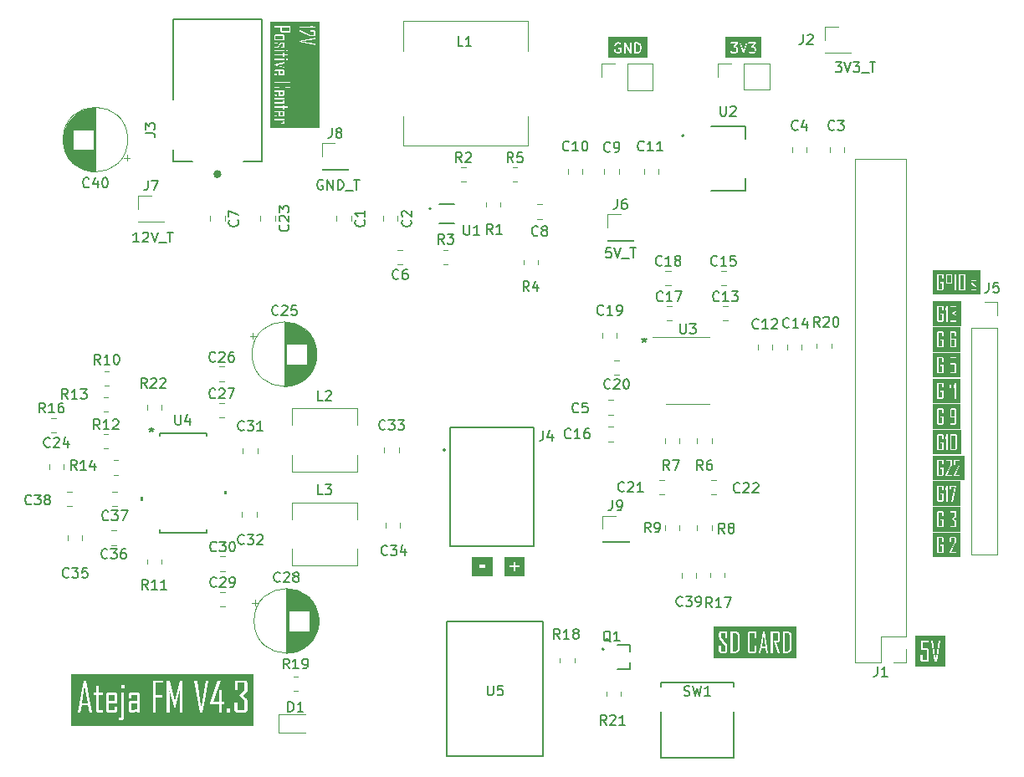
<source format=gbr>
%TF.GenerationSoftware,KiCad,Pcbnew,7.0.5*%
%TF.CreationDate,2024-08-13T10:45:48+03:00*%
%TF.ProjectId,Ateja_V4.1,4174656a-615f-4563-942e-312e6b696361,rev?*%
%TF.SameCoordinates,Original*%
%TF.FileFunction,Legend,Top*%
%TF.FilePolarity,Positive*%
%FSLAX46Y46*%
G04 Gerber Fmt 4.6, Leading zero omitted, Abs format (unit mm)*
G04 Created by KiCad (PCBNEW 7.0.5) date 2024-08-13 10:45:48*
%MOMM*%
%LPD*%
G01*
G04 APERTURE LIST*
%ADD10C,0.150000*%
%ADD11C,0.152400*%
%ADD12C,0.120000*%
%ADD13C,0.127000*%
%ADD14C,0.400000*%
%ADD15C,0.200000*%
G04 APERTURE END LIST*
D10*
G36*
X81024836Y-16532990D02*
G01*
X81098948Y-16607102D01*
X81137442Y-16684088D01*
X81180826Y-16857623D01*
X81180826Y-16982013D01*
X81137442Y-17155545D01*
X81098948Y-17232534D01*
X81024836Y-17306647D01*
X80910321Y-17344819D01*
X80759398Y-17344819D01*
X80759398Y-16494819D01*
X80910323Y-16494819D01*
X81024836Y-16532990D01*
G37*
G36*
X81890476Y-17917857D02*
G01*
X77932143Y-17917857D01*
X77932143Y-16988073D01*
X78511058Y-16988073D01*
X78514160Y-17000481D01*
X78514160Y-17002029D01*
X78516764Y-17010898D01*
X78560778Y-17186953D01*
X78559848Y-17195567D01*
X78566014Y-17207900D01*
X78566633Y-17210373D01*
X78570815Y-17217500D01*
X78613110Y-17302090D01*
X78615793Y-17314422D01*
X78630422Y-17329051D01*
X78644482Y-17344167D01*
X78645900Y-17344529D01*
X78723748Y-17422378D01*
X78735027Y-17436387D01*
X78749568Y-17441234D01*
X78763021Y-17448580D01*
X78770089Y-17448074D01*
X78889856Y-17487997D01*
X78900471Y-17494819D01*
X78921150Y-17494819D01*
X78941790Y-17495565D01*
X78943049Y-17494819D01*
X79008329Y-17494819D01*
X79020556Y-17497934D01*
X79040168Y-17491396D01*
X79059991Y-17485576D01*
X79060949Y-17484469D01*
X79180473Y-17444628D01*
X79198050Y-17440805D01*
X79208891Y-17429962D01*
X79221473Y-17421219D01*
X79224180Y-17414673D01*
X79251671Y-17387180D01*
X79259395Y-17383654D01*
X79266943Y-17371908D01*
X79268864Y-17369988D01*
X79272743Y-17362883D01*
X79283207Y-17346602D01*
X79283207Y-17343721D01*
X79284587Y-17341194D01*
X79283207Y-17321905D01*
X79283207Y-16996606D01*
X79285577Y-16980123D01*
X79278657Y-16964970D01*
X79273964Y-16948987D01*
X79269651Y-16945250D01*
X79267281Y-16940059D01*
X79253264Y-16931051D01*
X79240678Y-16920145D01*
X79235031Y-16919333D01*
X79230229Y-16916247D01*
X79213567Y-16916247D01*
X79197083Y-16913877D01*
X79191893Y-16916247D01*
X79006949Y-16916247D01*
X78975471Y-16925490D01*
X78946629Y-16958776D01*
X78940361Y-17002371D01*
X78958657Y-17042435D01*
X78995709Y-17066247D01*
X79133207Y-17066247D01*
X79133207Y-17293514D01*
X79120074Y-17306647D01*
X79005559Y-17344819D01*
X78934663Y-17344819D01*
X78820148Y-17306647D01*
X78746036Y-17232533D01*
X78707543Y-17155547D01*
X78664160Y-16982012D01*
X78664160Y-16857624D01*
X78707543Y-16684091D01*
X78746037Y-16607102D01*
X78820149Y-16532990D01*
X78934664Y-16494819D01*
X79047644Y-16494819D01*
X79136690Y-16539342D01*
X79168979Y-16545152D01*
X79209662Y-16528279D01*
X79234764Y-16492089D01*
X79236317Y-16448073D01*
X79230280Y-16437909D01*
X79560735Y-16437909D01*
X79561779Y-16439736D01*
X79561779Y-17430601D01*
X79571022Y-17462079D01*
X79604308Y-17490921D01*
X79647903Y-17497189D01*
X79687967Y-17478893D01*
X79711779Y-17441841D01*
X79711779Y-16702236D01*
X80138725Y-17449393D01*
X80142450Y-17462079D01*
X80157613Y-17475218D01*
X80172081Y-17489136D01*
X80174146Y-17489543D01*
X80175736Y-17490921D01*
X80195596Y-17493776D01*
X80215291Y-17497663D01*
X80217248Y-17496889D01*
X80219331Y-17497189D01*
X80237586Y-17488852D01*
X80256252Y-17481476D01*
X80257480Y-17479767D01*
X80259395Y-17478893D01*
X80270245Y-17462008D01*
X80281960Y-17445713D01*
X80282069Y-17443610D01*
X80283207Y-17441841D01*
X80283207Y-17430943D01*
X80607028Y-17430943D01*
X80613947Y-17446095D01*
X80618641Y-17462079D01*
X80622953Y-17465815D01*
X80625324Y-17471007D01*
X80639340Y-17480014D01*
X80651927Y-17490921D01*
X80657573Y-17491732D01*
X80662376Y-17494819D01*
X80679038Y-17494819D01*
X80695522Y-17497189D01*
X80700712Y-17494819D01*
X80913091Y-17494819D01*
X80925318Y-17497934D01*
X80944930Y-17491396D01*
X80964753Y-17485576D01*
X80965711Y-17484469D01*
X81085237Y-17444627D01*
X81102811Y-17440805D01*
X81113651Y-17429964D01*
X81126235Y-17421219D01*
X81128942Y-17414672D01*
X81206972Y-17336642D01*
X81217822Y-17330199D01*
X81227072Y-17311698D01*
X81236968Y-17293575D01*
X81236863Y-17292115D01*
X81269315Y-17227212D01*
X81275627Y-17221278D01*
X81278971Y-17207900D01*
X81280111Y-17205621D01*
X81281574Y-17197488D01*
X81325593Y-17021410D01*
X81330826Y-17013269D01*
X81330826Y-17000481D01*
X81331202Y-16998977D01*
X81330825Y-16989730D01*
X81330826Y-16860732D01*
X81333928Y-16851564D01*
X81330826Y-16839156D01*
X81330826Y-16837608D01*
X81328221Y-16828738D01*
X81284207Y-16652681D01*
X81285137Y-16644070D01*
X81278971Y-16631739D01*
X81278353Y-16629264D01*
X81274165Y-16622125D01*
X81231875Y-16537545D01*
X81229193Y-16525215D01*
X81214573Y-16510595D01*
X81200504Y-16495470D01*
X81199085Y-16495107D01*
X81121236Y-16417258D01*
X81109959Y-16403251D01*
X81095417Y-16398403D01*
X81081965Y-16391058D01*
X81074897Y-16391563D01*
X80955130Y-16351641D01*
X80944515Y-16344819D01*
X80923835Y-16344819D01*
X80903196Y-16344073D01*
X80901937Y-16344819D01*
X80689758Y-16344819D01*
X80673274Y-16342449D01*
X80658121Y-16349368D01*
X80642138Y-16354062D01*
X80638401Y-16358374D01*
X80633210Y-16360745D01*
X80624202Y-16374761D01*
X80613296Y-16387348D01*
X80612484Y-16392994D01*
X80609398Y-16397797D01*
X80609398Y-16414459D01*
X80607028Y-16430943D01*
X80609398Y-16436132D01*
X80609398Y-17414459D01*
X80607028Y-17430943D01*
X80283207Y-17430943D01*
X80283207Y-17421772D01*
X80284251Y-17401729D01*
X80283207Y-17399901D01*
X80283207Y-16409037D01*
X80273964Y-16377559D01*
X80240678Y-16348717D01*
X80197083Y-16342449D01*
X80157019Y-16360745D01*
X80133207Y-16397797D01*
X80133207Y-17137401D01*
X79706260Y-16390244D01*
X79702536Y-16377559D01*
X79687372Y-16364419D01*
X79672905Y-16350502D01*
X79670839Y-16350094D01*
X79669250Y-16348717D01*
X79649389Y-16345861D01*
X79629695Y-16341975D01*
X79627737Y-16342748D01*
X79625655Y-16342449D01*
X79607399Y-16350785D01*
X79588734Y-16358162D01*
X79587505Y-16359870D01*
X79585591Y-16360745D01*
X79574740Y-16377629D01*
X79563026Y-16393925D01*
X79562916Y-16396027D01*
X79561779Y-16397797D01*
X79561779Y-16417865D01*
X79560735Y-16437909D01*
X79230280Y-16437909D01*
X79213826Y-16410204D01*
X79102501Y-16354542D01*
X79087372Y-16344819D01*
X79072042Y-16344819D01*
X79056959Y-16342105D01*
X79050415Y-16344819D01*
X78931895Y-16344819D01*
X78919667Y-16341704D01*
X78900047Y-16348243D01*
X78880233Y-16354062D01*
X78879274Y-16355168D01*
X78759745Y-16395010D01*
X78742175Y-16398833D01*
X78731336Y-16409671D01*
X78718750Y-16418419D01*
X78716041Y-16424966D01*
X78638013Y-16502994D01*
X78627164Y-16509438D01*
X78617913Y-16527938D01*
X78608018Y-16546061D01*
X78608122Y-16547521D01*
X78575670Y-16612425D01*
X78569359Y-16618360D01*
X78566014Y-16631737D01*
X78564875Y-16634017D01*
X78563411Y-16642149D01*
X78519392Y-16818226D01*
X78514160Y-16826368D01*
X78514160Y-16839155D01*
X78513784Y-16840660D01*
X78514160Y-16849906D01*
X78514160Y-16978904D01*
X78511058Y-16988073D01*
X77932143Y-16988073D01*
X77932143Y-15807143D01*
X81890476Y-15807143D01*
X81890476Y-17917857D01*
G37*
G36*
X93454762Y-17917857D02*
G01*
X89782143Y-17917857D01*
X89782143Y-17319003D01*
X90313574Y-17319003D01*
X90322936Y-17362040D01*
X90379477Y-17418583D01*
X90385922Y-17429434D01*
X90404433Y-17438689D01*
X90422544Y-17448579D01*
X90424003Y-17448474D01*
X90497249Y-17485097D01*
X90512376Y-17494819D01*
X90527706Y-17494819D01*
X90542789Y-17497533D01*
X90549333Y-17494819D01*
X90816072Y-17494819D01*
X90833956Y-17496750D01*
X90847669Y-17489893D01*
X90862372Y-17485576D01*
X90867010Y-17480222D01*
X90940478Y-17443487D01*
X90952812Y-17440805D01*
X90967443Y-17426172D01*
X90982556Y-17412116D01*
X90982918Y-17410696D01*
X91009352Y-17384262D01*
X91020203Y-17377818D01*
X91029459Y-17359304D01*
X91039349Y-17341194D01*
X91039244Y-17339734D01*
X91075866Y-17266490D01*
X91085588Y-17251364D01*
X91085588Y-17236034D01*
X91088302Y-17220951D01*
X91085588Y-17214407D01*
X91085588Y-16995277D01*
X91087518Y-16977403D01*
X91080663Y-16963693D01*
X91076345Y-16948987D01*
X91070990Y-16944347D01*
X91034256Y-16870878D01*
X91031574Y-16858548D01*
X91016954Y-16843928D01*
X91002885Y-16828803D01*
X91001466Y-16828440D01*
X90975031Y-16802005D01*
X90968588Y-16791156D01*
X90950087Y-16781905D01*
X90931965Y-16772010D01*
X90930504Y-16772114D01*
X90857263Y-16735494D01*
X90842392Y-16725936D01*
X91052659Y-16485631D01*
X91052848Y-16485576D01*
X91067152Y-16469067D01*
X91074131Y-16461092D01*
X91074208Y-16460924D01*
X91081690Y-16452290D01*
X91083263Y-16441349D01*
X91087904Y-16431316D01*
X91086699Y-16422644D01*
X91218188Y-16422644D01*
X91554195Y-17430668D01*
X91553890Y-17439116D01*
X91561022Y-17451149D01*
X91561894Y-17453764D01*
X91566502Y-17460395D01*
X91576347Y-17477004D01*
X91578953Y-17478310D01*
X91580617Y-17480704D01*
X91598459Y-17488084D01*
X91615723Y-17496736D01*
X91618622Y-17496425D01*
X91621316Y-17497540D01*
X91640303Y-17494105D01*
X91659516Y-17492049D01*
X91661789Y-17490218D01*
X91664656Y-17489700D01*
X91678774Y-17476543D01*
X91693823Y-17464428D01*
X91694745Y-17461661D01*
X91696878Y-17459674D01*
X91701644Y-17440963D01*
X91742297Y-17319003D01*
X92123098Y-17319003D01*
X92132460Y-17362040D01*
X92189001Y-17418583D01*
X92195446Y-17429434D01*
X92213957Y-17438689D01*
X92232068Y-17448579D01*
X92233527Y-17448474D01*
X92306773Y-17485097D01*
X92321900Y-17494819D01*
X92337230Y-17494819D01*
X92352313Y-17497533D01*
X92358857Y-17494819D01*
X92625596Y-17494819D01*
X92643480Y-17496750D01*
X92657193Y-17489893D01*
X92671896Y-17485576D01*
X92676534Y-17480222D01*
X92750002Y-17443487D01*
X92762336Y-17440805D01*
X92776967Y-17426172D01*
X92792080Y-17412116D01*
X92792442Y-17410696D01*
X92818876Y-17384262D01*
X92829727Y-17377818D01*
X92838983Y-17359304D01*
X92848873Y-17341194D01*
X92848768Y-17339734D01*
X92885390Y-17266490D01*
X92895112Y-17251364D01*
X92895112Y-17236034D01*
X92897826Y-17220951D01*
X92895112Y-17214407D01*
X92895112Y-16995277D01*
X92897042Y-16977403D01*
X92890187Y-16963693D01*
X92885869Y-16948987D01*
X92880514Y-16944347D01*
X92843780Y-16870878D01*
X92841098Y-16858548D01*
X92826478Y-16843928D01*
X92812409Y-16828803D01*
X92810990Y-16828440D01*
X92784555Y-16802005D01*
X92778112Y-16791156D01*
X92759611Y-16781905D01*
X92741489Y-16772010D01*
X92740028Y-16772114D01*
X92666787Y-16735494D01*
X92651916Y-16725936D01*
X92862183Y-16485631D01*
X92862372Y-16485576D01*
X92876676Y-16469067D01*
X92883655Y-16461092D01*
X92883732Y-16460924D01*
X92891214Y-16452290D01*
X92892787Y-16441349D01*
X92897428Y-16431316D01*
X92895856Y-16420000D01*
X92897482Y-16408695D01*
X92892890Y-16398640D01*
X92891370Y-16387692D01*
X92883932Y-16379023D01*
X92879186Y-16368631D01*
X92869885Y-16362653D01*
X92862689Y-16354267D01*
X92851745Y-16350996D01*
X92842134Y-16344819D01*
X92831079Y-16344819D01*
X92820490Y-16341654D01*
X92809515Y-16344819D01*
X92190283Y-16344819D01*
X92158805Y-16354062D01*
X92129963Y-16387348D01*
X92123695Y-16430943D01*
X92141991Y-16471007D01*
X92179043Y-16494819D01*
X92654829Y-16494819D01*
X92444706Y-16734958D01*
X92444519Y-16735014D01*
X92430301Y-16751421D01*
X92423236Y-16759497D01*
X92423157Y-16759667D01*
X92415677Y-16768300D01*
X92414104Y-16779240D01*
X92409463Y-16789274D01*
X92411034Y-16800589D01*
X92409409Y-16811895D01*
X92414000Y-16821949D01*
X92415521Y-16832898D01*
X92422958Y-16841566D01*
X92427705Y-16851959D01*
X92437005Y-16857936D01*
X92444202Y-16866323D01*
X92455145Y-16869593D01*
X92464757Y-16875771D01*
X92475812Y-16875771D01*
X92486401Y-16878936D01*
X92497376Y-16875771D01*
X92611930Y-16875771D01*
X92680448Y-16910030D01*
X92710853Y-16940435D01*
X92745112Y-17008951D01*
X92745112Y-17211636D01*
X92710853Y-17280153D01*
X92680445Y-17310561D01*
X92611931Y-17344819D01*
X92361628Y-17344819D01*
X92293110Y-17310560D01*
X92246475Y-17263923D01*
X92217681Y-17248201D01*
X92173750Y-17251343D01*
X92138491Y-17277736D01*
X92123098Y-17319003D01*
X91742297Y-17319003D01*
X92037530Y-16433308D01*
X92038715Y-16400522D01*
X92016258Y-16362634D01*
X91976882Y-16342902D01*
X91933088Y-16347590D01*
X91898782Y-16375210D01*
X91629636Y-17182647D01*
X91364045Y-16385873D01*
X91345322Y-16358933D01*
X91304623Y-16342097D01*
X91261283Y-16349937D01*
X91229061Y-16379964D01*
X91218188Y-16422644D01*
X91086699Y-16422644D01*
X91086332Y-16420000D01*
X91087958Y-16408695D01*
X91083366Y-16398640D01*
X91081846Y-16387692D01*
X91074408Y-16379023D01*
X91069662Y-16368631D01*
X91060361Y-16362653D01*
X91053165Y-16354267D01*
X91042221Y-16350996D01*
X91032610Y-16344819D01*
X91021555Y-16344819D01*
X91010966Y-16341654D01*
X90999991Y-16344819D01*
X90380759Y-16344819D01*
X90349281Y-16354062D01*
X90320439Y-16387348D01*
X90314171Y-16430943D01*
X90332467Y-16471007D01*
X90369519Y-16494819D01*
X90845305Y-16494819D01*
X90635182Y-16734958D01*
X90634995Y-16735014D01*
X90620777Y-16751421D01*
X90613712Y-16759497D01*
X90613633Y-16759667D01*
X90606153Y-16768300D01*
X90604580Y-16779240D01*
X90599939Y-16789274D01*
X90601510Y-16800589D01*
X90599885Y-16811895D01*
X90604476Y-16821949D01*
X90605997Y-16832898D01*
X90613434Y-16841566D01*
X90618181Y-16851959D01*
X90627481Y-16857936D01*
X90634678Y-16866323D01*
X90645621Y-16869593D01*
X90655233Y-16875771D01*
X90666288Y-16875771D01*
X90676877Y-16878936D01*
X90687852Y-16875771D01*
X90802406Y-16875771D01*
X90870924Y-16910030D01*
X90901329Y-16940435D01*
X90935588Y-17008951D01*
X90935588Y-17211636D01*
X90901329Y-17280153D01*
X90870921Y-17310561D01*
X90802407Y-17344819D01*
X90552104Y-17344819D01*
X90483586Y-17310560D01*
X90436951Y-17263923D01*
X90408157Y-17248201D01*
X90364226Y-17251343D01*
X90328967Y-17277736D01*
X90313574Y-17319003D01*
X89782143Y-17319003D01*
X89782143Y-15807143D01*
X93454762Y-15807143D01*
X93454762Y-17917857D01*
G37*
G36*
X113037334Y-47127763D02*
G01*
X112685258Y-47127763D01*
X112685258Y-46471238D01*
X113037334Y-46471238D01*
X113037334Y-47127763D01*
G37*
G36*
X113619868Y-47684286D02*
G01*
X110789674Y-47684286D01*
X110789674Y-47125565D01*
X111228960Y-47125565D01*
X111229458Y-47138450D01*
X111231481Y-47153704D01*
X111235061Y-47168010D01*
X111241410Y-47183925D01*
X111250001Y-47198476D01*
X111260833Y-47211660D01*
X111266974Y-47217618D01*
X111280240Y-47227776D01*
X111294820Y-47235590D01*
X111310714Y-47241060D01*
X111327922Y-47244186D01*
X111343265Y-47245000D01*
X111766782Y-47245000D01*
X111776098Y-47244706D01*
X111790894Y-47242916D01*
X111807445Y-47238618D01*
X111822682Y-47231976D01*
X111836605Y-47222990D01*
X111849214Y-47211660D01*
X111856685Y-47203022D01*
X111866023Y-47188927D01*
X111873120Y-47173467D01*
X111877975Y-47156641D01*
X111880310Y-47141577D01*
X111881088Y-47125565D01*
X112542009Y-47125565D01*
X112542507Y-47138450D01*
X112544531Y-47153704D01*
X112548110Y-47168010D01*
X112554460Y-47183925D01*
X112563051Y-47198476D01*
X112573883Y-47211660D01*
X112580023Y-47217618D01*
X112593290Y-47227776D01*
X112607870Y-47235590D01*
X112623764Y-47241060D01*
X112640972Y-47244186D01*
X112656315Y-47245000D01*
X113067376Y-47245000D01*
X113076685Y-47244706D01*
X113091441Y-47242916D01*
X113107898Y-47238618D01*
X113122989Y-47231976D01*
X113136714Y-47222990D01*
X113149075Y-47211660D01*
X113156459Y-47203022D01*
X113165690Y-47188927D01*
X113172705Y-47173467D01*
X113177505Y-47156641D01*
X113179813Y-47141577D01*
X113180582Y-47125565D01*
X113180582Y-46473436D01*
X113180090Y-46460470D01*
X113178090Y-46445149D01*
X113174551Y-46430811D01*
X113168275Y-46414904D01*
X113159782Y-46400414D01*
X113149075Y-46387341D01*
X113143065Y-46381383D01*
X113130022Y-46371225D01*
X113115614Y-46363411D01*
X113099840Y-46357941D01*
X113082701Y-46354816D01*
X113067376Y-46354002D01*
X112685258Y-46354002D01*
X112685258Y-45744371D01*
X113033304Y-45744371D01*
X113033304Y-46096081D01*
X113176552Y-46096081D01*
X113176552Y-45746570D01*
X113176060Y-45733684D01*
X113174060Y-45718430D01*
X113170521Y-45704124D01*
X113164245Y-45688209D01*
X113155752Y-45673659D01*
X113145045Y-45660474D01*
X113139035Y-45654516D01*
X113125992Y-45644358D01*
X113111584Y-45636544D01*
X113095810Y-45631074D01*
X113078671Y-45627949D01*
X113063346Y-45627135D01*
X112656315Y-45627135D01*
X112646999Y-45627428D01*
X112632204Y-45629219D01*
X112615653Y-45633516D01*
X112600416Y-45640158D01*
X112586492Y-45649144D01*
X112573883Y-45660474D01*
X112566413Y-45669112D01*
X112557075Y-45683207D01*
X112549978Y-45698668D01*
X112545122Y-45715493D01*
X112542787Y-45730557D01*
X112542009Y-45746570D01*
X112542009Y-46471238D01*
X112542009Y-47125565D01*
X111881088Y-47125565D01*
X111881088Y-46424344D01*
X111564549Y-46424344D01*
X111564549Y-46541580D01*
X111736741Y-46541580D01*
X111736741Y-47127763D01*
X111372208Y-47127763D01*
X111372208Y-45744371D01*
X111736741Y-45744371D01*
X111736741Y-46096081D01*
X111881088Y-46096081D01*
X111881088Y-45746570D01*
X111880590Y-45733684D01*
X111878567Y-45718430D01*
X111874987Y-45704124D01*
X111868637Y-45688209D01*
X111860047Y-45673659D01*
X111849214Y-45660474D01*
X111843074Y-45654516D01*
X111829808Y-45644358D01*
X111815227Y-45636544D01*
X111799333Y-45631074D01*
X111782126Y-45627949D01*
X111766782Y-45627135D01*
X111343265Y-45627135D01*
X111333950Y-45627428D01*
X111319154Y-45629219D01*
X111302603Y-45633516D01*
X111287366Y-45640158D01*
X111273443Y-45649144D01*
X111260833Y-45660474D01*
X111253363Y-45669112D01*
X111244025Y-45683207D01*
X111236928Y-45698668D01*
X111232072Y-45715493D01*
X111229738Y-45730557D01*
X111228960Y-45746570D01*
X111228960Y-47125565D01*
X110789674Y-47125565D01*
X110789674Y-45187849D01*
X113619868Y-45187849D01*
X113619868Y-47684286D01*
G37*
G36*
X90824371Y-76160200D02*
G01*
X90848918Y-76163314D01*
X90872243Y-76168504D01*
X90894347Y-76175771D01*
X90915230Y-76185113D01*
X90934891Y-76196531D01*
X90953332Y-76210026D01*
X90970551Y-76225596D01*
X90974668Y-76229788D01*
X90989830Y-76247359D01*
X91002901Y-76266211D01*
X91013881Y-76286346D01*
X91022769Y-76307763D01*
X91029565Y-76330462D01*
X91034271Y-76354444D01*
X91036885Y-76379708D01*
X91037473Y-76399497D01*
X91037473Y-77760418D01*
X91037202Y-77774395D01*
X91035780Y-77794653D01*
X91033138Y-77814060D01*
X91027719Y-77838614D01*
X91020132Y-77861657D01*
X91010378Y-77883188D01*
X90998456Y-77903209D01*
X90984366Y-77921718D01*
X90968108Y-77938715D01*
X90959274Y-77946583D01*
X90940620Y-77960795D01*
X90920653Y-77972976D01*
X90899373Y-77983128D01*
X90876781Y-77991249D01*
X90852875Y-77997339D01*
X90827657Y-78001400D01*
X90807882Y-78003113D01*
X90787369Y-78003684D01*
X90533356Y-78003684D01*
X90533356Y-76159162D01*
X90798604Y-76159162D01*
X90824371Y-76160200D01*
G37*
G36*
X93869713Y-77534738D02*
G01*
X93491625Y-77534738D01*
X93681646Y-76351625D01*
X93869713Y-77534738D01*
G37*
G36*
X96088293Y-76160200D02*
G01*
X96112840Y-76163314D01*
X96136165Y-76168504D01*
X96158269Y-76175771D01*
X96179152Y-76185113D01*
X96198813Y-76196531D01*
X96217254Y-76210026D01*
X96234473Y-76225596D01*
X96238590Y-76229788D01*
X96253752Y-76247359D01*
X96266823Y-76266211D01*
X96277802Y-76286346D01*
X96286691Y-76307763D01*
X96293487Y-76330462D01*
X96298193Y-76354444D01*
X96300807Y-76379708D01*
X96301395Y-76399497D01*
X96301395Y-77760418D01*
X96301124Y-77774395D01*
X96299702Y-77794653D01*
X96297060Y-77814060D01*
X96291641Y-77838614D01*
X96284054Y-77861657D01*
X96274299Y-77883188D01*
X96262377Y-77903209D01*
X96248288Y-77921718D01*
X96232030Y-77938715D01*
X96223195Y-77946583D01*
X96204541Y-77960795D01*
X96184575Y-77972976D01*
X96163295Y-77983128D01*
X96140702Y-77991249D01*
X96116797Y-77997339D01*
X96091579Y-78001400D01*
X96071804Y-78003113D01*
X96051290Y-78003684D01*
X95797278Y-78003684D01*
X95797278Y-76159162D01*
X96062526Y-76159162D01*
X96088293Y-76160200D01*
G37*
G36*
X97003107Y-78670714D02*
G01*
X88652928Y-78670714D01*
X88652928Y-78000753D01*
X89163642Y-78000753D01*
X89164314Y-78017934D01*
X89167043Y-78038273D01*
X89171870Y-78057347D01*
X89180434Y-78078567D01*
X89192020Y-78097968D01*
X89206629Y-78115547D01*
X89217872Y-78125966D01*
X89236138Y-78138989D01*
X89256088Y-78148886D01*
X89277721Y-78155658D01*
X89297034Y-78158914D01*
X89317515Y-78160000D01*
X89858757Y-78160000D01*
X89871169Y-78159609D01*
X89890845Y-78157221D01*
X89912787Y-78151491D01*
X89932908Y-78142635D01*
X89951209Y-78130654D01*
X89967690Y-78115547D01*
X89977536Y-78104030D01*
X89989843Y-78085236D01*
X89999197Y-78064623D01*
X90005597Y-78042189D01*
X90008674Y-78022103D01*
X90009699Y-78000753D01*
X90009699Y-77519595D01*
X90008776Y-77496804D01*
X90006005Y-77474593D01*
X90001388Y-77452962D01*
X89994923Y-77431912D01*
X89986611Y-77411441D01*
X89976452Y-77391550D01*
X89964446Y-77372240D01*
X89950593Y-77353510D01*
X89354640Y-76612477D01*
X89354640Y-76159162D01*
X89818702Y-76159162D01*
X89818702Y-76659371D01*
X90009699Y-76659371D01*
X90009699Y-76162093D01*
X90009043Y-76144912D01*
X90006376Y-76124574D01*
X90001658Y-76105499D01*
X89993289Y-76084279D01*
X89981966Y-76064879D01*
X89967690Y-76047299D01*
X89959677Y-76039355D01*
X89942286Y-76025811D01*
X89923075Y-76015392D01*
X89902043Y-76008099D01*
X89879191Y-76003932D01*
X89858757Y-76002847D01*
X90342358Y-76002847D01*
X90342358Y-76159162D01*
X90342358Y-78160000D01*
X90834263Y-78160000D01*
X90855344Y-78159572D01*
X90875968Y-78158290D01*
X90896133Y-78156153D01*
X90915840Y-78153161D01*
X90944543Y-78147070D01*
X90972215Y-78139056D01*
X90998856Y-78129118D01*
X91024467Y-78117257D01*
X91049048Y-78103473D01*
X91072599Y-78087765D01*
X91095118Y-78070133D01*
X91116608Y-78050579D01*
X91123490Y-78043650D01*
X91142826Y-78022147D01*
X91159286Y-78000753D01*
X92104815Y-78000753D01*
X92105479Y-78017934D01*
X92108176Y-78038273D01*
X92112949Y-78057347D01*
X92121415Y-78078567D01*
X92132870Y-78097968D01*
X92147313Y-78115547D01*
X92155500Y-78123491D01*
X92173189Y-78137035D01*
X92192629Y-78147454D01*
X92213821Y-78154747D01*
X92236764Y-78158914D01*
X92257222Y-78160000D01*
X92810676Y-78160000D01*
X93207327Y-78160000D01*
X93391486Y-78160000D01*
X93467201Y-77691053D01*
X93894138Y-77691053D01*
X93969853Y-78160000D01*
X94159385Y-78160000D01*
X93778855Y-76002847D01*
X94412421Y-76002847D01*
X94412421Y-78160000D01*
X94603419Y-78160000D01*
X94603419Y-76159162D01*
X95093859Y-76159162D01*
X95093859Y-76940739D01*
X94752896Y-76940739D01*
X94727006Y-76980307D01*
X95126587Y-78160000D01*
X95327355Y-78160000D01*
X95315843Y-78126572D01*
X95304329Y-78093149D01*
X95292812Y-78059733D01*
X95281292Y-78026322D01*
X95269769Y-77992917D01*
X95258244Y-77959518D01*
X95246715Y-77926125D01*
X95235184Y-77892737D01*
X95223649Y-77859355D01*
X95212112Y-77825978D01*
X95200572Y-77792608D01*
X95189029Y-77759243D01*
X95177484Y-77725884D01*
X95165935Y-77692530D01*
X95154384Y-77659182D01*
X95142829Y-77625840D01*
X95131272Y-77592504D01*
X95119712Y-77559174D01*
X95108149Y-77525849D01*
X95096583Y-77492530D01*
X95085015Y-77459216D01*
X95073443Y-77425909D01*
X95061869Y-77392607D01*
X95050292Y-77359310D01*
X95038712Y-77326020D01*
X95027129Y-77292735D01*
X95015543Y-77259456D01*
X95003954Y-77226183D01*
X94992363Y-77192915D01*
X94980768Y-77159653D01*
X94969171Y-77126397D01*
X94957571Y-77093147D01*
X94974149Y-77093422D01*
X94994656Y-77094156D01*
X95015212Y-77095101D01*
X95036198Y-77096045D01*
X95055890Y-77096732D01*
X95075785Y-77097055D01*
X95101102Y-77096433D01*
X95124786Y-77094566D01*
X95146836Y-77091456D01*
X95167254Y-77087102D01*
X95194817Y-77078237D01*
X95218705Y-77066574D01*
X95238918Y-77052111D01*
X95255456Y-77034849D01*
X95268319Y-77014788D01*
X95277506Y-76991927D01*
X95283019Y-76966267D01*
X95284856Y-76937808D01*
X95284856Y-76162093D01*
X95284185Y-76144912D01*
X95281456Y-76124574D01*
X95276629Y-76105499D01*
X95268065Y-76084279D01*
X95256478Y-76064879D01*
X95241870Y-76047299D01*
X95233682Y-76039355D01*
X95215994Y-76025811D01*
X95196554Y-76015392D01*
X95175362Y-76008099D01*
X95152418Y-76003932D01*
X95131960Y-76002847D01*
X95606280Y-76002847D01*
X95606280Y-76159162D01*
X95606280Y-78160000D01*
X96098185Y-78160000D01*
X96119266Y-78159572D01*
X96139890Y-78158290D01*
X96160055Y-78156153D01*
X96179762Y-78153161D01*
X96208465Y-78147070D01*
X96236137Y-78139056D01*
X96262778Y-78129118D01*
X96288389Y-78117257D01*
X96312970Y-78103473D01*
X96336520Y-78087765D01*
X96359040Y-78070133D01*
X96380530Y-78050579D01*
X96387412Y-78043650D01*
X96406748Y-78022147D01*
X96424117Y-77999572D01*
X96439520Y-77975922D01*
X96452957Y-77951200D01*
X96464427Y-77925404D01*
X96473931Y-77898535D01*
X96481469Y-77870593D01*
X96485402Y-77851368D01*
X96488460Y-77831667D01*
X96490645Y-77811488D01*
X96491956Y-77790832D01*
X96492393Y-77769699D01*
X96492393Y-76393147D01*
X96491958Y-76372016D01*
X96490653Y-76351366D01*
X96488478Y-76331197D01*
X96485432Y-76311509D01*
X96479233Y-76282878D01*
X96471075Y-76255329D01*
X96460960Y-76228862D01*
X96448887Y-76203477D01*
X96434857Y-76179174D01*
X96418868Y-76155953D01*
X96400922Y-76133813D01*
X96381018Y-76112756D01*
X96373999Y-76105994D01*
X96352236Y-76086996D01*
X96329417Y-76069930D01*
X96305542Y-76054796D01*
X96280610Y-76041594D01*
X96254623Y-76030324D01*
X96227579Y-76020986D01*
X96199479Y-76013580D01*
X96180159Y-76009716D01*
X96160370Y-76006711D01*
X96140111Y-76004564D01*
X96119383Y-76003276D01*
X96098185Y-76002847D01*
X95606280Y-76002847D01*
X95131960Y-76002847D01*
X94412421Y-76002847D01*
X93778855Y-76002847D01*
X93590788Y-76002847D01*
X93317795Y-77534738D01*
X93207327Y-78154626D01*
X93207327Y-78160000D01*
X92810676Y-78160000D01*
X92823110Y-78159609D01*
X92842916Y-78157221D01*
X92865173Y-78151491D01*
X92885781Y-78142635D01*
X92904740Y-78130654D01*
X92922051Y-78115547D01*
X92934716Y-78101024D01*
X92947081Y-78081927D01*
X92956355Y-78061010D01*
X92961722Y-78042189D01*
X92964942Y-78022103D01*
X92966015Y-78000753D01*
X92966015Y-77472212D01*
X92773551Y-77472212D01*
X92773551Y-78003684D01*
X92295812Y-78003684D01*
X92295812Y-76159162D01*
X92773551Y-76159162D01*
X92773551Y-76659371D01*
X92966015Y-76659371D01*
X92966015Y-76162093D01*
X92965328Y-76144912D01*
X92962537Y-76124574D01*
X92957600Y-76105499D01*
X92948842Y-76084279D01*
X92936992Y-76064879D01*
X92922051Y-76047299D01*
X92910694Y-76036880D01*
X92892284Y-76023857D01*
X92872226Y-76013960D01*
X92850519Y-76007188D01*
X92831170Y-76003932D01*
X92810676Y-76002847D01*
X92257222Y-76002847D01*
X92244802Y-76003237D01*
X92225074Y-76005625D01*
X92203006Y-76011355D01*
X92182690Y-76020211D01*
X92164126Y-76032192D01*
X92147313Y-76047299D01*
X92137352Y-76058816D01*
X92124902Y-76077610D01*
X92115439Y-76098224D01*
X92108965Y-76120658D01*
X92105852Y-76140743D01*
X92104815Y-76162093D01*
X92104815Y-78000753D01*
X91159286Y-78000753D01*
X91160195Y-77999572D01*
X91175598Y-77975922D01*
X91189035Y-77951200D01*
X91200505Y-77925404D01*
X91210009Y-77898535D01*
X91217547Y-77870593D01*
X91221480Y-77851368D01*
X91224539Y-77831667D01*
X91226723Y-77811488D01*
X91228034Y-77790832D01*
X91228471Y-77769699D01*
X91228471Y-76393147D01*
X91228036Y-76372016D01*
X91226731Y-76351366D01*
X91224556Y-76331197D01*
X91221510Y-76311509D01*
X91215311Y-76282878D01*
X91207153Y-76255329D01*
X91197038Y-76228862D01*
X91184965Y-76203477D01*
X91170935Y-76179174D01*
X91154947Y-76155953D01*
X91137000Y-76133813D01*
X91117096Y-76112756D01*
X91110077Y-76105994D01*
X91088314Y-76086996D01*
X91065495Y-76069930D01*
X91041620Y-76054796D01*
X91016688Y-76041594D01*
X90990701Y-76030324D01*
X90963657Y-76020986D01*
X90935557Y-76013580D01*
X90916237Y-76009716D01*
X90896448Y-76006711D01*
X90876189Y-76004564D01*
X90855461Y-76003276D01*
X90834263Y-76002847D01*
X90342358Y-76002847D01*
X89858757Y-76002847D01*
X89317515Y-76002847D01*
X89305086Y-76003237D01*
X89285306Y-76005625D01*
X89263112Y-76011355D01*
X89242601Y-76020211D01*
X89223774Y-76032192D01*
X89206629Y-76047299D01*
X89196554Y-76058816D01*
X89183960Y-76077610D01*
X89174389Y-76098224D01*
X89167840Y-76120658D01*
X89164692Y-76140743D01*
X89163642Y-76162093D01*
X89163642Y-76578283D01*
X89164612Y-76601120D01*
X89167520Y-76623468D01*
X89172366Y-76645327D01*
X89179152Y-76666699D01*
X89187876Y-76687581D01*
X89198538Y-76707976D01*
X89211140Y-76727882D01*
X89225680Y-76747299D01*
X89818702Y-77487843D01*
X89818702Y-78003684D01*
X89354640Y-78003684D01*
X89354640Y-77472212D01*
X89163642Y-77472212D01*
X89163642Y-78000753D01*
X88652928Y-78000753D01*
X88652928Y-75492133D01*
X97003107Y-75492133D01*
X97003107Y-78670714D01*
G37*
G36*
X113568211Y-52884286D02*
G01*
X110789674Y-52884286D01*
X110789674Y-52325565D01*
X111228960Y-52325565D01*
X111229458Y-52338450D01*
X111231481Y-52353704D01*
X111235061Y-52368010D01*
X111241410Y-52383925D01*
X111250001Y-52398476D01*
X111260833Y-52411660D01*
X111266974Y-52417618D01*
X111280240Y-52427776D01*
X111294820Y-52435590D01*
X111310714Y-52441060D01*
X111327922Y-52444186D01*
X111343265Y-52445000D01*
X111766782Y-52445000D01*
X111776098Y-52444706D01*
X111790894Y-52442916D01*
X111807445Y-52438618D01*
X111822682Y-52431976D01*
X111836605Y-52422990D01*
X111849214Y-52411660D01*
X111856685Y-52403022D01*
X111866023Y-52388927D01*
X111873120Y-52373467D01*
X111877975Y-52356641D01*
X111880310Y-52341577D01*
X111881088Y-52325565D01*
X111881088Y-51624344D01*
X111564549Y-51624344D01*
X111564549Y-51741580D01*
X111736741Y-51741580D01*
X111736741Y-52327763D01*
X111372208Y-52327763D01*
X111372208Y-51319528D01*
X112495481Y-51319528D01*
X112558496Y-51319528D01*
X112558496Y-52445000D01*
X112702477Y-52445000D01*
X112702477Y-51319528D01*
X112921929Y-51319528D01*
X112984944Y-51319528D01*
X112984944Y-52445000D01*
X113128925Y-52445000D01*
X113128925Y-50827135D01*
X113012787Y-50827135D01*
X112921929Y-51307805D01*
X112921929Y-51319528D01*
X112702477Y-51319528D01*
X112702477Y-50827135D01*
X112586339Y-50827135D01*
X112495481Y-51307805D01*
X112495481Y-51319528D01*
X111372208Y-51319528D01*
X111372208Y-50944371D01*
X111736741Y-50944371D01*
X111736741Y-51296081D01*
X111881088Y-51296081D01*
X111881088Y-50946570D01*
X111880590Y-50933684D01*
X111878567Y-50918430D01*
X111874987Y-50904124D01*
X111868637Y-50888209D01*
X111860047Y-50873659D01*
X111849214Y-50860474D01*
X111843074Y-50854516D01*
X111829808Y-50844358D01*
X111815227Y-50836544D01*
X111799333Y-50831074D01*
X111782126Y-50827949D01*
X111766782Y-50827135D01*
X111343265Y-50827135D01*
X111333950Y-50827428D01*
X111319154Y-50829219D01*
X111302603Y-50833516D01*
X111287366Y-50840158D01*
X111273443Y-50849144D01*
X111260833Y-50860474D01*
X111253363Y-50869112D01*
X111244025Y-50883207D01*
X111236928Y-50898668D01*
X111232072Y-50915493D01*
X111229738Y-50930557D01*
X111228960Y-50946570D01*
X111228960Y-52325565D01*
X110789674Y-52325565D01*
X110789674Y-50387849D01*
X113568211Y-50387849D01*
X113568211Y-52884286D01*
G37*
G36*
X112627006Y-40694685D02*
G01*
X112274930Y-40694685D01*
X112274930Y-39944371D01*
X112627006Y-39944371D01*
X112627006Y-40694685D01*
G37*
G36*
X113947383Y-41327763D02*
G01*
X113552808Y-41327763D01*
X113552808Y-39944371D01*
X113947383Y-39944371D01*
X113947383Y-41327763D01*
G37*
G36*
X115654289Y-41884286D02*
G01*
X110789674Y-41884286D01*
X110789674Y-41325565D01*
X111228960Y-41325565D01*
X111229458Y-41338450D01*
X111231481Y-41353704D01*
X111235061Y-41368010D01*
X111241410Y-41383925D01*
X111250001Y-41398476D01*
X111260833Y-41411660D01*
X111266974Y-41417618D01*
X111280240Y-41427776D01*
X111294820Y-41435590D01*
X111310714Y-41441060D01*
X111327922Y-41444186D01*
X111343265Y-41445000D01*
X111766782Y-41445000D01*
X111776098Y-41444706D01*
X111790894Y-41442916D01*
X111807445Y-41438618D01*
X111822682Y-41431976D01*
X111836605Y-41422990D01*
X111849214Y-41411660D01*
X111856685Y-41403022D01*
X111866023Y-41388927D01*
X111873120Y-41373467D01*
X111877975Y-41356641D01*
X111880310Y-41341577D01*
X111881088Y-41325565D01*
X111881088Y-40624344D01*
X111564549Y-40624344D01*
X111564549Y-40741580D01*
X111736741Y-40741580D01*
X111736741Y-41327763D01*
X111372208Y-41327763D01*
X111372208Y-39944371D01*
X111736741Y-39944371D01*
X111736741Y-40296081D01*
X111881088Y-40296081D01*
X111881088Y-39946570D01*
X111880590Y-39933684D01*
X111878567Y-39918430D01*
X111874987Y-39904124D01*
X111868637Y-39888209D01*
X111860047Y-39873659D01*
X111849214Y-39860474D01*
X111843074Y-39854516D01*
X111829808Y-39844358D01*
X111815227Y-39836544D01*
X111799333Y-39831074D01*
X111782126Y-39827949D01*
X111766782Y-39827135D01*
X112131681Y-39827135D01*
X112131681Y-39944371D01*
X112131681Y-41445000D01*
X112274930Y-41445000D01*
X112274930Y-40811922D01*
X112654849Y-40811922D01*
X112664168Y-40811629D01*
X112678984Y-40809838D01*
X112695582Y-40805541D01*
X112710892Y-40798899D01*
X112724914Y-40789913D01*
X112737648Y-40778583D01*
X112745290Y-40769865D01*
X112754843Y-40755692D01*
X112762103Y-40740206D01*
X112767070Y-40723406D01*
X112769458Y-40708403D01*
X112770254Y-40692487D01*
X112770254Y-39946570D01*
X112769745Y-39933684D01*
X112767675Y-39918430D01*
X112764013Y-39904124D01*
X112757517Y-39888209D01*
X112748729Y-39873659D01*
X112737648Y-39860474D01*
X112729302Y-39852660D01*
X112715709Y-39842893D01*
X112700828Y-39835470D01*
X112684659Y-39830391D01*
X112670202Y-39827949D01*
X112654849Y-39827135D01*
X112999965Y-39827135D01*
X112999965Y-41445000D01*
X113143213Y-41445000D01*
X113143213Y-41325565D01*
X113409560Y-41325565D01*
X113410058Y-41338450D01*
X113412081Y-41353704D01*
X113415661Y-41368010D01*
X113422011Y-41383925D01*
X113430601Y-41398476D01*
X113441434Y-41411660D01*
X113447574Y-41417618D01*
X113460840Y-41427776D01*
X113475421Y-41435590D01*
X113491315Y-41441060D01*
X113508522Y-41444186D01*
X113523866Y-41445000D01*
X113975226Y-41445000D01*
X113984545Y-41444706D01*
X113999361Y-41442916D01*
X114015959Y-41438618D01*
X114031269Y-41431976D01*
X114045291Y-41422990D01*
X114058025Y-41411660D01*
X114067418Y-41400768D01*
X114076589Y-41386445D01*
X114083467Y-41370757D01*
X114087447Y-41356641D01*
X114089835Y-41341577D01*
X114090631Y-41325565D01*
X114668021Y-41325565D01*
X114668476Y-41340028D01*
X114670865Y-41359972D01*
X114675303Y-41377817D01*
X114681788Y-41393563D01*
X114690321Y-41407210D01*
X114700902Y-41418757D01*
X114713530Y-41428204D01*
X114728207Y-41435552D01*
X114744932Y-41440801D01*
X114763704Y-41443950D01*
X114784525Y-41445000D01*
X115098866Y-41445000D01*
X115112929Y-41444533D01*
X115132323Y-41442084D01*
X115149676Y-41437535D01*
X115164987Y-41430887D01*
X115178256Y-41422139D01*
X115189485Y-41411292D01*
X115198671Y-41398345D01*
X115205816Y-41383299D01*
X115210920Y-41366154D01*
X115213982Y-41346909D01*
X115215003Y-41325565D01*
X115215003Y-41139085D01*
X115214213Y-41122313D01*
X115211843Y-41106433D01*
X115207893Y-41091447D01*
X115202363Y-41077353D01*
X115195254Y-41064152D01*
X115186564Y-41051845D01*
X115176294Y-41040430D01*
X115164445Y-41029909D01*
X114802843Y-40730589D01*
X114802843Y-40554002D01*
X115080181Y-40554002D01*
X115080181Y-40741580D01*
X115213171Y-40741580D01*
X115213171Y-40556200D01*
X115212716Y-40541737D01*
X115210327Y-40521792D01*
X115205890Y-40503947D01*
X115199405Y-40488201D01*
X115190872Y-40474555D01*
X115180291Y-40463008D01*
X115167662Y-40453561D01*
X115152985Y-40446213D01*
X115136260Y-40440964D01*
X115117488Y-40437815D01*
X115096667Y-40436765D01*
X114786357Y-40436765D01*
X114772293Y-40437232D01*
X114752899Y-40439681D01*
X114735547Y-40444230D01*
X114720236Y-40450878D01*
X114706966Y-40459626D01*
X114695738Y-40470473D01*
X114686551Y-40483419D01*
X114679406Y-40498465D01*
X114674302Y-40515611D01*
X114671240Y-40534855D01*
X114670219Y-40556200D01*
X114670219Y-40720331D01*
X114671026Y-40736428D01*
X114673448Y-40751747D01*
X114677484Y-40766287D01*
X114683134Y-40780048D01*
X114690398Y-40793031D01*
X114699277Y-40805236D01*
X114709769Y-40816662D01*
X114721877Y-40827309D01*
X115080181Y-41126629D01*
X115080181Y-41327763D01*
X114802843Y-41327763D01*
X114802843Y-41116737D01*
X114668021Y-41116737D01*
X114668021Y-41325565D01*
X114090631Y-41325565D01*
X114090631Y-39946570D01*
X114090122Y-39933684D01*
X114088052Y-39918430D01*
X114084390Y-39904124D01*
X114077894Y-39888209D01*
X114069106Y-39873659D01*
X114058025Y-39860474D01*
X114049678Y-39852660D01*
X114036086Y-39842893D01*
X114021205Y-39835470D01*
X114005036Y-39830391D01*
X113990579Y-39827949D01*
X113975226Y-39827135D01*
X114313014Y-39827135D01*
X114344888Y-40342976D01*
X114433548Y-40342976D01*
X114465422Y-39827135D01*
X114313014Y-39827135D01*
X113975226Y-39827135D01*
X113523866Y-39827135D01*
X113514550Y-39827428D01*
X113499754Y-39829219D01*
X113483203Y-39833516D01*
X113467966Y-39840158D01*
X113454043Y-39849144D01*
X113441434Y-39860474D01*
X113433963Y-39869112D01*
X113424625Y-39883207D01*
X113417528Y-39898668D01*
X113412673Y-39915493D01*
X113410338Y-39930557D01*
X113409667Y-39944371D01*
X113409560Y-39946570D01*
X113409560Y-41325565D01*
X113143213Y-41325565D01*
X113143213Y-39827135D01*
X112999965Y-39827135D01*
X112654849Y-39827135D01*
X112131681Y-39827135D01*
X111766782Y-39827135D01*
X111343265Y-39827135D01*
X111333950Y-39827428D01*
X111319154Y-39829219D01*
X111302603Y-39833516D01*
X111287366Y-39840158D01*
X111273443Y-39849144D01*
X111260833Y-39860474D01*
X111253363Y-39869112D01*
X111244025Y-39883207D01*
X111236928Y-39898668D01*
X111232072Y-39915493D01*
X111229738Y-39930557D01*
X111228960Y-39946570D01*
X111228960Y-41325565D01*
X110789674Y-41325565D01*
X110789674Y-39387849D01*
X115654289Y-39387849D01*
X115654289Y-41884286D01*
G37*
X49060588Y-30317438D02*
X48965350Y-30269819D01*
X48965350Y-30269819D02*
X48822493Y-30269819D01*
X48822493Y-30269819D02*
X48679636Y-30317438D01*
X48679636Y-30317438D02*
X48584398Y-30412676D01*
X48584398Y-30412676D02*
X48536779Y-30507914D01*
X48536779Y-30507914D02*
X48489160Y-30698390D01*
X48489160Y-30698390D02*
X48489160Y-30841247D01*
X48489160Y-30841247D02*
X48536779Y-31031723D01*
X48536779Y-31031723D02*
X48584398Y-31126961D01*
X48584398Y-31126961D02*
X48679636Y-31222200D01*
X48679636Y-31222200D02*
X48822493Y-31269819D01*
X48822493Y-31269819D02*
X48917731Y-31269819D01*
X48917731Y-31269819D02*
X49060588Y-31222200D01*
X49060588Y-31222200D02*
X49108207Y-31174580D01*
X49108207Y-31174580D02*
X49108207Y-30841247D01*
X49108207Y-30841247D02*
X48917731Y-30841247D01*
X49536779Y-31269819D02*
X49536779Y-30269819D01*
X49536779Y-30269819D02*
X50108207Y-31269819D01*
X50108207Y-31269819D02*
X50108207Y-30269819D01*
X50584398Y-31269819D02*
X50584398Y-30269819D01*
X50584398Y-30269819D02*
X50822493Y-30269819D01*
X50822493Y-30269819D02*
X50965350Y-30317438D01*
X50965350Y-30317438D02*
X51060588Y-30412676D01*
X51060588Y-30412676D02*
X51108207Y-30507914D01*
X51108207Y-30507914D02*
X51155826Y-30698390D01*
X51155826Y-30698390D02*
X51155826Y-30841247D01*
X51155826Y-30841247D02*
X51108207Y-31031723D01*
X51108207Y-31031723D02*
X51060588Y-31126961D01*
X51060588Y-31126961D02*
X50965350Y-31222200D01*
X50965350Y-31222200D02*
X50822493Y-31269819D01*
X50822493Y-31269819D02*
X50584398Y-31269819D01*
X51346303Y-31365057D02*
X52108207Y-31365057D01*
X52203446Y-30269819D02*
X52774874Y-30269819D01*
X52489160Y-31269819D02*
X52489160Y-30269819D01*
G36*
X25268632Y-83252107D02*
G01*
X24701500Y-83252107D01*
X24986532Y-81477438D01*
X25268632Y-83252107D01*
G37*
G36*
X27968737Y-83017634D02*
G01*
X27378891Y-83017634D01*
X27378891Y-82408004D01*
X27968737Y-82408004D01*
X27968737Y-83017634D01*
G37*
G36*
X30293685Y-83908632D02*
G01*
X29681124Y-83955526D01*
X29681124Y-83252107D01*
X30293685Y-83252107D01*
X30293685Y-83908632D01*
G37*
G36*
X42083264Y-85593885D02*
G01*
X23621481Y-85593885D01*
X23621481Y-84940314D01*
X28390056Y-84940314D01*
X28732240Y-84940314D01*
X28760456Y-84939380D01*
X28799366Y-84934482D01*
X28834181Y-84925384D01*
X28864900Y-84912088D01*
X28891523Y-84894592D01*
X28914050Y-84872898D01*
X28932481Y-84847005D01*
X28946817Y-84816913D01*
X28957056Y-84782622D01*
X28963200Y-84744133D01*
X28965248Y-84701444D01*
X28965248Y-83951130D01*
X29415876Y-83951130D01*
X29416752Y-83980056D01*
X29421350Y-84019945D01*
X29429889Y-84055635D01*
X29442370Y-84087127D01*
X29458792Y-84114420D01*
X29479155Y-84137514D01*
X29503460Y-84156408D01*
X29531706Y-84171105D01*
X29563893Y-84181602D01*
X29600021Y-84187900D01*
X29640091Y-84190000D01*
X29655610Y-84189934D01*
X29688537Y-84189407D01*
X29723983Y-84188354D01*
X29761947Y-84186774D01*
X29792073Y-84185243D01*
X29823616Y-84183416D01*
X29856576Y-84181293D01*
X29890953Y-84178874D01*
X29926747Y-84176159D01*
X29963957Y-84173147D01*
X29984290Y-84171312D01*
X30014790Y-84168549D01*
X30045290Y-84165774D01*
X30075790Y-84162985D01*
X30106289Y-84160184D01*
X30136789Y-84157369D01*
X30167289Y-84154542D01*
X30197789Y-84151702D01*
X30228289Y-84148849D01*
X30258788Y-84145984D01*
X30289288Y-84143105D01*
X30289288Y-84190000D01*
X30558932Y-84190000D01*
X30558932Y-82408004D01*
X30558031Y-82379610D01*
X30553297Y-82340455D01*
X30544507Y-82305422D01*
X30531659Y-82274510D01*
X30514754Y-82247719D01*
X30493792Y-82225051D01*
X30468772Y-82206503D01*
X30439696Y-82192078D01*
X30406562Y-82181774D01*
X30369371Y-82175591D01*
X30328123Y-82173531D01*
X29668667Y-82173531D01*
X29640718Y-82174446D01*
X29602174Y-82179255D01*
X29567688Y-82188185D01*
X29537259Y-82201237D01*
X29510887Y-82218410D01*
X29488573Y-82239705D01*
X29470315Y-82265122D01*
X29456115Y-82294660D01*
X29445972Y-82328319D01*
X29439886Y-82366101D01*
X29437858Y-82408004D01*
X29437858Y-82736266D01*
X29703838Y-82736266D01*
X29703838Y-82408004D01*
X30293685Y-82408004D01*
X30293685Y-83017634D01*
X29648151Y-83017634D01*
X29620024Y-83018567D01*
X29581236Y-83023466D01*
X29546531Y-83032563D01*
X29515908Y-83045860D01*
X29489369Y-83063355D01*
X29466913Y-83085049D01*
X29448540Y-83110942D01*
X29434249Y-83141034D01*
X29424042Y-83175325D01*
X29417917Y-83213815D01*
X29416086Y-83252107D01*
X29415876Y-83256503D01*
X29415876Y-83951130D01*
X28965248Y-83951130D01*
X28965248Y-82173531D01*
X28694871Y-82173531D01*
X28694871Y-84705840D01*
X28390056Y-84705840D01*
X28390056Y-84940314D01*
X23621481Y-84940314D01*
X23621481Y-84190000D01*
X24275052Y-84190000D01*
X24551291Y-84190000D01*
X24664864Y-83486580D01*
X25305269Y-83486580D01*
X25418842Y-84190000D01*
X25703140Y-84190000D01*
X25388789Y-82408004D01*
X25909037Y-82408004D01*
X26150105Y-82408004D01*
X26150105Y-83951130D01*
X26151006Y-83980056D01*
X26155740Y-84019945D01*
X26164530Y-84055635D01*
X26177378Y-84087127D01*
X26194283Y-84114420D01*
X26215245Y-84137514D01*
X26240265Y-84156408D01*
X26269341Y-84171105D01*
X26302475Y-84181602D01*
X26339666Y-84187900D01*
X26380914Y-84190000D01*
X26770726Y-84190000D01*
X26770726Y-83955526D01*
X26420482Y-83955526D01*
X26420482Y-83951130D01*
X27113643Y-83951130D01*
X27114544Y-83980056D01*
X27119278Y-84019945D01*
X27128068Y-84055635D01*
X27140916Y-84087127D01*
X27157821Y-84114420D01*
X27178783Y-84137514D01*
X27203803Y-84156408D01*
X27232879Y-84171105D01*
X27266013Y-84181602D01*
X27303204Y-84187900D01*
X27344452Y-84190000D01*
X28003908Y-84190000D01*
X28031858Y-84189069D01*
X28070401Y-84184186D01*
X28104887Y-84175116D01*
X28135316Y-84161860D01*
X28161688Y-84144419D01*
X28184003Y-84122791D01*
X28202260Y-84096977D01*
X28216460Y-84066978D01*
X28226603Y-84032792D01*
X28232689Y-83994420D01*
X28234717Y-83951863D01*
X28234717Y-83580369D01*
X27968737Y-83580369D01*
X27968737Y-83955526D01*
X27378891Y-83955526D01*
X27378891Y-83252107D01*
X28141661Y-83252107D01*
X28234717Y-83155387D01*
X28234717Y-82412400D01*
X28233816Y-82383474D01*
X28229082Y-82343585D01*
X28220292Y-82307895D01*
X28207444Y-82276403D01*
X28190539Y-82249110D01*
X28169577Y-82226017D01*
X28144558Y-82207122D01*
X28115481Y-82192426D01*
X28082347Y-82181928D01*
X28045156Y-82175630D01*
X28003908Y-82173531D01*
X27344452Y-82173531D01*
X27316503Y-82174464D01*
X27277959Y-82179362D01*
X27243473Y-82188460D01*
X27213044Y-82201756D01*
X27186672Y-82219252D01*
X27164358Y-82240946D01*
X27146100Y-82266839D01*
X27131900Y-82296931D01*
X27121757Y-82331222D01*
X27115671Y-82369711D01*
X27113852Y-82408004D01*
X27113643Y-82412400D01*
X27113643Y-83951130D01*
X26420482Y-83951130D01*
X26420482Y-82408004D01*
X26770726Y-82408004D01*
X26770726Y-82173531D01*
X26420482Y-82173531D01*
X26420482Y-81517006D01*
X26150105Y-81517006D01*
X26150105Y-82173531D01*
X25909037Y-82173531D01*
X25909037Y-82408004D01*
X25388789Y-82408004D01*
X25206797Y-81376322D01*
X28690475Y-81376322D01*
X28690475Y-81751479D01*
X28968911Y-81751479D01*
X28968911Y-81376322D01*
X28690475Y-81376322D01*
X25206797Y-81376322D01*
X25132345Y-80954270D01*
X31853664Y-80954270D01*
X31853664Y-84190000D01*
X32140161Y-84190000D01*
X32140161Y-82642477D01*
X32832589Y-82642477D01*
X32832589Y-82408004D01*
X32140161Y-82408004D01*
X32140161Y-81188743D01*
X32891940Y-81188743D01*
X32891940Y-80954270D01*
X33281019Y-80954270D01*
X33281019Y-84190000D01*
X33550663Y-84190000D01*
X33550663Y-82133963D01*
X33549658Y-82112497D01*
X33546645Y-82078871D01*
X33543519Y-82049699D01*
X33539500Y-82015124D01*
X33535900Y-81985646D01*
X33531798Y-81953128D01*
X33527194Y-81917571D01*
X33522087Y-81878974D01*
X34049651Y-83861737D01*
X34106804Y-83861737D01*
X34634369Y-81878974D01*
X34630908Y-81904785D01*
X34626136Y-81941034D01*
X34621866Y-81974320D01*
X34618099Y-82004644D01*
X34613857Y-82040467D01*
X34610508Y-82071024D01*
X34607578Y-82101815D01*
X34605792Y-82133963D01*
X34605792Y-84190000D01*
X34875436Y-84190000D01*
X34875436Y-80954270D01*
X36071982Y-80954270D01*
X36630321Y-84190000D01*
X36900698Y-84190000D01*
X37046352Y-83345896D01*
X37669330Y-83345896D01*
X38580112Y-83345896D01*
X38580112Y-84190000D01*
X38850489Y-84190000D01*
X38850489Y-83814842D01*
X39380251Y-83814842D01*
X39380251Y-84190000D01*
X39693859Y-84190000D01*
X39693859Y-83951130D01*
X40142289Y-83951130D01*
X40143285Y-83976901D01*
X40147332Y-84007409D01*
X40154491Y-84036021D01*
X40167190Y-84067851D01*
X40184372Y-84096952D01*
X40206036Y-84123321D01*
X40218317Y-84135237D01*
X40244850Y-84155553D01*
X40274011Y-84171181D01*
X40305798Y-84182121D01*
X40340214Y-84188372D01*
X40370900Y-84190000D01*
X41201082Y-84190000D01*
X41219713Y-84189413D01*
X41249304Y-84185832D01*
X41282406Y-84177237D01*
X41312880Y-84163953D01*
X41340727Y-84145981D01*
X41365946Y-84123321D01*
X41380886Y-84106045D01*
X41399562Y-84077855D01*
X41413756Y-84046934D01*
X41423468Y-84013283D01*
X41428137Y-83983155D01*
X41429693Y-83951130D01*
X41429693Y-82993454D01*
X41427758Y-82954516D01*
X41421954Y-82917937D01*
X41412279Y-82883716D01*
X41398735Y-82851854D01*
X41381322Y-82822350D01*
X41360038Y-82795205D01*
X41334885Y-82770418D01*
X41305862Y-82747990D01*
X40918981Y-82478346D01*
X41302198Y-82207969D01*
X41331221Y-82185289D01*
X41356374Y-82160479D01*
X41377658Y-82133540D01*
X41395072Y-82104471D01*
X41408616Y-82073273D01*
X41418290Y-82039945D01*
X41424095Y-82004488D01*
X41426029Y-81966901D01*
X41426029Y-81193140D01*
X41425033Y-81167368D01*
X41420987Y-81136861D01*
X41413828Y-81108249D01*
X41401128Y-81076418D01*
X41383946Y-81047318D01*
X41362282Y-81020949D01*
X41350001Y-81009032D01*
X41323468Y-80988716D01*
X41294308Y-80973089D01*
X41262520Y-80962149D01*
X41228105Y-80955898D01*
X41197418Y-80954270D01*
X40374564Y-80954270D01*
X40355933Y-80954856D01*
X40326341Y-80958438D01*
X40293240Y-80967033D01*
X40262766Y-80980316D01*
X40234919Y-80998288D01*
X40209700Y-81020949D01*
X40194759Y-81038225D01*
X40176083Y-81066415D01*
X40161890Y-81097336D01*
X40152178Y-81130987D01*
X40147509Y-81161115D01*
X40145953Y-81193140D01*
X40145953Y-81939057D01*
X40432450Y-81939057D01*
X40432450Y-81188743D01*
X41137334Y-81188743D01*
X41137334Y-82026985D01*
X40572401Y-82446838D01*
X40572401Y-82511318D01*
X41141731Y-82937766D01*
X41141731Y-83955526D01*
X40428786Y-83955526D01*
X40428786Y-83158318D01*
X40142289Y-83158318D01*
X40142289Y-83951130D01*
X39693859Y-83951130D01*
X39693859Y-83814842D01*
X39380251Y-83814842D01*
X38850489Y-83814842D01*
X38850489Y-83345896D01*
X39095220Y-83345896D01*
X39095220Y-83111423D01*
X38850489Y-83111423D01*
X38850489Y-81939057D01*
X38580112Y-81939057D01*
X38580112Y-83111423D01*
X37978542Y-83111423D01*
X38720063Y-80966727D01*
X38720063Y-80954270D01*
X38450419Y-80954270D01*
X37669330Y-83199351D01*
X37669330Y-83345896D01*
X37046352Y-83345896D01*
X37459037Y-80954270D01*
X37182798Y-80954270D01*
X36783461Y-83511493D01*
X36782693Y-83520038D01*
X36779819Y-83552931D01*
X36777266Y-83583763D01*
X36774526Y-83619404D01*
X36772286Y-83651826D01*
X36770259Y-83686482D01*
X36768807Y-83721053D01*
X36768040Y-83708160D01*
X36765887Y-83671938D01*
X36763953Y-83639398D01*
X36761715Y-83601743D01*
X36759866Y-83570636D01*
X36758102Y-83540962D01*
X36756350Y-83511493D01*
X36356281Y-80954270D01*
X36071982Y-80954270D01*
X34875436Y-80954270D01*
X34610189Y-80954270D01*
X34086288Y-83041814D01*
X34082391Y-83074001D01*
X34079558Y-83104054D01*
X34078228Y-83134138D01*
X34076339Y-83103674D01*
X34074014Y-83072955D01*
X34070168Y-83041814D01*
X33546267Y-80954270D01*
X33281019Y-80954270D01*
X32891940Y-80954270D01*
X31853664Y-80954270D01*
X25132345Y-80954270D01*
X24850244Y-80954270D01*
X24440754Y-83252107D01*
X24275052Y-84181939D01*
X24275052Y-84190000D01*
X23621481Y-84190000D01*
X23621481Y-80300699D01*
X42083264Y-80300699D01*
X42083264Y-85593885D01*
G37*
X100941541Y-18369819D02*
X101560588Y-18369819D01*
X101560588Y-18369819D02*
X101227255Y-18750771D01*
X101227255Y-18750771D02*
X101370112Y-18750771D01*
X101370112Y-18750771D02*
X101465350Y-18798390D01*
X101465350Y-18798390D02*
X101512969Y-18846009D01*
X101512969Y-18846009D02*
X101560588Y-18941247D01*
X101560588Y-18941247D02*
X101560588Y-19179342D01*
X101560588Y-19179342D02*
X101512969Y-19274580D01*
X101512969Y-19274580D02*
X101465350Y-19322200D01*
X101465350Y-19322200D02*
X101370112Y-19369819D01*
X101370112Y-19369819D02*
X101084398Y-19369819D01*
X101084398Y-19369819D02*
X100989160Y-19322200D01*
X100989160Y-19322200D02*
X100941541Y-19274580D01*
X101846303Y-18369819D02*
X102179636Y-19369819D01*
X102179636Y-19369819D02*
X102512969Y-18369819D01*
X102751065Y-18369819D02*
X103370112Y-18369819D01*
X103370112Y-18369819D02*
X103036779Y-18750771D01*
X103036779Y-18750771D02*
X103179636Y-18750771D01*
X103179636Y-18750771D02*
X103274874Y-18798390D01*
X103274874Y-18798390D02*
X103322493Y-18846009D01*
X103322493Y-18846009D02*
X103370112Y-18941247D01*
X103370112Y-18941247D02*
X103370112Y-19179342D01*
X103370112Y-19179342D02*
X103322493Y-19274580D01*
X103322493Y-19274580D02*
X103274874Y-19322200D01*
X103274874Y-19322200D02*
X103179636Y-19369819D01*
X103179636Y-19369819D02*
X102893922Y-19369819D01*
X102893922Y-19369819D02*
X102798684Y-19322200D01*
X102798684Y-19322200D02*
X102751065Y-19274580D01*
X103560589Y-19465057D02*
X104322493Y-19465057D01*
X104417732Y-18369819D02*
X104989160Y-18369819D01*
X104703446Y-19369819D02*
X104703446Y-18369819D01*
X30460588Y-36569819D02*
X29889160Y-36569819D01*
X30174874Y-36569819D02*
X30174874Y-35569819D01*
X30174874Y-35569819D02*
X30079636Y-35712676D01*
X30079636Y-35712676D02*
X29984398Y-35807914D01*
X29984398Y-35807914D02*
X29889160Y-35855533D01*
X30841541Y-35665057D02*
X30889160Y-35617438D01*
X30889160Y-35617438D02*
X30984398Y-35569819D01*
X30984398Y-35569819D02*
X31222493Y-35569819D01*
X31222493Y-35569819D02*
X31317731Y-35617438D01*
X31317731Y-35617438D02*
X31365350Y-35665057D01*
X31365350Y-35665057D02*
X31412969Y-35760295D01*
X31412969Y-35760295D02*
X31412969Y-35855533D01*
X31412969Y-35855533D02*
X31365350Y-35998390D01*
X31365350Y-35998390D02*
X30793922Y-36569819D01*
X30793922Y-36569819D02*
X31412969Y-36569819D01*
X31698684Y-35569819D02*
X32032017Y-36569819D01*
X32032017Y-36569819D02*
X32365350Y-35569819D01*
X32460589Y-36665057D02*
X33222493Y-36665057D01*
X33317732Y-35569819D02*
X33889160Y-35569819D01*
X33603446Y-36569819D02*
X33603446Y-35569819D01*
G36*
X113641117Y-45084286D02*
G01*
X110789674Y-45084286D01*
X110789674Y-44525565D01*
X111228960Y-44525565D01*
X111229458Y-44538450D01*
X111231481Y-44553704D01*
X111235061Y-44568010D01*
X111241410Y-44583925D01*
X111250001Y-44598476D01*
X111260833Y-44611660D01*
X111266974Y-44617618D01*
X111280240Y-44627776D01*
X111294820Y-44635590D01*
X111310714Y-44641060D01*
X111327922Y-44644186D01*
X111343265Y-44645000D01*
X111766782Y-44645000D01*
X111776098Y-44644706D01*
X111790894Y-44642916D01*
X111807445Y-44638618D01*
X111822682Y-44631976D01*
X111836605Y-44622990D01*
X111849214Y-44611660D01*
X111856685Y-44603022D01*
X111866023Y-44588927D01*
X111873120Y-44573467D01*
X111877975Y-44556641D01*
X111880310Y-44541577D01*
X111881088Y-44525565D01*
X111881088Y-43824344D01*
X111564549Y-43824344D01*
X111564549Y-43941580D01*
X111736741Y-43941580D01*
X111736741Y-44527763D01*
X111372208Y-44527763D01*
X111372208Y-43519528D01*
X112085153Y-43519528D01*
X112148168Y-43519528D01*
X112148168Y-44645000D01*
X112292149Y-44645000D01*
X112292149Y-44525565D01*
X112558129Y-44525565D01*
X112558627Y-44538450D01*
X112560651Y-44553704D01*
X112564230Y-44568010D01*
X112570580Y-44583925D01*
X112579171Y-44598476D01*
X112590003Y-44611660D01*
X112596144Y-44617618D01*
X112609410Y-44627776D01*
X112623990Y-44635590D01*
X112639884Y-44641060D01*
X112657092Y-44644186D01*
X112672435Y-44645000D01*
X113087526Y-44645000D01*
X113096841Y-44644706D01*
X113111637Y-44642916D01*
X113128188Y-44638618D01*
X113143425Y-44631976D01*
X113157348Y-44622990D01*
X113169958Y-44611660D01*
X113177428Y-44603022D01*
X113186766Y-44588927D01*
X113193863Y-44573467D01*
X113198719Y-44556641D01*
X113201053Y-44541577D01*
X113201831Y-44525565D01*
X113201831Y-44046727D01*
X113200864Y-44027258D01*
X113197962Y-44008968D01*
X113193124Y-43991858D01*
X113186352Y-43975927D01*
X113177646Y-43961175D01*
X113167004Y-43947602D01*
X113154427Y-43935209D01*
X113139916Y-43923995D01*
X112946475Y-43789173D01*
X113138084Y-43653984D01*
X113152595Y-43642644D01*
X113165172Y-43630239D01*
X113175814Y-43616770D01*
X113184521Y-43602235D01*
X113191293Y-43586636D01*
X113196130Y-43569972D01*
X113199032Y-43552244D01*
X113200000Y-43533450D01*
X113200000Y-43146570D01*
X113199501Y-43133684D01*
X113197478Y-43118430D01*
X113193899Y-43104124D01*
X113187549Y-43088209D01*
X113178958Y-43073659D01*
X113168126Y-43060474D01*
X113161985Y-43054516D01*
X113148719Y-43044358D01*
X113134139Y-43036544D01*
X113118245Y-43031074D01*
X113101037Y-43027949D01*
X113085694Y-43027135D01*
X112674267Y-43027135D01*
X112664951Y-43027428D01*
X112650155Y-43029219D01*
X112633605Y-43033516D01*
X112618368Y-43040158D01*
X112604444Y-43049144D01*
X112591835Y-43060474D01*
X112584364Y-43069112D01*
X112575026Y-43083207D01*
X112567930Y-43098668D01*
X112563074Y-43115493D01*
X112560739Y-43130557D01*
X112559961Y-43146570D01*
X112559961Y-43519528D01*
X112703210Y-43519528D01*
X112703210Y-43144371D01*
X113055652Y-43144371D01*
X113055652Y-43563492D01*
X112773185Y-43773419D01*
X112773185Y-43805659D01*
X113057850Y-44018883D01*
X113057850Y-44527763D01*
X112701378Y-44527763D01*
X112701378Y-44129159D01*
X112558129Y-44129159D01*
X112558129Y-44525565D01*
X112292149Y-44525565D01*
X112292149Y-43027135D01*
X112176011Y-43027135D01*
X112085153Y-43507805D01*
X112085153Y-43519528D01*
X111372208Y-43519528D01*
X111372208Y-43144371D01*
X111736741Y-43144371D01*
X111736741Y-43496081D01*
X111881088Y-43496081D01*
X111881088Y-43146570D01*
X111880590Y-43133684D01*
X111878567Y-43118430D01*
X111874987Y-43104124D01*
X111868637Y-43088209D01*
X111860047Y-43073659D01*
X111849214Y-43060474D01*
X111843074Y-43054516D01*
X111829808Y-43044358D01*
X111815227Y-43036544D01*
X111799333Y-43031074D01*
X111782126Y-43027949D01*
X111766782Y-43027135D01*
X111343265Y-43027135D01*
X111333950Y-43027428D01*
X111319154Y-43029219D01*
X111302603Y-43033516D01*
X111287366Y-43040158D01*
X111273443Y-43049144D01*
X111260833Y-43060474D01*
X111253363Y-43069112D01*
X111244025Y-43083207D01*
X111236928Y-43098668D01*
X111232072Y-43115493D01*
X111229738Y-43130557D01*
X111228960Y-43146570D01*
X111228960Y-44525565D01*
X110789674Y-44525565D01*
X110789674Y-42587849D01*
X113641117Y-42587849D01*
X113641117Y-45084286D01*
G37*
X78212969Y-37169819D02*
X77736779Y-37169819D01*
X77736779Y-37169819D02*
X77689160Y-37646009D01*
X77689160Y-37646009D02*
X77736779Y-37598390D01*
X77736779Y-37598390D02*
X77832017Y-37550771D01*
X77832017Y-37550771D02*
X78070112Y-37550771D01*
X78070112Y-37550771D02*
X78165350Y-37598390D01*
X78165350Y-37598390D02*
X78212969Y-37646009D01*
X78212969Y-37646009D02*
X78260588Y-37741247D01*
X78260588Y-37741247D02*
X78260588Y-37979342D01*
X78260588Y-37979342D02*
X78212969Y-38074580D01*
X78212969Y-38074580D02*
X78165350Y-38122200D01*
X78165350Y-38122200D02*
X78070112Y-38169819D01*
X78070112Y-38169819D02*
X77832017Y-38169819D01*
X77832017Y-38169819D02*
X77736779Y-38122200D01*
X77736779Y-38122200D02*
X77689160Y-38074580D01*
X78546303Y-37169819D02*
X78879636Y-38169819D01*
X78879636Y-38169819D02*
X79212969Y-37169819D01*
X79308208Y-38265057D02*
X80070112Y-38265057D01*
X80165351Y-37169819D02*
X80736779Y-37169819D01*
X80451065Y-38169819D02*
X80451065Y-37169819D01*
G36*
X112072751Y-79570714D02*
G01*
X109055371Y-79570714D01*
X109055371Y-78900753D01*
X109566085Y-78900753D01*
X109566741Y-78917934D01*
X109569408Y-78938273D01*
X109574126Y-78957347D01*
X109582495Y-78978567D01*
X109593818Y-78997968D01*
X109608094Y-79015547D01*
X109616194Y-79023491D01*
X109633734Y-79037035D01*
X109653060Y-79047454D01*
X109674172Y-79054747D01*
X109697069Y-79058914D01*
X109717515Y-79060000D01*
X110246545Y-79060000D01*
X110258966Y-79059609D01*
X110278694Y-79057221D01*
X110300761Y-79051491D01*
X110321077Y-79042635D01*
X110339642Y-79030654D01*
X110356454Y-79015547D01*
X110366415Y-79004030D01*
X110378866Y-78985236D01*
X110388328Y-78964623D01*
X110394803Y-78942189D01*
X110397915Y-78922103D01*
X110398953Y-78900753D01*
X110398953Y-77872002D01*
X110398579Y-77859311D01*
X110396297Y-77839152D01*
X110390818Y-77816597D01*
X110382352Y-77795829D01*
X110370897Y-77776847D01*
X110356454Y-77759651D01*
X110348267Y-77751794D01*
X110330579Y-77738399D01*
X110311138Y-77728095D01*
X110289946Y-77720882D01*
X110267003Y-77716760D01*
X110246545Y-77715687D01*
X109760013Y-77715687D01*
X109783461Y-77059162D01*
X110382344Y-77059162D01*
X110382344Y-76902847D01*
X110637334Y-76902847D01*
X111009560Y-79060000D01*
X111189811Y-79060000D01*
X111562037Y-76902847D01*
X111377878Y-76902847D01*
X111111653Y-78607662D01*
X111111141Y-78613359D01*
X111109225Y-78635287D01*
X111107523Y-78655842D01*
X111105696Y-78679603D01*
X111104203Y-78701217D01*
X111102852Y-78724321D01*
X111101884Y-78747369D01*
X111101373Y-78738773D01*
X111099937Y-78714625D01*
X111098648Y-78692932D01*
X111097156Y-78667828D01*
X111095923Y-78647091D01*
X111094747Y-78627308D01*
X111093579Y-78607662D01*
X110826866Y-76902847D01*
X110637334Y-76902847D01*
X110382344Y-76902847D01*
X109596371Y-76902847D01*
X109571946Y-77872002D01*
X110207955Y-77872002D01*
X110207955Y-78903684D01*
X109757083Y-78903684D01*
X109757083Y-78340949D01*
X109566085Y-78340949D01*
X109566085Y-78900753D01*
X109055371Y-78900753D01*
X109055371Y-76392133D01*
X112072751Y-76392133D01*
X112072751Y-79570714D01*
G37*
G36*
X113624997Y-65884286D02*
G01*
X110789674Y-65884286D01*
X110789674Y-65325565D01*
X111228960Y-65325565D01*
X111229458Y-65338450D01*
X111231481Y-65353704D01*
X111235061Y-65368010D01*
X111241410Y-65383925D01*
X111250001Y-65398476D01*
X111260833Y-65411660D01*
X111266974Y-65417618D01*
X111280240Y-65427776D01*
X111294820Y-65435590D01*
X111310714Y-65441060D01*
X111327922Y-65444186D01*
X111343265Y-65445000D01*
X111766782Y-65445000D01*
X111776098Y-65444706D01*
X111790894Y-65442916D01*
X111807445Y-65438618D01*
X111822682Y-65431976D01*
X111836605Y-65422990D01*
X111849214Y-65411660D01*
X111856685Y-65403022D01*
X111866023Y-65388927D01*
X111873120Y-65373467D01*
X111877975Y-65356641D01*
X111880310Y-65341577D01*
X111881088Y-65325565D01*
X112542009Y-65325565D01*
X112542507Y-65338450D01*
X112544531Y-65353704D01*
X112548110Y-65368010D01*
X112554460Y-65383925D01*
X112563051Y-65398476D01*
X112573883Y-65411660D01*
X112580023Y-65417618D01*
X112593290Y-65427776D01*
X112607870Y-65435590D01*
X112623764Y-65441060D01*
X112640972Y-65444186D01*
X112656315Y-65445000D01*
X113071406Y-65445000D01*
X113080721Y-65444706D01*
X113095517Y-65442916D01*
X113112068Y-65438618D01*
X113127305Y-65431976D01*
X113141228Y-65422990D01*
X113153838Y-65411660D01*
X113161308Y-65403022D01*
X113170646Y-65388927D01*
X113177743Y-65373467D01*
X113182599Y-65356641D01*
X113184933Y-65341577D01*
X113185711Y-65325565D01*
X113185711Y-64846727D01*
X113184744Y-64827258D01*
X113181842Y-64808968D01*
X113177004Y-64791858D01*
X113170232Y-64775927D01*
X113161526Y-64761175D01*
X113150884Y-64747602D01*
X113138307Y-64735209D01*
X113123796Y-64723995D01*
X112930355Y-64589173D01*
X113121964Y-64453984D01*
X113136475Y-64442644D01*
X113149052Y-64430239D01*
X113159694Y-64416770D01*
X113168401Y-64402235D01*
X113175173Y-64386636D01*
X113180010Y-64369972D01*
X113182912Y-64352244D01*
X113183879Y-64333450D01*
X113183879Y-63946570D01*
X113183381Y-63933684D01*
X113181358Y-63918430D01*
X113177779Y-63904124D01*
X113171429Y-63888209D01*
X113162838Y-63873659D01*
X113152006Y-63860474D01*
X113145865Y-63854516D01*
X113132599Y-63844358D01*
X113118019Y-63836544D01*
X113102125Y-63831074D01*
X113084917Y-63827949D01*
X113069574Y-63827135D01*
X112658147Y-63827135D01*
X112648831Y-63827428D01*
X112634035Y-63829219D01*
X112617485Y-63833516D01*
X112602248Y-63840158D01*
X112588324Y-63849144D01*
X112575715Y-63860474D01*
X112568244Y-63869112D01*
X112558906Y-63883207D01*
X112551810Y-63898668D01*
X112546954Y-63915493D01*
X112544619Y-63930557D01*
X112543841Y-63946570D01*
X112543841Y-64319528D01*
X112687090Y-64319528D01*
X112687090Y-63944371D01*
X113039532Y-63944371D01*
X113039532Y-64363492D01*
X112757065Y-64573419D01*
X112757065Y-64605659D01*
X113041730Y-64818883D01*
X113041730Y-65327763D01*
X112685258Y-65327763D01*
X112685258Y-64929159D01*
X112542009Y-64929159D01*
X112542009Y-65325565D01*
X111881088Y-65325565D01*
X111881088Y-64624344D01*
X111564549Y-64624344D01*
X111564549Y-64741580D01*
X111736741Y-64741580D01*
X111736741Y-65327763D01*
X111372208Y-65327763D01*
X111372208Y-63944371D01*
X111736741Y-63944371D01*
X111736741Y-64296081D01*
X111881088Y-64296081D01*
X111881088Y-63946570D01*
X111880590Y-63933684D01*
X111878567Y-63918430D01*
X111874987Y-63904124D01*
X111868637Y-63888209D01*
X111860047Y-63873659D01*
X111849214Y-63860474D01*
X111843074Y-63854516D01*
X111829808Y-63844358D01*
X111815227Y-63836544D01*
X111799333Y-63831074D01*
X111782126Y-63827949D01*
X111766782Y-63827135D01*
X111343265Y-63827135D01*
X111333950Y-63827428D01*
X111319154Y-63829219D01*
X111302603Y-63833516D01*
X111287366Y-63840158D01*
X111273443Y-63849144D01*
X111260833Y-63860474D01*
X111253363Y-63869112D01*
X111244025Y-63883207D01*
X111236928Y-63898668D01*
X111232072Y-63915493D01*
X111229738Y-63930557D01*
X111228960Y-63946570D01*
X111228960Y-65325565D01*
X110789674Y-65325565D01*
X110789674Y-63387849D01*
X113624997Y-63387849D01*
X113624997Y-65884286D01*
G37*
G36*
X69467308Y-70370504D02*
G01*
X67485517Y-70370504D01*
X67485517Y-69484633D01*
X67996231Y-69484633D01*
X68391905Y-69484633D01*
X68391905Y-69859790D01*
X68560921Y-69859790D01*
X68560921Y-69484633D01*
X68956594Y-69484633D01*
X68956594Y-69328318D01*
X68560921Y-69328318D01*
X68560921Y-68953161D01*
X68391905Y-68953161D01*
X68391905Y-69328318D01*
X67996231Y-69328318D01*
X67996231Y-69484633D01*
X67485517Y-69484633D01*
X67485517Y-68442447D01*
X69467308Y-68442447D01*
X69467308Y-70370504D01*
G37*
G36*
X113581400Y-63284286D02*
G01*
X110789674Y-63284286D01*
X110789674Y-62725565D01*
X111228960Y-62725565D01*
X111229458Y-62738450D01*
X111231481Y-62753704D01*
X111235061Y-62768010D01*
X111241410Y-62783925D01*
X111250001Y-62798476D01*
X111260833Y-62811660D01*
X111266974Y-62817618D01*
X111280240Y-62827776D01*
X111294820Y-62835590D01*
X111310714Y-62841060D01*
X111327922Y-62844186D01*
X111343265Y-62845000D01*
X111766782Y-62845000D01*
X111776098Y-62844706D01*
X111790894Y-62842916D01*
X111807445Y-62838618D01*
X111822682Y-62831976D01*
X111836605Y-62822990D01*
X111849214Y-62811660D01*
X111856685Y-62803022D01*
X111866023Y-62788927D01*
X111873120Y-62773467D01*
X111877975Y-62756641D01*
X111880310Y-62741577D01*
X111881088Y-62725565D01*
X111881088Y-62024344D01*
X111564549Y-62024344D01*
X111564549Y-62141580D01*
X111736741Y-62141580D01*
X111736741Y-62727763D01*
X111372208Y-62727763D01*
X111372208Y-61719528D01*
X112085153Y-61719528D01*
X112148168Y-61719528D01*
X112148168Y-62845000D01*
X112292149Y-62845000D01*
X112292149Y-61227135D01*
X112503541Y-61227135D01*
X112503541Y-61602292D01*
X112646423Y-61602292D01*
X112646423Y-61344371D01*
X112990806Y-61344371D01*
X112654849Y-62845000D01*
X112795900Y-62845000D01*
X113142114Y-61301507D01*
X113142114Y-61291048D01*
X113142114Y-61275288D01*
X113142114Y-61259673D01*
X113142114Y-61244566D01*
X113142114Y-61227135D01*
X112503541Y-61227135D01*
X112292149Y-61227135D01*
X112176011Y-61227135D01*
X112085153Y-61707805D01*
X112085153Y-61719528D01*
X111372208Y-61719528D01*
X111372208Y-61344371D01*
X111736741Y-61344371D01*
X111736741Y-61696081D01*
X111881088Y-61696081D01*
X111881088Y-61346570D01*
X111880590Y-61333684D01*
X111878567Y-61318430D01*
X111874987Y-61304124D01*
X111868637Y-61288209D01*
X111860047Y-61273659D01*
X111849214Y-61260474D01*
X111843074Y-61254516D01*
X111829808Y-61244358D01*
X111815227Y-61236544D01*
X111799333Y-61231074D01*
X111782126Y-61227949D01*
X111766782Y-61227135D01*
X111343265Y-61227135D01*
X111333950Y-61227428D01*
X111319154Y-61229219D01*
X111302603Y-61233516D01*
X111287366Y-61240158D01*
X111273443Y-61249144D01*
X111260833Y-61260474D01*
X111253363Y-61269112D01*
X111244025Y-61283207D01*
X111236928Y-61298668D01*
X111232072Y-61315493D01*
X111229738Y-61330557D01*
X111228960Y-61346570D01*
X111228960Y-62725565D01*
X110789674Y-62725565D01*
X110789674Y-60787849D01*
X113581400Y-60787849D01*
X113581400Y-63284286D01*
G37*
G36*
X113073237Y-57527763D02*
G01*
X112701378Y-57527763D01*
X112701378Y-56144371D01*
X113073237Y-56144371D01*
X113073237Y-57527763D01*
G37*
G36*
X113655772Y-58084286D02*
G01*
X110789674Y-58084286D01*
X110789674Y-57525565D01*
X111228960Y-57525565D01*
X111229458Y-57538450D01*
X111231481Y-57553704D01*
X111235061Y-57568010D01*
X111241410Y-57583925D01*
X111250001Y-57598476D01*
X111260833Y-57611660D01*
X111266974Y-57617618D01*
X111280240Y-57627776D01*
X111294820Y-57635590D01*
X111310714Y-57641060D01*
X111327922Y-57644186D01*
X111343265Y-57645000D01*
X111766782Y-57645000D01*
X111776098Y-57644706D01*
X111790894Y-57642916D01*
X111807445Y-57638618D01*
X111822682Y-57631976D01*
X111836605Y-57622990D01*
X111849214Y-57611660D01*
X111856685Y-57603022D01*
X111866023Y-57588927D01*
X111873120Y-57573467D01*
X111877975Y-57556641D01*
X111880310Y-57541577D01*
X111881088Y-57525565D01*
X111881088Y-56824344D01*
X111564549Y-56824344D01*
X111564549Y-56941580D01*
X111736741Y-56941580D01*
X111736741Y-57527763D01*
X111372208Y-57527763D01*
X111372208Y-56519528D01*
X112085153Y-56519528D01*
X112148168Y-56519528D01*
X112148168Y-57645000D01*
X112292149Y-57645000D01*
X112292149Y-57525565D01*
X112558129Y-57525565D01*
X112558627Y-57538450D01*
X112560651Y-57553704D01*
X112564230Y-57568010D01*
X112570580Y-57583925D01*
X112579171Y-57598476D01*
X112590003Y-57611660D01*
X112596144Y-57617618D01*
X112609410Y-57627776D01*
X112623990Y-57635590D01*
X112639884Y-57641060D01*
X112657092Y-57644186D01*
X112672435Y-57645000D01*
X113099982Y-57645000D01*
X113109307Y-57644706D01*
X113124162Y-57642916D01*
X113140855Y-57638618D01*
X113156311Y-57631976D01*
X113170530Y-57622990D01*
X113183513Y-57611660D01*
X113193012Y-57600768D01*
X113202286Y-57586445D01*
X113209241Y-57570757D01*
X113213266Y-57556641D01*
X113215681Y-57541577D01*
X113216486Y-57525565D01*
X113216486Y-56146570D01*
X113215971Y-56133684D01*
X113213878Y-56118430D01*
X113210175Y-56104124D01*
X113203606Y-56088209D01*
X113194719Y-56073659D01*
X113183513Y-56060474D01*
X113174995Y-56052660D01*
X113161188Y-56042893D01*
X113146144Y-56035470D01*
X113129864Y-56030391D01*
X113115352Y-56027949D01*
X113099982Y-56027135D01*
X112672435Y-56027135D01*
X112663119Y-56027428D01*
X112648324Y-56029219D01*
X112631773Y-56033516D01*
X112616536Y-56040158D01*
X112602613Y-56049144D01*
X112590003Y-56060474D01*
X112582533Y-56069112D01*
X112573195Y-56083207D01*
X112566098Y-56098668D01*
X112561242Y-56115493D01*
X112558907Y-56130557D01*
X112558236Y-56144371D01*
X112558129Y-56146570D01*
X112558129Y-57525565D01*
X112292149Y-57525565D01*
X112292149Y-56027135D01*
X112176011Y-56027135D01*
X112085153Y-56507805D01*
X112085153Y-56519528D01*
X111372208Y-56519528D01*
X111372208Y-56144371D01*
X111736741Y-56144371D01*
X111736741Y-56496081D01*
X111881088Y-56496081D01*
X111881088Y-56146570D01*
X111880590Y-56133684D01*
X111878567Y-56118430D01*
X111874987Y-56104124D01*
X111868637Y-56088209D01*
X111860047Y-56073659D01*
X111849214Y-56060474D01*
X111843074Y-56054516D01*
X111829808Y-56044358D01*
X111815227Y-56036544D01*
X111799333Y-56031074D01*
X111782126Y-56027949D01*
X111766782Y-56027135D01*
X111343265Y-56027135D01*
X111333950Y-56027428D01*
X111319154Y-56029219D01*
X111302603Y-56033516D01*
X111287366Y-56040158D01*
X111273443Y-56049144D01*
X111260833Y-56060474D01*
X111253363Y-56069112D01*
X111244025Y-56083207D01*
X111236928Y-56098668D01*
X111232072Y-56115493D01*
X111229738Y-56130557D01*
X111228960Y-56146570D01*
X111228960Y-57525565D01*
X110789674Y-57525565D01*
X110789674Y-55587849D01*
X113655772Y-55587849D01*
X113655772Y-58084286D01*
G37*
G36*
X45045997Y-23748115D02*
G01*
X44741182Y-23748115D01*
X44741182Y-23453192D01*
X45045997Y-23453192D01*
X45045997Y-23748115D01*
G37*
G36*
X45045997Y-21640788D02*
G01*
X44741182Y-21640788D01*
X44741182Y-21345865D01*
X45045997Y-21345865D01*
X45045997Y-21640788D01*
G37*
G36*
X45045997Y-19556908D02*
G01*
X44741182Y-19556908D01*
X44741182Y-19261985D01*
X45045997Y-19261985D01*
X45045997Y-19556908D01*
G37*
G36*
X45045997Y-16011601D02*
G01*
X44272236Y-16011601D01*
X44272236Y-15709717D01*
X45045997Y-15709717D01*
X45045997Y-16011601D01*
G37*
G36*
X45655628Y-15224284D02*
G01*
X44905314Y-15224284D01*
X44905314Y-14872208D01*
X45655628Y-14872208D01*
X45655628Y-15224284D01*
G37*
G36*
X48732151Y-25066676D02*
G01*
X43715714Y-25066676D01*
X43715714Y-24103122D01*
X44155000Y-24103122D01*
X44155000Y-24240143D01*
X45013757Y-24240143D01*
X45045997Y-24492568D01*
X44811524Y-24492568D01*
X44811524Y-24627390D01*
X45043799Y-24627390D01*
X45058262Y-24626947D01*
X45078207Y-24624626D01*
X45096052Y-24620314D01*
X45111798Y-24614013D01*
X45125444Y-24605721D01*
X45136991Y-24595440D01*
X45146438Y-24583168D01*
X45153786Y-24568907D01*
X45159035Y-24552656D01*
X45162184Y-24534414D01*
X45163234Y-24514183D01*
X45163223Y-24510744D01*
X45162822Y-24492734D01*
X45162089Y-24477346D01*
X45160990Y-24461089D01*
X45159525Y-24443961D01*
X45157693Y-24425964D01*
X45155495Y-24407096D01*
X45153605Y-24392374D01*
X45151510Y-24377163D01*
X45148866Y-24359955D01*
X45146244Y-24342770D01*
X45143645Y-24325608D01*
X45141069Y-24308469D01*
X45138516Y-24291353D01*
X45135986Y-24274260D01*
X45133478Y-24257190D01*
X45130994Y-24240143D01*
X45163234Y-24240143D01*
X45163234Y-24103122D01*
X44155000Y-24103122D01*
X43715714Y-24103122D01*
X43715714Y-23765701D01*
X44155000Y-23765701D01*
X44155465Y-23779676D01*
X44157906Y-23798947D01*
X44162441Y-23816190D01*
X44169069Y-23831405D01*
X44177790Y-23844591D01*
X44188604Y-23855748D01*
X44201511Y-23864877D01*
X44216510Y-23871977D01*
X44233603Y-23877048D01*
X44252789Y-23880091D01*
X44274068Y-23881106D01*
X44459815Y-23881106D01*
X44459815Y-23748115D01*
X44272236Y-23748115D01*
X44272236Y-23453192D01*
X44623946Y-23453192D01*
X44623946Y-23834577D01*
X44672306Y-23881106D01*
X45043799Y-23881106D01*
X45058262Y-23880655D01*
X45078207Y-23878288D01*
X45096052Y-23873893D01*
X45111798Y-23867469D01*
X45125444Y-23859016D01*
X45136991Y-23848535D01*
X45146438Y-23836026D01*
X45153786Y-23821487D01*
X45159035Y-23804920D01*
X45162184Y-23786325D01*
X45163234Y-23765701D01*
X45163234Y-23435973D01*
X45162767Y-23421998D01*
X45160318Y-23402726D01*
X45155769Y-23385483D01*
X45149121Y-23370269D01*
X45140373Y-23357083D01*
X45129526Y-23345926D01*
X45116580Y-23336797D01*
X45101534Y-23329697D01*
X45084388Y-23324625D01*
X45065144Y-23321583D01*
X45043799Y-23320568D01*
X44274434Y-23320568D01*
X44259971Y-23321019D01*
X44240027Y-23323386D01*
X44222182Y-23327781D01*
X44206436Y-23334205D01*
X44192789Y-23342657D01*
X44181242Y-23353139D01*
X44171795Y-23365648D01*
X44164447Y-23380187D01*
X44159198Y-23396753D01*
X44156049Y-23415349D01*
X44155000Y-23435973D01*
X44155000Y-23765701D01*
X43715714Y-23765701D01*
X43715714Y-23149110D01*
X44155000Y-23149110D01*
X44272236Y-23149110D01*
X44272236Y-22973988D01*
X45045997Y-22973988D01*
X45045997Y-23149110D01*
X45163234Y-23149110D01*
X45163234Y-22973988D01*
X45491496Y-22973988D01*
X45491496Y-22838799D01*
X45163234Y-22838799D01*
X45163234Y-22718265D01*
X45045997Y-22718265D01*
X45045997Y-22838799D01*
X44274434Y-22838799D01*
X44259971Y-22839250D01*
X44240027Y-22841617D01*
X44222182Y-22846012D01*
X44206436Y-22852436D01*
X44192789Y-22860888D01*
X44181242Y-22871370D01*
X44171795Y-22883879D01*
X44164447Y-22898417D01*
X44159198Y-22914984D01*
X44156049Y-22933580D01*
X44155000Y-22954204D01*
X44155000Y-23149110D01*
X43715714Y-23149110D01*
X43715714Y-21995795D01*
X44155000Y-21995795D01*
X44155000Y-22132815D01*
X45013757Y-22132815D01*
X45045997Y-22434699D01*
X44155000Y-22434699D01*
X44155000Y-22571720D01*
X45043799Y-22571720D01*
X45058262Y-22571273D01*
X45078207Y-22568929D01*
X45096052Y-22564576D01*
X45111798Y-22558213D01*
X45125444Y-22549841D01*
X45136991Y-22539460D01*
X45146438Y-22527069D01*
X45153786Y-22512669D01*
X45159035Y-22496260D01*
X45162184Y-22477842D01*
X45163234Y-22457414D01*
X45163188Y-22449308D01*
X45162822Y-22432272D01*
X45162089Y-22414137D01*
X45160990Y-22394903D01*
X45159925Y-22379756D01*
X45158654Y-22363991D01*
X45157178Y-22347608D01*
X45155495Y-22330606D01*
X45153605Y-22312986D01*
X45151510Y-22294748D01*
X45150185Y-22284542D01*
X45148208Y-22269253D01*
X45146244Y-22253990D01*
X45144293Y-22238753D01*
X45142354Y-22223542D01*
X45140429Y-22208356D01*
X45138516Y-22193197D01*
X45136616Y-22178063D01*
X45134729Y-22162954D01*
X45132855Y-22147872D01*
X45130994Y-22132815D01*
X45163234Y-22132815D01*
X45163234Y-21995795D01*
X44155000Y-21995795D01*
X43715714Y-21995795D01*
X43715714Y-21658374D01*
X44155000Y-21658374D01*
X44155465Y-21672348D01*
X44157906Y-21691620D01*
X44162441Y-21708863D01*
X44169069Y-21724078D01*
X44177790Y-21737264D01*
X44188604Y-21748421D01*
X44201511Y-21757549D01*
X44216510Y-21764650D01*
X44233603Y-21769721D01*
X44252789Y-21772764D01*
X44274068Y-21773778D01*
X44459815Y-21773778D01*
X44459815Y-21640788D01*
X44272236Y-21640788D01*
X44272236Y-21345865D01*
X44623946Y-21345865D01*
X44623946Y-21727250D01*
X44672306Y-21773778D01*
X45043799Y-21773778D01*
X45058262Y-21773327D01*
X45078207Y-21770961D01*
X45096052Y-21766565D01*
X45111798Y-21760142D01*
X45125444Y-21751689D01*
X45136991Y-21741208D01*
X45146438Y-21728698D01*
X45153786Y-21714160D01*
X45159035Y-21697593D01*
X45162184Y-21678998D01*
X45163234Y-21658374D01*
X45163234Y-21328646D01*
X45162767Y-21314671D01*
X45160318Y-21295399D01*
X45155769Y-21278156D01*
X45149121Y-21262942D01*
X45140373Y-21249756D01*
X45129526Y-21238598D01*
X45116580Y-21229470D01*
X45101534Y-21222370D01*
X45084388Y-21217298D01*
X45065144Y-21214255D01*
X45043799Y-21213241D01*
X44274434Y-21213241D01*
X44259971Y-21213692D01*
X44240027Y-21216058D01*
X44222182Y-21220454D01*
X44206436Y-21226878D01*
X44192789Y-21235330D01*
X44181242Y-21245811D01*
X44171795Y-21258321D01*
X44164447Y-21272859D01*
X44159198Y-21289426D01*
X44156049Y-21308022D01*
X44155000Y-21328646D01*
X44155000Y-21658374D01*
X43715714Y-21658374D01*
X43715714Y-20868126D01*
X44155000Y-20868126D01*
X44155293Y-20877451D01*
X44157083Y-20892306D01*
X44161381Y-20908998D01*
X44168023Y-20924454D01*
X44177009Y-20938674D01*
X44188339Y-20951657D01*
X44199231Y-20961156D01*
X44213554Y-20970429D01*
X44229242Y-20977385D01*
X44243358Y-20981410D01*
X44258422Y-20983825D01*
X44274434Y-20984630D01*
X44670840Y-20984630D01*
X44670840Y-20840282D01*
X44272236Y-20840282D01*
X44272236Y-20481978D01*
X45655628Y-20481978D01*
X45655628Y-20840282D01*
X45280471Y-20840282D01*
X45280471Y-20984630D01*
X45653429Y-20984630D01*
X45666315Y-20984114D01*
X45681569Y-20982021D01*
X45695875Y-20978318D01*
X45711790Y-20971750D01*
X45726340Y-20962862D01*
X45739525Y-20951657D01*
X45747339Y-20943139D01*
X45757106Y-20929332D01*
X45764529Y-20914288D01*
X45769608Y-20898007D01*
X45772050Y-20883496D01*
X45772864Y-20868126D01*
X45772864Y-20453035D01*
X45772571Y-20443720D01*
X45770780Y-20428924D01*
X45766483Y-20412373D01*
X45759841Y-20397136D01*
X45750855Y-20383213D01*
X45739525Y-20370603D01*
X45730887Y-20363133D01*
X45716792Y-20353795D01*
X45701331Y-20346698D01*
X45684506Y-20341842D01*
X45669442Y-20339508D01*
X45653429Y-20338729D01*
X44274434Y-20338729D01*
X44261549Y-20339227D01*
X44246295Y-20341251D01*
X44231989Y-20344830D01*
X44216074Y-20351180D01*
X44201523Y-20359771D01*
X44188339Y-20370603D01*
X44182381Y-20376744D01*
X44172223Y-20390010D01*
X44164409Y-20404590D01*
X44158939Y-20420484D01*
X44155813Y-20437692D01*
X44155000Y-20453035D01*
X44155000Y-20868126D01*
X43715714Y-20868126D01*
X43715714Y-19574494D01*
X44155000Y-19574494D01*
X44155465Y-19588468D01*
X44157906Y-19607740D01*
X44162441Y-19624983D01*
X44169069Y-19640198D01*
X44177790Y-19653384D01*
X44188604Y-19664541D01*
X44201511Y-19673670D01*
X44216510Y-19680770D01*
X44233603Y-19685841D01*
X44252789Y-19688884D01*
X44274068Y-19689898D01*
X44459815Y-19689898D01*
X44459815Y-19556908D01*
X44272236Y-19556908D01*
X44272236Y-19261985D01*
X44623946Y-19261985D01*
X44623946Y-19643370D01*
X44672306Y-19689898D01*
X45043799Y-19689898D01*
X45058262Y-19689448D01*
X45078207Y-19687081D01*
X45096052Y-19682686D01*
X45111798Y-19676262D01*
X45125444Y-19667809D01*
X45136991Y-19657328D01*
X45146438Y-19644818D01*
X45153786Y-19630280D01*
X45159035Y-19613713D01*
X45162184Y-19595118D01*
X45163234Y-19574494D01*
X45163234Y-19244766D01*
X45162767Y-19230791D01*
X45160318Y-19211519D01*
X45155769Y-19194276D01*
X45149121Y-19179062D01*
X45140373Y-19165876D01*
X45129526Y-19154718D01*
X45116580Y-19145590D01*
X45101534Y-19138490D01*
X45084388Y-19133418D01*
X45065144Y-19130375D01*
X45043799Y-19129361D01*
X44274434Y-19129361D01*
X44259971Y-19129812D01*
X44240027Y-19132178D01*
X44222182Y-19136574D01*
X44206436Y-19142998D01*
X44192789Y-19151450D01*
X44181242Y-19161931D01*
X44171795Y-19174441D01*
X44164447Y-19188979D01*
X44159198Y-19205546D01*
X44156049Y-19224142D01*
X44155000Y-19244766D01*
X44155000Y-19574494D01*
X43715714Y-19574494D01*
X43715714Y-18717201D01*
X44155000Y-18717201D01*
X45163234Y-18965596D01*
X45163234Y-18828576D01*
X44366025Y-18655286D01*
X45163234Y-18484193D01*
X45163234Y-18343143D01*
X44155000Y-18592637D01*
X44155000Y-18717201D01*
X43715714Y-18717201D01*
X43715714Y-18035397D01*
X44155000Y-18035397D01*
X44155000Y-18170586D01*
X45163234Y-18170586D01*
X45163234Y-18035397D01*
X44155000Y-18035397D01*
X43715714Y-18035397D01*
X43715714Y-18033199D01*
X45374260Y-18033199D01*
X45374260Y-18172418D01*
X45561838Y-18172418D01*
X45561838Y-18033199D01*
X45374260Y-18033199D01*
X43715714Y-18033199D01*
X43715714Y-17855879D01*
X44155000Y-17855879D01*
X44272236Y-17855879D01*
X44272236Y-17680757D01*
X45045997Y-17680757D01*
X45045997Y-17855879D01*
X45163234Y-17855879D01*
X45163234Y-17680757D01*
X45491496Y-17680757D01*
X45491496Y-17545568D01*
X45163234Y-17545568D01*
X45163234Y-17425034D01*
X45045997Y-17425034D01*
X45045997Y-17545568D01*
X44274434Y-17545568D01*
X44259971Y-17546019D01*
X44240027Y-17548386D01*
X44222182Y-17552781D01*
X44206436Y-17559205D01*
X44192789Y-17567657D01*
X44181242Y-17578139D01*
X44171795Y-17590648D01*
X44164447Y-17605187D01*
X44159198Y-17621753D01*
X44156049Y-17640349D01*
X44155000Y-17660973D01*
X44155000Y-17855879D01*
X43715714Y-17855879D01*
X43715714Y-17129745D01*
X44155000Y-17129745D01*
X44155000Y-17264933D01*
X45163234Y-17264933D01*
X45163234Y-17129745D01*
X44155000Y-17129745D01*
X43715714Y-17129745D01*
X43715714Y-17127547D01*
X45374260Y-17127547D01*
X45374260Y-17266765D01*
X45561838Y-17266765D01*
X45561838Y-17127547D01*
X45374260Y-17127547D01*
X43715714Y-17127547D01*
X43715714Y-16791957D01*
X44155000Y-16791957D01*
X44155466Y-16806020D01*
X44157915Y-16825415D01*
X44162464Y-16842767D01*
X44169112Y-16858078D01*
X44177860Y-16871348D01*
X44188707Y-16882576D01*
X44201654Y-16891763D01*
X44216700Y-16898908D01*
X44233845Y-16904011D01*
X44253090Y-16907074D01*
X44274434Y-16908094D01*
X44460914Y-16908094D01*
X44477686Y-16907304D01*
X44493566Y-16904935D01*
X44508552Y-16900985D01*
X44522646Y-16895455D01*
X44535847Y-16888345D01*
X44548154Y-16879655D01*
X44559569Y-16869386D01*
X44570090Y-16857536D01*
X44869410Y-16495935D01*
X45045997Y-16495935D01*
X45045997Y-16773272D01*
X44858419Y-16773272D01*
X44858419Y-16906263D01*
X45043799Y-16906263D01*
X45058262Y-16905807D01*
X45078207Y-16903418D01*
X45096052Y-16898981D01*
X45111798Y-16892496D01*
X45125444Y-16883963D01*
X45136991Y-16873382D01*
X45146438Y-16860753D01*
X45153786Y-16846077D01*
X45159035Y-16829352D01*
X45162184Y-16810579D01*
X45163234Y-16789759D01*
X45163234Y-16479448D01*
X45162767Y-16465385D01*
X45160318Y-16445991D01*
X45155769Y-16428638D01*
X45149121Y-16413327D01*
X45140373Y-16400057D01*
X45129526Y-16388829D01*
X45116580Y-16379643D01*
X45101534Y-16372497D01*
X45084388Y-16367394D01*
X45065144Y-16364331D01*
X45043799Y-16363311D01*
X44879668Y-16363311D01*
X44863571Y-16364118D01*
X44848252Y-16366539D01*
X44833712Y-16370575D01*
X44819951Y-16376225D01*
X44806968Y-16383489D01*
X44794763Y-16392368D01*
X44783337Y-16402861D01*
X44772690Y-16414968D01*
X44473370Y-16773272D01*
X44272236Y-16773272D01*
X44272236Y-16495935D01*
X44483262Y-16495935D01*
X44483262Y-16361113D01*
X44274434Y-16361113D01*
X44259971Y-16361568D01*
X44240027Y-16363957D01*
X44222182Y-16368394D01*
X44206436Y-16374879D01*
X44192789Y-16383412D01*
X44181242Y-16393993D01*
X44171795Y-16406622D01*
X44164447Y-16421299D01*
X44159198Y-16438023D01*
X44156049Y-16456796D01*
X44155000Y-16477616D01*
X44155000Y-16791957D01*
X43715714Y-16791957D01*
X43715714Y-16324842D01*
X46675000Y-16324842D01*
X48292864Y-16604012D01*
X48292864Y-16465893D01*
X47014253Y-16266224D01*
X47009980Y-16265840D01*
X46993534Y-16264403D01*
X46978118Y-16263127D01*
X46960297Y-16261756D01*
X46944086Y-16260636D01*
X46926758Y-16259623D01*
X46909473Y-16258897D01*
X46915919Y-16258514D01*
X46934030Y-16257437D01*
X46950300Y-16256470D01*
X46969128Y-16255351D01*
X46984681Y-16254426D01*
X46999518Y-16253545D01*
X47014253Y-16252669D01*
X48292864Y-16052634D01*
X48292864Y-15910484D01*
X46675000Y-16189654D01*
X46675000Y-16324842D01*
X43715714Y-16324842D01*
X43715714Y-16032117D01*
X44155000Y-16032117D01*
X44155466Y-16046225D01*
X44157915Y-16065681D01*
X44162464Y-16083088D01*
X44169112Y-16098447D01*
X44177860Y-16111759D01*
X44188707Y-16123022D01*
X44201654Y-16132238D01*
X44216700Y-16139406D01*
X44233845Y-16144525D01*
X44253090Y-16147597D01*
X44274434Y-16148621D01*
X45043799Y-16148621D01*
X45058262Y-16148166D01*
X45078207Y-16145777D01*
X45096052Y-16141340D01*
X45111798Y-16134855D01*
X45125444Y-16126322D01*
X45136991Y-16115741D01*
X45146438Y-16103112D01*
X45153786Y-16088435D01*
X45159035Y-16071711D01*
X45162184Y-16052938D01*
X45163234Y-16032117D01*
X45163234Y-15688101D01*
X45162767Y-15674127D01*
X45160318Y-15654855D01*
X45155769Y-15637612D01*
X45149121Y-15622397D01*
X45140373Y-15609211D01*
X45129526Y-15598054D01*
X45116580Y-15588925D01*
X45101534Y-15581825D01*
X45084388Y-15576754D01*
X45065144Y-15573711D01*
X45043799Y-15572697D01*
X44274434Y-15572697D01*
X44259971Y-15573147D01*
X44240027Y-15575514D01*
X44222182Y-15579909D01*
X44206436Y-15586333D01*
X44192789Y-15594786D01*
X44181242Y-15605267D01*
X44171795Y-15617777D01*
X44164447Y-15632315D01*
X44159198Y-15648882D01*
X44156049Y-15667477D01*
X44155000Y-15688101D01*
X44155000Y-15709717D01*
X44155000Y-16032117D01*
X43715714Y-16032117D01*
X43715714Y-14728960D01*
X44155000Y-14728960D01*
X44155000Y-14872208D01*
X44788077Y-14872208D01*
X44788077Y-15252128D01*
X44788370Y-15261447D01*
X44790161Y-15276262D01*
X44794458Y-15292860D01*
X44801100Y-15308170D01*
X44810086Y-15322192D01*
X44821416Y-15334926D01*
X44830134Y-15342568D01*
X44844307Y-15352121D01*
X44859793Y-15359381D01*
X44876593Y-15364348D01*
X44891596Y-15366737D01*
X44907512Y-15367533D01*
X45653429Y-15367533D01*
X45666315Y-15367023D01*
X45681569Y-15364953D01*
X45695875Y-15361292D01*
X45711790Y-15354796D01*
X45726340Y-15346007D01*
X45739525Y-15334926D01*
X45747339Y-15326580D01*
X45757106Y-15312987D01*
X45764529Y-15298107D01*
X45769608Y-15281938D01*
X45772050Y-15267480D01*
X45772864Y-15252128D01*
X45772864Y-15115108D01*
X46675000Y-15115108D01*
X46675000Y-15754780D01*
X46792236Y-15754780D01*
X46792236Y-15288032D01*
X47680669Y-15714846D01*
X47690494Y-15719460D01*
X47704979Y-15725823D01*
X47719161Y-15731516D01*
X47737599Y-15738064D01*
X47755499Y-15743422D01*
X47772862Y-15747590D01*
X47789686Y-15750566D01*
X47805972Y-15752353D01*
X47821720Y-15752948D01*
X48173429Y-15752948D01*
X48186315Y-15752450D01*
X48201569Y-15750427D01*
X48215875Y-15746847D01*
X48231790Y-15740497D01*
X48246340Y-15731906D01*
X48259525Y-15721074D01*
X48265483Y-15714934D01*
X48275641Y-15701667D01*
X48283455Y-15687087D01*
X48288925Y-15671193D01*
X48292050Y-15653986D01*
X48292864Y-15638642D01*
X48292864Y-15249930D01*
X48292571Y-15240614D01*
X48290780Y-15225818D01*
X48286483Y-15209268D01*
X48279841Y-15194031D01*
X48270855Y-15180107D01*
X48259525Y-15167498D01*
X48250887Y-15160027D01*
X48236792Y-15150689D01*
X48221331Y-15143592D01*
X48204506Y-15138737D01*
X48189442Y-15136402D01*
X48173429Y-15135624D01*
X47800471Y-15135624D01*
X47800471Y-15279972D01*
X48175628Y-15279972D01*
X48175628Y-15608600D01*
X47782519Y-15608600D01*
X46757065Y-15115108D01*
X46675000Y-15115108D01*
X45772864Y-15115108D01*
X45772864Y-14889427D01*
X46675000Y-14889427D01*
X48292864Y-14889427D01*
X48292864Y-14773290D01*
X47812194Y-14682431D01*
X47800471Y-14682431D01*
X47800471Y-14745446D01*
X46675000Y-14745446D01*
X46675000Y-14889427D01*
X45772864Y-14889427D01*
X45772864Y-14728960D01*
X44155000Y-14728960D01*
X43715714Y-14728960D01*
X43715714Y-14243145D01*
X48732151Y-14243145D01*
X48732151Y-25066676D01*
G37*
X81600000Y-46254819D02*
X81600000Y-46492914D01*
X81361905Y-46397676D02*
X81600000Y-46492914D01*
X81600000Y-46492914D02*
X81838095Y-46397676D01*
X81457143Y-46683390D02*
X81600000Y-46492914D01*
X81600000Y-46492914D02*
X81742857Y-46683390D01*
G36*
X113580667Y-68484286D02*
G01*
X110789674Y-68484286D01*
X110789674Y-67925565D01*
X111228960Y-67925565D01*
X111229458Y-67938450D01*
X111231481Y-67953704D01*
X111235061Y-67968010D01*
X111241410Y-67983925D01*
X111250001Y-67998476D01*
X111260833Y-68011660D01*
X111266974Y-68017618D01*
X111280240Y-68027776D01*
X111294820Y-68035590D01*
X111310714Y-68041060D01*
X111327922Y-68044186D01*
X111343265Y-68045000D01*
X111766782Y-68045000D01*
X112501709Y-68045000D01*
X113141381Y-68045000D01*
X113141381Y-67927763D01*
X112674633Y-67927763D01*
X113101448Y-67039330D01*
X113106061Y-67029505D01*
X113112424Y-67015020D01*
X113118117Y-67000838D01*
X113124666Y-66982400D01*
X113130024Y-66964500D01*
X113134191Y-66947137D01*
X113137168Y-66930313D01*
X113138954Y-66914027D01*
X113139549Y-66898279D01*
X113139549Y-66546570D01*
X113139051Y-66533684D01*
X113137028Y-66518430D01*
X113133449Y-66504124D01*
X113127099Y-66488209D01*
X113118508Y-66473659D01*
X113107676Y-66460474D01*
X113101535Y-66454516D01*
X113088269Y-66444358D01*
X113073689Y-66436544D01*
X113057795Y-66431074D01*
X113040587Y-66427949D01*
X113025244Y-66427135D01*
X112636531Y-66427135D01*
X112627216Y-66427428D01*
X112612420Y-66429219D01*
X112595869Y-66433516D01*
X112580632Y-66440158D01*
X112566709Y-66449144D01*
X112554099Y-66460474D01*
X112546629Y-66469112D01*
X112537291Y-66483207D01*
X112530194Y-66498668D01*
X112525338Y-66515493D01*
X112523004Y-66530557D01*
X112522226Y-66546570D01*
X112522226Y-66919528D01*
X112666573Y-66919528D01*
X112666573Y-66544371D01*
X112995202Y-66544371D01*
X112995202Y-66937480D01*
X112501709Y-67962934D01*
X112501709Y-68045000D01*
X111766782Y-68045000D01*
X111776098Y-68044706D01*
X111790894Y-68042916D01*
X111807445Y-68038618D01*
X111822682Y-68031976D01*
X111836605Y-68022990D01*
X111849214Y-68011660D01*
X111856685Y-68003022D01*
X111866023Y-67988927D01*
X111873120Y-67973467D01*
X111877975Y-67956641D01*
X111880310Y-67941577D01*
X111881088Y-67925565D01*
X111881088Y-67224344D01*
X111564549Y-67224344D01*
X111564549Y-67341580D01*
X111736741Y-67341580D01*
X111736741Y-67927763D01*
X111372208Y-67927763D01*
X111372208Y-66544371D01*
X111736741Y-66544371D01*
X111736741Y-66896081D01*
X111881088Y-66896081D01*
X111881088Y-66546570D01*
X111880590Y-66533684D01*
X111878567Y-66518430D01*
X111874987Y-66504124D01*
X111868637Y-66488209D01*
X111860047Y-66473659D01*
X111849214Y-66460474D01*
X111843074Y-66454516D01*
X111829808Y-66444358D01*
X111815227Y-66436544D01*
X111799333Y-66431074D01*
X111782126Y-66427949D01*
X111766782Y-66427135D01*
X111343265Y-66427135D01*
X111333950Y-66427428D01*
X111319154Y-66429219D01*
X111302603Y-66433516D01*
X111287366Y-66440158D01*
X111273443Y-66449144D01*
X111260833Y-66460474D01*
X111253363Y-66469112D01*
X111244025Y-66483207D01*
X111236928Y-66498668D01*
X111232072Y-66515493D01*
X111229738Y-66530557D01*
X111228960Y-66546570D01*
X111228960Y-67925565D01*
X110789674Y-67925565D01*
X110789674Y-65987849D01*
X113580667Y-65987849D01*
X113580667Y-68484286D01*
G37*
G36*
X113989530Y-60684286D02*
G01*
X110789674Y-60684286D01*
X110789674Y-60125565D01*
X111228960Y-60125565D01*
X111229458Y-60138450D01*
X111231481Y-60153704D01*
X111235061Y-60168010D01*
X111241410Y-60183925D01*
X111250001Y-60198476D01*
X111260833Y-60211660D01*
X111266974Y-60217618D01*
X111280240Y-60227776D01*
X111294820Y-60235590D01*
X111310714Y-60241060D01*
X111327922Y-60244186D01*
X111343265Y-60245000D01*
X111766782Y-60245000D01*
X112091381Y-60245000D01*
X112731053Y-60245000D01*
X112910572Y-60245000D01*
X113550244Y-60245000D01*
X113550244Y-60127763D01*
X113083496Y-60127763D01*
X113510310Y-59239330D01*
X113514924Y-59229505D01*
X113521287Y-59215020D01*
X113526980Y-59200838D01*
X113533528Y-59182400D01*
X113538886Y-59164500D01*
X113543054Y-59147137D01*
X113546031Y-59130313D01*
X113547817Y-59114027D01*
X113548412Y-59098279D01*
X113548412Y-58746570D01*
X113547914Y-58733684D01*
X113545891Y-58718430D01*
X113542311Y-58704124D01*
X113535961Y-58688209D01*
X113527370Y-58673659D01*
X113516538Y-58660474D01*
X113510398Y-58654516D01*
X113497131Y-58644358D01*
X113482551Y-58636544D01*
X113466657Y-58631074D01*
X113449450Y-58627949D01*
X113434106Y-58627135D01*
X113045394Y-58627135D01*
X113036078Y-58627428D01*
X113021282Y-58629219D01*
X113004732Y-58633516D01*
X112989495Y-58640158D01*
X112975571Y-58649144D01*
X112962962Y-58660474D01*
X112955491Y-58669112D01*
X112946153Y-58683207D01*
X112939057Y-58698668D01*
X112934201Y-58715493D01*
X112931866Y-58730557D01*
X112931088Y-58746570D01*
X112931088Y-59119528D01*
X113075436Y-59119528D01*
X113075436Y-58744371D01*
X113404064Y-58744371D01*
X113404064Y-59137480D01*
X112910572Y-60162934D01*
X112910572Y-60245000D01*
X112731053Y-60245000D01*
X112731053Y-60127763D01*
X112264305Y-60127763D01*
X112691120Y-59239330D01*
X112695733Y-59229505D01*
X112702096Y-59215020D01*
X112707789Y-59200838D01*
X112714338Y-59182400D01*
X112719696Y-59164500D01*
X112723863Y-59147137D01*
X112726840Y-59130313D01*
X112728626Y-59114027D01*
X112729221Y-59098279D01*
X112729221Y-58746570D01*
X112728723Y-58733684D01*
X112726700Y-58718430D01*
X112723121Y-58704124D01*
X112716771Y-58688209D01*
X112708180Y-58673659D01*
X112697348Y-58660474D01*
X112691207Y-58654516D01*
X112677941Y-58644358D01*
X112663361Y-58636544D01*
X112647467Y-58631074D01*
X112630259Y-58627949D01*
X112614916Y-58627135D01*
X112226203Y-58627135D01*
X112216888Y-58627428D01*
X112202092Y-58629219D01*
X112185541Y-58633516D01*
X112170304Y-58640158D01*
X112156381Y-58649144D01*
X112143771Y-58660474D01*
X112136301Y-58669112D01*
X112126963Y-58683207D01*
X112119866Y-58698668D01*
X112115010Y-58715493D01*
X112112676Y-58730557D01*
X112111898Y-58746570D01*
X112111898Y-59119528D01*
X112256245Y-59119528D01*
X112256245Y-58744371D01*
X112584874Y-58744371D01*
X112584874Y-59137480D01*
X112091381Y-60162934D01*
X112091381Y-60245000D01*
X111766782Y-60245000D01*
X111776098Y-60244706D01*
X111790894Y-60242916D01*
X111807445Y-60238618D01*
X111822682Y-60231976D01*
X111836605Y-60222990D01*
X111849214Y-60211660D01*
X111856685Y-60203022D01*
X111866023Y-60188927D01*
X111873120Y-60173467D01*
X111877975Y-60156641D01*
X111880310Y-60141577D01*
X111881088Y-60125565D01*
X111881088Y-59424344D01*
X111564549Y-59424344D01*
X111564549Y-59541580D01*
X111736741Y-59541580D01*
X111736741Y-60127763D01*
X111372208Y-60127763D01*
X111372208Y-58744371D01*
X111736741Y-58744371D01*
X111736741Y-59096081D01*
X111881088Y-59096081D01*
X111881088Y-58746570D01*
X111880590Y-58733684D01*
X111878567Y-58718430D01*
X111874987Y-58704124D01*
X111868637Y-58688209D01*
X111860047Y-58673659D01*
X111849214Y-58660474D01*
X111843074Y-58654516D01*
X111829808Y-58644358D01*
X111815227Y-58636544D01*
X111799333Y-58631074D01*
X111782126Y-58627949D01*
X111766782Y-58627135D01*
X111343265Y-58627135D01*
X111333950Y-58627428D01*
X111319154Y-58629219D01*
X111302603Y-58633516D01*
X111287366Y-58640158D01*
X111273443Y-58649144D01*
X111260833Y-58660474D01*
X111253363Y-58669112D01*
X111244025Y-58683207D01*
X111236928Y-58698668D01*
X111232072Y-58715493D01*
X111229738Y-58730557D01*
X111228960Y-58746570D01*
X111228960Y-60125565D01*
X110789674Y-60125565D01*
X110789674Y-58187849D01*
X113989530Y-58187849D01*
X113989530Y-60684286D01*
G37*
G36*
X113031472Y-54224344D02*
G01*
X112679030Y-54224344D01*
X112679030Y-53544371D01*
X113031472Y-53544371D01*
X113031472Y-54224344D01*
G37*
G36*
X113613640Y-55484286D02*
G01*
X110789674Y-55484286D01*
X110789674Y-54925565D01*
X111228960Y-54925565D01*
X111229458Y-54938450D01*
X111231481Y-54953704D01*
X111235061Y-54968010D01*
X111241410Y-54983925D01*
X111250001Y-54998476D01*
X111260833Y-55011660D01*
X111266974Y-55017618D01*
X111280240Y-55027776D01*
X111294820Y-55035590D01*
X111310714Y-55041060D01*
X111327922Y-55044186D01*
X111343265Y-55045000D01*
X111766782Y-55045000D01*
X111776098Y-55044706D01*
X111790894Y-55042916D01*
X111807445Y-55038618D01*
X111822682Y-55031976D01*
X111836605Y-55022990D01*
X111849214Y-55011660D01*
X111856685Y-55003022D01*
X111866023Y-54988927D01*
X111873120Y-54973467D01*
X111877975Y-54956641D01*
X111880310Y-54941577D01*
X111881088Y-54925565D01*
X111881088Y-54224344D01*
X112535781Y-54224344D01*
X112536055Y-54233865D01*
X112537727Y-54249004D01*
X112541742Y-54265967D01*
X112547946Y-54281617D01*
X112556339Y-54295952D01*
X112566922Y-54308974D01*
X112572997Y-54314801D01*
X112586152Y-54324736D01*
X112600646Y-54332378D01*
X112616480Y-54337727D01*
X112633653Y-54340784D01*
X112648988Y-54341580D01*
X113031472Y-54341580D01*
X113031472Y-54927763D01*
X112685258Y-54927763D01*
X112685258Y-54599501D01*
X112542009Y-54599501D01*
X112542009Y-54925565D01*
X112542524Y-54938450D01*
X112544617Y-54953704D01*
X112548320Y-54968010D01*
X112554889Y-54983925D01*
X112563776Y-54998476D01*
X112574982Y-55011660D01*
X112581316Y-55017618D01*
X112594891Y-55027776D01*
X112609678Y-55035590D01*
X112625674Y-55041060D01*
X112642882Y-55044186D01*
X112658147Y-55045000D01*
X113061147Y-55045000D01*
X113070456Y-55044706D01*
X113085213Y-55042916D01*
X113101669Y-55038618D01*
X113116760Y-55031976D01*
X113130486Y-55022990D01*
X113142847Y-55011660D01*
X113150231Y-55003022D01*
X113159462Y-54988927D01*
X113166477Y-54973467D01*
X113171277Y-54956641D01*
X113173585Y-54941577D01*
X113174354Y-54925565D01*
X113174354Y-53546570D01*
X113173862Y-53533684D01*
X113171862Y-53518430D01*
X113168323Y-53504124D01*
X113162046Y-53488209D01*
X113153554Y-53473659D01*
X113142847Y-53460474D01*
X113136837Y-53454516D01*
X113123794Y-53444358D01*
X113109386Y-53436544D01*
X113093612Y-53431074D01*
X113076473Y-53427949D01*
X113061147Y-53427135D01*
X112648988Y-53427135D01*
X112639675Y-53427428D01*
X112624899Y-53429219D01*
X112608396Y-53433516D01*
X112593232Y-53440158D01*
X112579407Y-53449144D01*
X112566922Y-53460474D01*
X112559623Y-53469112D01*
X112550500Y-53483207D01*
X112543566Y-53498668D01*
X112538822Y-53515493D01*
X112536541Y-53530557D01*
X112535885Y-53544371D01*
X112535781Y-53546570D01*
X112535781Y-54224344D01*
X111881088Y-54224344D01*
X111564549Y-54224344D01*
X111564549Y-54341580D01*
X111736741Y-54341580D01*
X111736741Y-54927763D01*
X111372208Y-54927763D01*
X111372208Y-53544371D01*
X111736741Y-53544371D01*
X111736741Y-53896081D01*
X111881088Y-53896081D01*
X111881088Y-53546570D01*
X111880590Y-53533684D01*
X111878567Y-53518430D01*
X111874987Y-53504124D01*
X111868637Y-53488209D01*
X111860047Y-53473659D01*
X111849214Y-53460474D01*
X111843074Y-53454516D01*
X111829808Y-53444358D01*
X111815227Y-53436544D01*
X111799333Y-53431074D01*
X111782126Y-53427949D01*
X111766782Y-53427135D01*
X111343265Y-53427135D01*
X111333950Y-53427428D01*
X111319154Y-53429219D01*
X111302603Y-53433516D01*
X111287366Y-53440158D01*
X111273443Y-53449144D01*
X111260833Y-53460474D01*
X111253363Y-53469112D01*
X111244025Y-53483207D01*
X111236928Y-53498668D01*
X111232072Y-53515493D01*
X111229738Y-53530557D01*
X111228960Y-53546570D01*
X111228960Y-54925565D01*
X110789674Y-54925565D01*
X110789674Y-52987849D01*
X113613640Y-52987849D01*
X113613640Y-55484286D01*
G37*
G36*
X113601550Y-50284286D02*
G01*
X110789674Y-50284286D01*
X110789674Y-49725565D01*
X111228960Y-49725565D01*
X111229458Y-49738450D01*
X111231481Y-49753704D01*
X111235061Y-49768010D01*
X111241410Y-49783925D01*
X111250001Y-49798476D01*
X111260833Y-49811660D01*
X111266974Y-49817618D01*
X111280240Y-49827776D01*
X111294820Y-49835590D01*
X111310714Y-49841060D01*
X111327922Y-49844186D01*
X111343265Y-49845000D01*
X111766782Y-49845000D01*
X111776098Y-49844706D01*
X111790894Y-49842916D01*
X111807445Y-49838618D01*
X111822682Y-49831976D01*
X111836605Y-49822990D01*
X111849214Y-49811660D01*
X111856685Y-49803022D01*
X111866023Y-49788927D01*
X111873120Y-49773467D01*
X111877975Y-49756641D01*
X111880310Y-49741577D01*
X111881088Y-49725565D01*
X112537613Y-49725565D01*
X112538105Y-49738450D01*
X112540105Y-49753704D01*
X112543644Y-49768010D01*
X112549920Y-49783925D01*
X112558413Y-49798476D01*
X112569120Y-49811660D01*
X112575195Y-49817618D01*
X112588350Y-49827776D01*
X112602844Y-49835590D01*
X112618678Y-49841060D01*
X112635851Y-49844186D01*
X112651186Y-49845000D01*
X113047958Y-49845000D01*
X113057274Y-49844706D01*
X113072070Y-49842916D01*
X113088620Y-49838618D01*
X113103858Y-49831976D01*
X113117781Y-49822990D01*
X113130390Y-49811660D01*
X113137861Y-49803022D01*
X113147199Y-49788927D01*
X113154296Y-49773467D01*
X113159151Y-49756641D01*
X113161486Y-49741577D01*
X113162264Y-49725565D01*
X113162264Y-48954002D01*
X113161984Y-48944483D01*
X113160272Y-48929364D01*
X113156163Y-48912448D01*
X113149813Y-48896872D01*
X113141222Y-48882635D01*
X113130390Y-48869738D01*
X113124250Y-48863845D01*
X113110983Y-48853799D01*
X113096403Y-48846071D01*
X113080509Y-48840661D01*
X113063302Y-48837570D01*
X113047958Y-48836765D01*
X112683060Y-48836765D01*
X112700645Y-48344371D01*
X113149808Y-48344371D01*
X113149808Y-48227135D01*
X112560327Y-48227135D01*
X112542009Y-48954002D01*
X113019016Y-48954002D01*
X113019016Y-49727763D01*
X112680861Y-49727763D01*
X112680861Y-49305711D01*
X112537613Y-49305711D01*
X112537613Y-49725565D01*
X111881088Y-49725565D01*
X111881088Y-49024344D01*
X111564549Y-49024344D01*
X111564549Y-49141580D01*
X111736741Y-49141580D01*
X111736741Y-49727763D01*
X111372208Y-49727763D01*
X111372208Y-48344371D01*
X111736741Y-48344371D01*
X111736741Y-48696081D01*
X111881088Y-48696081D01*
X111881088Y-48346570D01*
X111880590Y-48333684D01*
X111878567Y-48318430D01*
X111874987Y-48304124D01*
X111868637Y-48288209D01*
X111860047Y-48273659D01*
X111849214Y-48260474D01*
X111843074Y-48254516D01*
X111829808Y-48244358D01*
X111815227Y-48236544D01*
X111799333Y-48231074D01*
X111782126Y-48227949D01*
X111766782Y-48227135D01*
X111343265Y-48227135D01*
X111333950Y-48227428D01*
X111319154Y-48229219D01*
X111302603Y-48233516D01*
X111287366Y-48240158D01*
X111273443Y-48249144D01*
X111260833Y-48260474D01*
X111253363Y-48269112D01*
X111244025Y-48283207D01*
X111236928Y-48298668D01*
X111232072Y-48315493D01*
X111229738Y-48330557D01*
X111228960Y-48346570D01*
X111228960Y-49725565D01*
X110789674Y-49725565D01*
X110789674Y-47787849D01*
X113601550Y-47787849D01*
X113601550Y-50284286D01*
G37*
G36*
X66294475Y-70365800D02*
G01*
X64135462Y-70365800D01*
X64135462Y-69256741D01*
X64931891Y-69256741D01*
X64931891Y-69569371D01*
X65498046Y-69569371D01*
X65498046Y-69256741D01*
X64931891Y-69256741D01*
X64135462Y-69256741D01*
X64135462Y-68460312D01*
X66294475Y-68460312D01*
X66294475Y-70365800D01*
G37*
%TO.C,SW1*%
X85616667Y-82454250D02*
X85759524Y-82501869D01*
X85759524Y-82501869D02*
X85997619Y-82501869D01*
X85997619Y-82501869D02*
X86092857Y-82454250D01*
X86092857Y-82454250D02*
X86140476Y-82406630D01*
X86140476Y-82406630D02*
X86188095Y-82311392D01*
X86188095Y-82311392D02*
X86188095Y-82216154D01*
X86188095Y-82216154D02*
X86140476Y-82120916D01*
X86140476Y-82120916D02*
X86092857Y-82073297D01*
X86092857Y-82073297D02*
X85997619Y-82025678D01*
X85997619Y-82025678D02*
X85807143Y-81978059D01*
X85807143Y-81978059D02*
X85711905Y-81930440D01*
X85711905Y-81930440D02*
X85664286Y-81882821D01*
X85664286Y-81882821D02*
X85616667Y-81787583D01*
X85616667Y-81787583D02*
X85616667Y-81692345D01*
X85616667Y-81692345D02*
X85664286Y-81597107D01*
X85664286Y-81597107D02*
X85711905Y-81549488D01*
X85711905Y-81549488D02*
X85807143Y-81501869D01*
X85807143Y-81501869D02*
X86045238Y-81501869D01*
X86045238Y-81501869D02*
X86188095Y-81549488D01*
X86521429Y-81501869D02*
X86759524Y-82501869D01*
X86759524Y-82501869D02*
X86950000Y-81787583D01*
X86950000Y-81787583D02*
X87140476Y-82501869D01*
X87140476Y-82501869D02*
X87378572Y-81501869D01*
X88283333Y-82501869D02*
X87711905Y-82501869D01*
X87997619Y-82501869D02*
X87997619Y-81501869D01*
X87997619Y-81501869D02*
X87902381Y-81644726D01*
X87902381Y-81644726D02*
X87807143Y-81739964D01*
X87807143Y-81739964D02*
X87711905Y-81787583D01*
%TO.C,C22*%
X91257142Y-61859580D02*
X91209523Y-61907200D01*
X91209523Y-61907200D02*
X91066666Y-61954819D01*
X91066666Y-61954819D02*
X90971428Y-61954819D01*
X90971428Y-61954819D02*
X90828571Y-61907200D01*
X90828571Y-61907200D02*
X90733333Y-61811961D01*
X90733333Y-61811961D02*
X90685714Y-61716723D01*
X90685714Y-61716723D02*
X90638095Y-61526247D01*
X90638095Y-61526247D02*
X90638095Y-61383390D01*
X90638095Y-61383390D02*
X90685714Y-61192914D01*
X90685714Y-61192914D02*
X90733333Y-61097676D01*
X90733333Y-61097676D02*
X90828571Y-61002438D01*
X90828571Y-61002438D02*
X90971428Y-60954819D01*
X90971428Y-60954819D02*
X91066666Y-60954819D01*
X91066666Y-60954819D02*
X91209523Y-61002438D01*
X91209523Y-61002438D02*
X91257142Y-61050057D01*
X91638095Y-61050057D02*
X91685714Y-61002438D01*
X91685714Y-61002438D02*
X91780952Y-60954819D01*
X91780952Y-60954819D02*
X92019047Y-60954819D01*
X92019047Y-60954819D02*
X92114285Y-61002438D01*
X92114285Y-61002438D02*
X92161904Y-61050057D01*
X92161904Y-61050057D02*
X92209523Y-61145295D01*
X92209523Y-61145295D02*
X92209523Y-61240533D01*
X92209523Y-61240533D02*
X92161904Y-61383390D01*
X92161904Y-61383390D02*
X91590476Y-61954819D01*
X91590476Y-61954819D02*
X92209523Y-61954819D01*
X92590476Y-61050057D02*
X92638095Y-61002438D01*
X92638095Y-61002438D02*
X92733333Y-60954819D01*
X92733333Y-60954819D02*
X92971428Y-60954819D01*
X92971428Y-60954819D02*
X93066666Y-61002438D01*
X93066666Y-61002438D02*
X93114285Y-61050057D01*
X93114285Y-61050057D02*
X93161904Y-61145295D01*
X93161904Y-61145295D02*
X93161904Y-61240533D01*
X93161904Y-61240533D02*
X93114285Y-61383390D01*
X93114285Y-61383390D02*
X92542857Y-61954819D01*
X92542857Y-61954819D02*
X93161904Y-61954819D01*
%TO.C,C20*%
X78157142Y-51339580D02*
X78109523Y-51387200D01*
X78109523Y-51387200D02*
X77966666Y-51434819D01*
X77966666Y-51434819D02*
X77871428Y-51434819D01*
X77871428Y-51434819D02*
X77728571Y-51387200D01*
X77728571Y-51387200D02*
X77633333Y-51291961D01*
X77633333Y-51291961D02*
X77585714Y-51196723D01*
X77585714Y-51196723D02*
X77538095Y-51006247D01*
X77538095Y-51006247D02*
X77538095Y-50863390D01*
X77538095Y-50863390D02*
X77585714Y-50672914D01*
X77585714Y-50672914D02*
X77633333Y-50577676D01*
X77633333Y-50577676D02*
X77728571Y-50482438D01*
X77728571Y-50482438D02*
X77871428Y-50434819D01*
X77871428Y-50434819D02*
X77966666Y-50434819D01*
X77966666Y-50434819D02*
X78109523Y-50482438D01*
X78109523Y-50482438D02*
X78157142Y-50530057D01*
X78538095Y-50530057D02*
X78585714Y-50482438D01*
X78585714Y-50482438D02*
X78680952Y-50434819D01*
X78680952Y-50434819D02*
X78919047Y-50434819D01*
X78919047Y-50434819D02*
X79014285Y-50482438D01*
X79014285Y-50482438D02*
X79061904Y-50530057D01*
X79061904Y-50530057D02*
X79109523Y-50625295D01*
X79109523Y-50625295D02*
X79109523Y-50720533D01*
X79109523Y-50720533D02*
X79061904Y-50863390D01*
X79061904Y-50863390D02*
X78490476Y-51434819D01*
X78490476Y-51434819D02*
X79109523Y-51434819D01*
X79728571Y-50434819D02*
X79823809Y-50434819D01*
X79823809Y-50434819D02*
X79919047Y-50482438D01*
X79919047Y-50482438D02*
X79966666Y-50530057D01*
X79966666Y-50530057D02*
X80014285Y-50625295D01*
X80014285Y-50625295D02*
X80061904Y-50815771D01*
X80061904Y-50815771D02*
X80061904Y-51053866D01*
X80061904Y-51053866D02*
X80014285Y-51244342D01*
X80014285Y-51244342D02*
X79966666Y-51339580D01*
X79966666Y-51339580D02*
X79919047Y-51387200D01*
X79919047Y-51387200D02*
X79823809Y-51434819D01*
X79823809Y-51434819D02*
X79728571Y-51434819D01*
X79728571Y-51434819D02*
X79633333Y-51387200D01*
X79633333Y-51387200D02*
X79585714Y-51339580D01*
X79585714Y-51339580D02*
X79538095Y-51244342D01*
X79538095Y-51244342D02*
X79490476Y-51053866D01*
X79490476Y-51053866D02*
X79490476Y-50815771D01*
X79490476Y-50815771D02*
X79538095Y-50625295D01*
X79538095Y-50625295D02*
X79585714Y-50530057D01*
X79585714Y-50530057D02*
X79633333Y-50482438D01*
X79633333Y-50482438D02*
X79728571Y-50434819D01*
%TO.C,J6*%
X78866666Y-32224819D02*
X78866666Y-32939104D01*
X78866666Y-32939104D02*
X78819047Y-33081961D01*
X78819047Y-33081961D02*
X78723809Y-33177200D01*
X78723809Y-33177200D02*
X78580952Y-33224819D01*
X78580952Y-33224819D02*
X78485714Y-33224819D01*
X79771428Y-32224819D02*
X79580952Y-32224819D01*
X79580952Y-32224819D02*
X79485714Y-32272438D01*
X79485714Y-32272438D02*
X79438095Y-32320057D01*
X79438095Y-32320057D02*
X79342857Y-32462914D01*
X79342857Y-32462914D02*
X79295238Y-32653390D01*
X79295238Y-32653390D02*
X79295238Y-33034342D01*
X79295238Y-33034342D02*
X79342857Y-33129580D01*
X79342857Y-33129580D02*
X79390476Y-33177200D01*
X79390476Y-33177200D02*
X79485714Y-33224819D01*
X79485714Y-33224819D02*
X79676190Y-33224819D01*
X79676190Y-33224819D02*
X79771428Y-33177200D01*
X79771428Y-33177200D02*
X79819047Y-33129580D01*
X79819047Y-33129580D02*
X79866666Y-33034342D01*
X79866666Y-33034342D02*
X79866666Y-32796247D01*
X79866666Y-32796247D02*
X79819047Y-32701009D01*
X79819047Y-32701009D02*
X79771428Y-32653390D01*
X79771428Y-32653390D02*
X79676190Y-32605771D01*
X79676190Y-32605771D02*
X79485714Y-32605771D01*
X79485714Y-32605771D02*
X79390476Y-32653390D01*
X79390476Y-32653390D02*
X79342857Y-32701009D01*
X79342857Y-32701009D02*
X79295238Y-32796247D01*
%TO.C,R3*%
X61333333Y-36754819D02*
X61000000Y-36278628D01*
X60761905Y-36754819D02*
X60761905Y-35754819D01*
X60761905Y-35754819D02*
X61142857Y-35754819D01*
X61142857Y-35754819D02*
X61238095Y-35802438D01*
X61238095Y-35802438D02*
X61285714Y-35850057D01*
X61285714Y-35850057D02*
X61333333Y-35945295D01*
X61333333Y-35945295D02*
X61333333Y-36088152D01*
X61333333Y-36088152D02*
X61285714Y-36183390D01*
X61285714Y-36183390D02*
X61238095Y-36231009D01*
X61238095Y-36231009D02*
X61142857Y-36278628D01*
X61142857Y-36278628D02*
X60761905Y-36278628D01*
X61666667Y-35754819D02*
X62285714Y-35754819D01*
X62285714Y-35754819D02*
X61952381Y-36135771D01*
X61952381Y-36135771D02*
X62095238Y-36135771D01*
X62095238Y-36135771D02*
X62190476Y-36183390D01*
X62190476Y-36183390D02*
X62238095Y-36231009D01*
X62238095Y-36231009D02*
X62285714Y-36326247D01*
X62285714Y-36326247D02*
X62285714Y-36564342D01*
X62285714Y-36564342D02*
X62238095Y-36659580D01*
X62238095Y-36659580D02*
X62190476Y-36707200D01*
X62190476Y-36707200D02*
X62095238Y-36754819D01*
X62095238Y-36754819D02*
X61809524Y-36754819D01*
X61809524Y-36754819D02*
X61714286Y-36707200D01*
X61714286Y-36707200D02*
X61666667Y-36659580D01*
%TO.C,C33*%
X55382142Y-55484580D02*
X55334523Y-55532200D01*
X55334523Y-55532200D02*
X55191666Y-55579819D01*
X55191666Y-55579819D02*
X55096428Y-55579819D01*
X55096428Y-55579819D02*
X54953571Y-55532200D01*
X54953571Y-55532200D02*
X54858333Y-55436961D01*
X54858333Y-55436961D02*
X54810714Y-55341723D01*
X54810714Y-55341723D02*
X54763095Y-55151247D01*
X54763095Y-55151247D02*
X54763095Y-55008390D01*
X54763095Y-55008390D02*
X54810714Y-54817914D01*
X54810714Y-54817914D02*
X54858333Y-54722676D01*
X54858333Y-54722676D02*
X54953571Y-54627438D01*
X54953571Y-54627438D02*
X55096428Y-54579819D01*
X55096428Y-54579819D02*
X55191666Y-54579819D01*
X55191666Y-54579819D02*
X55334523Y-54627438D01*
X55334523Y-54627438D02*
X55382142Y-54675057D01*
X55715476Y-54579819D02*
X56334523Y-54579819D01*
X56334523Y-54579819D02*
X56001190Y-54960771D01*
X56001190Y-54960771D02*
X56144047Y-54960771D01*
X56144047Y-54960771D02*
X56239285Y-55008390D01*
X56239285Y-55008390D02*
X56286904Y-55056009D01*
X56286904Y-55056009D02*
X56334523Y-55151247D01*
X56334523Y-55151247D02*
X56334523Y-55389342D01*
X56334523Y-55389342D02*
X56286904Y-55484580D01*
X56286904Y-55484580D02*
X56239285Y-55532200D01*
X56239285Y-55532200D02*
X56144047Y-55579819D01*
X56144047Y-55579819D02*
X55858333Y-55579819D01*
X55858333Y-55579819D02*
X55763095Y-55532200D01*
X55763095Y-55532200D02*
X55715476Y-55484580D01*
X56667857Y-54579819D02*
X57286904Y-54579819D01*
X57286904Y-54579819D02*
X56953571Y-54960771D01*
X56953571Y-54960771D02*
X57096428Y-54960771D01*
X57096428Y-54960771D02*
X57191666Y-55008390D01*
X57191666Y-55008390D02*
X57239285Y-55056009D01*
X57239285Y-55056009D02*
X57286904Y-55151247D01*
X57286904Y-55151247D02*
X57286904Y-55389342D01*
X57286904Y-55389342D02*
X57239285Y-55484580D01*
X57239285Y-55484580D02*
X57191666Y-55532200D01*
X57191666Y-55532200D02*
X57096428Y-55579819D01*
X57096428Y-55579819D02*
X56810714Y-55579819D01*
X56810714Y-55579819D02*
X56715476Y-55532200D01*
X56715476Y-55532200D02*
X56667857Y-55484580D01*
%TO.C,C36*%
X27257142Y-68539580D02*
X27209523Y-68587200D01*
X27209523Y-68587200D02*
X27066666Y-68634819D01*
X27066666Y-68634819D02*
X26971428Y-68634819D01*
X26971428Y-68634819D02*
X26828571Y-68587200D01*
X26828571Y-68587200D02*
X26733333Y-68491961D01*
X26733333Y-68491961D02*
X26685714Y-68396723D01*
X26685714Y-68396723D02*
X26638095Y-68206247D01*
X26638095Y-68206247D02*
X26638095Y-68063390D01*
X26638095Y-68063390D02*
X26685714Y-67872914D01*
X26685714Y-67872914D02*
X26733333Y-67777676D01*
X26733333Y-67777676D02*
X26828571Y-67682438D01*
X26828571Y-67682438D02*
X26971428Y-67634819D01*
X26971428Y-67634819D02*
X27066666Y-67634819D01*
X27066666Y-67634819D02*
X27209523Y-67682438D01*
X27209523Y-67682438D02*
X27257142Y-67730057D01*
X27590476Y-67634819D02*
X28209523Y-67634819D01*
X28209523Y-67634819D02*
X27876190Y-68015771D01*
X27876190Y-68015771D02*
X28019047Y-68015771D01*
X28019047Y-68015771D02*
X28114285Y-68063390D01*
X28114285Y-68063390D02*
X28161904Y-68111009D01*
X28161904Y-68111009D02*
X28209523Y-68206247D01*
X28209523Y-68206247D02*
X28209523Y-68444342D01*
X28209523Y-68444342D02*
X28161904Y-68539580D01*
X28161904Y-68539580D02*
X28114285Y-68587200D01*
X28114285Y-68587200D02*
X28019047Y-68634819D01*
X28019047Y-68634819D02*
X27733333Y-68634819D01*
X27733333Y-68634819D02*
X27638095Y-68587200D01*
X27638095Y-68587200D02*
X27590476Y-68539580D01*
X29066666Y-67634819D02*
X28876190Y-67634819D01*
X28876190Y-67634819D02*
X28780952Y-67682438D01*
X28780952Y-67682438D02*
X28733333Y-67730057D01*
X28733333Y-67730057D02*
X28638095Y-67872914D01*
X28638095Y-67872914D02*
X28590476Y-68063390D01*
X28590476Y-68063390D02*
X28590476Y-68444342D01*
X28590476Y-68444342D02*
X28638095Y-68539580D01*
X28638095Y-68539580D02*
X28685714Y-68587200D01*
X28685714Y-68587200D02*
X28780952Y-68634819D01*
X28780952Y-68634819D02*
X28971428Y-68634819D01*
X28971428Y-68634819D02*
X29066666Y-68587200D01*
X29066666Y-68587200D02*
X29114285Y-68539580D01*
X29114285Y-68539580D02*
X29161904Y-68444342D01*
X29161904Y-68444342D02*
X29161904Y-68206247D01*
X29161904Y-68206247D02*
X29114285Y-68111009D01*
X29114285Y-68111009D02*
X29066666Y-68063390D01*
X29066666Y-68063390D02*
X28971428Y-68015771D01*
X28971428Y-68015771D02*
X28780952Y-68015771D01*
X28780952Y-68015771D02*
X28685714Y-68063390D01*
X28685714Y-68063390D02*
X28638095Y-68111009D01*
X28638095Y-68111009D02*
X28590476Y-68206247D01*
%TO.C,R4*%
X69933333Y-41554819D02*
X69600000Y-41078628D01*
X69361905Y-41554819D02*
X69361905Y-40554819D01*
X69361905Y-40554819D02*
X69742857Y-40554819D01*
X69742857Y-40554819D02*
X69838095Y-40602438D01*
X69838095Y-40602438D02*
X69885714Y-40650057D01*
X69885714Y-40650057D02*
X69933333Y-40745295D01*
X69933333Y-40745295D02*
X69933333Y-40888152D01*
X69933333Y-40888152D02*
X69885714Y-40983390D01*
X69885714Y-40983390D02*
X69838095Y-41031009D01*
X69838095Y-41031009D02*
X69742857Y-41078628D01*
X69742857Y-41078628D02*
X69361905Y-41078628D01*
X70790476Y-40888152D02*
X70790476Y-41554819D01*
X70552381Y-40507200D02*
X70314286Y-41221485D01*
X70314286Y-41221485D02*
X70933333Y-41221485D01*
%TO.C,C24*%
X21457142Y-57259580D02*
X21409523Y-57307200D01*
X21409523Y-57307200D02*
X21266666Y-57354819D01*
X21266666Y-57354819D02*
X21171428Y-57354819D01*
X21171428Y-57354819D02*
X21028571Y-57307200D01*
X21028571Y-57307200D02*
X20933333Y-57211961D01*
X20933333Y-57211961D02*
X20885714Y-57116723D01*
X20885714Y-57116723D02*
X20838095Y-56926247D01*
X20838095Y-56926247D02*
X20838095Y-56783390D01*
X20838095Y-56783390D02*
X20885714Y-56592914D01*
X20885714Y-56592914D02*
X20933333Y-56497676D01*
X20933333Y-56497676D02*
X21028571Y-56402438D01*
X21028571Y-56402438D02*
X21171428Y-56354819D01*
X21171428Y-56354819D02*
X21266666Y-56354819D01*
X21266666Y-56354819D02*
X21409523Y-56402438D01*
X21409523Y-56402438D02*
X21457142Y-56450057D01*
X21838095Y-56450057D02*
X21885714Y-56402438D01*
X21885714Y-56402438D02*
X21980952Y-56354819D01*
X21980952Y-56354819D02*
X22219047Y-56354819D01*
X22219047Y-56354819D02*
X22314285Y-56402438D01*
X22314285Y-56402438D02*
X22361904Y-56450057D01*
X22361904Y-56450057D02*
X22409523Y-56545295D01*
X22409523Y-56545295D02*
X22409523Y-56640533D01*
X22409523Y-56640533D02*
X22361904Y-56783390D01*
X22361904Y-56783390D02*
X21790476Y-57354819D01*
X21790476Y-57354819D02*
X22409523Y-57354819D01*
X23266666Y-56688152D02*
X23266666Y-57354819D01*
X23028571Y-56307200D02*
X22790476Y-57021485D01*
X22790476Y-57021485D02*
X23409523Y-57021485D01*
%TO.C,J1*%
X105196666Y-79544819D02*
X105196666Y-80259104D01*
X105196666Y-80259104D02*
X105149047Y-80401961D01*
X105149047Y-80401961D02*
X105053809Y-80497200D01*
X105053809Y-80497200D02*
X104910952Y-80544819D01*
X104910952Y-80544819D02*
X104815714Y-80544819D01*
X106196666Y-80544819D02*
X105625238Y-80544819D01*
X105910952Y-80544819D02*
X105910952Y-79544819D01*
X105910952Y-79544819D02*
X105815714Y-79687676D01*
X105815714Y-79687676D02*
X105720476Y-79782914D01*
X105720476Y-79782914D02*
X105625238Y-79830533D01*
%TO.C,C10*%
X73957142Y-27259580D02*
X73909523Y-27307200D01*
X73909523Y-27307200D02*
X73766666Y-27354819D01*
X73766666Y-27354819D02*
X73671428Y-27354819D01*
X73671428Y-27354819D02*
X73528571Y-27307200D01*
X73528571Y-27307200D02*
X73433333Y-27211961D01*
X73433333Y-27211961D02*
X73385714Y-27116723D01*
X73385714Y-27116723D02*
X73338095Y-26926247D01*
X73338095Y-26926247D02*
X73338095Y-26783390D01*
X73338095Y-26783390D02*
X73385714Y-26592914D01*
X73385714Y-26592914D02*
X73433333Y-26497676D01*
X73433333Y-26497676D02*
X73528571Y-26402438D01*
X73528571Y-26402438D02*
X73671428Y-26354819D01*
X73671428Y-26354819D02*
X73766666Y-26354819D01*
X73766666Y-26354819D02*
X73909523Y-26402438D01*
X73909523Y-26402438D02*
X73957142Y-26450057D01*
X74909523Y-27354819D02*
X74338095Y-27354819D01*
X74623809Y-27354819D02*
X74623809Y-26354819D01*
X74623809Y-26354819D02*
X74528571Y-26497676D01*
X74528571Y-26497676D02*
X74433333Y-26592914D01*
X74433333Y-26592914D02*
X74338095Y-26640533D01*
X75528571Y-26354819D02*
X75623809Y-26354819D01*
X75623809Y-26354819D02*
X75719047Y-26402438D01*
X75719047Y-26402438D02*
X75766666Y-26450057D01*
X75766666Y-26450057D02*
X75814285Y-26545295D01*
X75814285Y-26545295D02*
X75861904Y-26735771D01*
X75861904Y-26735771D02*
X75861904Y-26973866D01*
X75861904Y-26973866D02*
X75814285Y-27164342D01*
X75814285Y-27164342D02*
X75766666Y-27259580D01*
X75766666Y-27259580D02*
X75719047Y-27307200D01*
X75719047Y-27307200D02*
X75623809Y-27354819D01*
X75623809Y-27354819D02*
X75528571Y-27354819D01*
X75528571Y-27354819D02*
X75433333Y-27307200D01*
X75433333Y-27307200D02*
X75385714Y-27259580D01*
X75385714Y-27259580D02*
X75338095Y-27164342D01*
X75338095Y-27164342D02*
X75290476Y-26973866D01*
X75290476Y-26973866D02*
X75290476Y-26735771D01*
X75290476Y-26735771D02*
X75338095Y-26545295D01*
X75338095Y-26545295D02*
X75385714Y-26450057D01*
X75385714Y-26450057D02*
X75433333Y-26402438D01*
X75433333Y-26402438D02*
X75528571Y-26354819D01*
%TO.C,R19*%
X45657142Y-79754819D02*
X45323809Y-79278628D01*
X45085714Y-79754819D02*
X45085714Y-78754819D01*
X45085714Y-78754819D02*
X45466666Y-78754819D01*
X45466666Y-78754819D02*
X45561904Y-78802438D01*
X45561904Y-78802438D02*
X45609523Y-78850057D01*
X45609523Y-78850057D02*
X45657142Y-78945295D01*
X45657142Y-78945295D02*
X45657142Y-79088152D01*
X45657142Y-79088152D02*
X45609523Y-79183390D01*
X45609523Y-79183390D02*
X45561904Y-79231009D01*
X45561904Y-79231009D02*
X45466666Y-79278628D01*
X45466666Y-79278628D02*
X45085714Y-79278628D01*
X46609523Y-79754819D02*
X46038095Y-79754819D01*
X46323809Y-79754819D02*
X46323809Y-78754819D01*
X46323809Y-78754819D02*
X46228571Y-78897676D01*
X46228571Y-78897676D02*
X46133333Y-78992914D01*
X46133333Y-78992914D02*
X46038095Y-79040533D01*
X47085714Y-79754819D02*
X47276190Y-79754819D01*
X47276190Y-79754819D02*
X47371428Y-79707200D01*
X47371428Y-79707200D02*
X47419047Y-79659580D01*
X47419047Y-79659580D02*
X47514285Y-79516723D01*
X47514285Y-79516723D02*
X47561904Y-79326247D01*
X47561904Y-79326247D02*
X47561904Y-78945295D01*
X47561904Y-78945295D02*
X47514285Y-78850057D01*
X47514285Y-78850057D02*
X47466666Y-78802438D01*
X47466666Y-78802438D02*
X47371428Y-78754819D01*
X47371428Y-78754819D02*
X47180952Y-78754819D01*
X47180952Y-78754819D02*
X47085714Y-78802438D01*
X47085714Y-78802438D02*
X47038095Y-78850057D01*
X47038095Y-78850057D02*
X46990476Y-78945295D01*
X46990476Y-78945295D02*
X46990476Y-79183390D01*
X46990476Y-79183390D02*
X47038095Y-79278628D01*
X47038095Y-79278628D02*
X47085714Y-79326247D01*
X47085714Y-79326247D02*
X47180952Y-79373866D01*
X47180952Y-79373866D02*
X47371428Y-79373866D01*
X47371428Y-79373866D02*
X47466666Y-79326247D01*
X47466666Y-79326247D02*
X47514285Y-79278628D01*
X47514285Y-79278628D02*
X47561904Y-79183390D01*
%TO.C,U4*%
X34119495Y-54054819D02*
X34119495Y-54864342D01*
X34119495Y-54864342D02*
X34167114Y-54959580D01*
X34167114Y-54959580D02*
X34214733Y-55007200D01*
X34214733Y-55007200D02*
X34309971Y-55054819D01*
X34309971Y-55054819D02*
X34500447Y-55054819D01*
X34500447Y-55054819D02*
X34595685Y-55007200D01*
X34595685Y-55007200D02*
X34643304Y-54959580D01*
X34643304Y-54959580D02*
X34690923Y-54864342D01*
X34690923Y-54864342D02*
X34690923Y-54054819D01*
X35595685Y-54388152D02*
X35595685Y-55054819D01*
X35357590Y-54007200D02*
X35119495Y-54721485D01*
X35119495Y-54721485D02*
X35738542Y-54721485D01*
X31727400Y-55354819D02*
X31727400Y-55592914D01*
X31489305Y-55497676D02*
X31727400Y-55592914D01*
X31727400Y-55592914D02*
X31965495Y-55497676D01*
X31584543Y-55783390D02*
X31727400Y-55592914D01*
X31727400Y-55592914D02*
X31870257Y-55783390D01*
%TO.C,C4*%
X97133333Y-25159580D02*
X97085714Y-25207200D01*
X97085714Y-25207200D02*
X96942857Y-25254819D01*
X96942857Y-25254819D02*
X96847619Y-25254819D01*
X96847619Y-25254819D02*
X96704762Y-25207200D01*
X96704762Y-25207200D02*
X96609524Y-25111961D01*
X96609524Y-25111961D02*
X96561905Y-25016723D01*
X96561905Y-25016723D02*
X96514286Y-24826247D01*
X96514286Y-24826247D02*
X96514286Y-24683390D01*
X96514286Y-24683390D02*
X96561905Y-24492914D01*
X96561905Y-24492914D02*
X96609524Y-24397676D01*
X96609524Y-24397676D02*
X96704762Y-24302438D01*
X96704762Y-24302438D02*
X96847619Y-24254819D01*
X96847619Y-24254819D02*
X96942857Y-24254819D01*
X96942857Y-24254819D02*
X97085714Y-24302438D01*
X97085714Y-24302438D02*
X97133333Y-24350057D01*
X97990476Y-24588152D02*
X97990476Y-25254819D01*
X97752381Y-24207200D02*
X97514286Y-24921485D01*
X97514286Y-24921485D02*
X98133333Y-24921485D01*
%TO.C,J5*%
X116466666Y-40684819D02*
X116466666Y-41399104D01*
X116466666Y-41399104D02*
X116419047Y-41541961D01*
X116419047Y-41541961D02*
X116323809Y-41637200D01*
X116323809Y-41637200D02*
X116180952Y-41684819D01*
X116180952Y-41684819D02*
X116085714Y-41684819D01*
X117419047Y-40684819D02*
X116942857Y-40684819D01*
X116942857Y-40684819D02*
X116895238Y-41161009D01*
X116895238Y-41161009D02*
X116942857Y-41113390D01*
X116942857Y-41113390D02*
X117038095Y-41065771D01*
X117038095Y-41065771D02*
X117276190Y-41065771D01*
X117276190Y-41065771D02*
X117371428Y-41113390D01*
X117371428Y-41113390D02*
X117419047Y-41161009D01*
X117419047Y-41161009D02*
X117466666Y-41256247D01*
X117466666Y-41256247D02*
X117466666Y-41494342D01*
X117466666Y-41494342D02*
X117419047Y-41589580D01*
X117419047Y-41589580D02*
X117371428Y-41637200D01*
X117371428Y-41637200D02*
X117276190Y-41684819D01*
X117276190Y-41684819D02*
X117038095Y-41684819D01*
X117038095Y-41684819D02*
X116942857Y-41637200D01*
X116942857Y-41637200D02*
X116895238Y-41589580D01*
%TO.C,C37*%
X27357142Y-64659580D02*
X27309523Y-64707200D01*
X27309523Y-64707200D02*
X27166666Y-64754819D01*
X27166666Y-64754819D02*
X27071428Y-64754819D01*
X27071428Y-64754819D02*
X26928571Y-64707200D01*
X26928571Y-64707200D02*
X26833333Y-64611961D01*
X26833333Y-64611961D02*
X26785714Y-64516723D01*
X26785714Y-64516723D02*
X26738095Y-64326247D01*
X26738095Y-64326247D02*
X26738095Y-64183390D01*
X26738095Y-64183390D02*
X26785714Y-63992914D01*
X26785714Y-63992914D02*
X26833333Y-63897676D01*
X26833333Y-63897676D02*
X26928571Y-63802438D01*
X26928571Y-63802438D02*
X27071428Y-63754819D01*
X27071428Y-63754819D02*
X27166666Y-63754819D01*
X27166666Y-63754819D02*
X27309523Y-63802438D01*
X27309523Y-63802438D02*
X27357142Y-63850057D01*
X27690476Y-63754819D02*
X28309523Y-63754819D01*
X28309523Y-63754819D02*
X27976190Y-64135771D01*
X27976190Y-64135771D02*
X28119047Y-64135771D01*
X28119047Y-64135771D02*
X28214285Y-64183390D01*
X28214285Y-64183390D02*
X28261904Y-64231009D01*
X28261904Y-64231009D02*
X28309523Y-64326247D01*
X28309523Y-64326247D02*
X28309523Y-64564342D01*
X28309523Y-64564342D02*
X28261904Y-64659580D01*
X28261904Y-64659580D02*
X28214285Y-64707200D01*
X28214285Y-64707200D02*
X28119047Y-64754819D01*
X28119047Y-64754819D02*
X27833333Y-64754819D01*
X27833333Y-64754819D02*
X27738095Y-64707200D01*
X27738095Y-64707200D02*
X27690476Y-64659580D01*
X28642857Y-63754819D02*
X29309523Y-63754819D01*
X29309523Y-63754819D02*
X28880952Y-64754819D01*
%TO.C,C2*%
X57939580Y-34366666D02*
X57987200Y-34414285D01*
X57987200Y-34414285D02*
X58034819Y-34557142D01*
X58034819Y-34557142D02*
X58034819Y-34652380D01*
X58034819Y-34652380D02*
X57987200Y-34795237D01*
X57987200Y-34795237D02*
X57891961Y-34890475D01*
X57891961Y-34890475D02*
X57796723Y-34938094D01*
X57796723Y-34938094D02*
X57606247Y-34985713D01*
X57606247Y-34985713D02*
X57463390Y-34985713D01*
X57463390Y-34985713D02*
X57272914Y-34938094D01*
X57272914Y-34938094D02*
X57177676Y-34890475D01*
X57177676Y-34890475D02*
X57082438Y-34795237D01*
X57082438Y-34795237D02*
X57034819Y-34652380D01*
X57034819Y-34652380D02*
X57034819Y-34557142D01*
X57034819Y-34557142D02*
X57082438Y-34414285D01*
X57082438Y-34414285D02*
X57130057Y-34366666D01*
X57130057Y-33985713D02*
X57082438Y-33938094D01*
X57082438Y-33938094D02*
X57034819Y-33842856D01*
X57034819Y-33842856D02*
X57034819Y-33604761D01*
X57034819Y-33604761D02*
X57082438Y-33509523D01*
X57082438Y-33509523D02*
X57130057Y-33461904D01*
X57130057Y-33461904D02*
X57225295Y-33414285D01*
X57225295Y-33414285D02*
X57320533Y-33414285D01*
X57320533Y-33414285D02*
X57463390Y-33461904D01*
X57463390Y-33461904D02*
X58034819Y-34033332D01*
X58034819Y-34033332D02*
X58034819Y-33414285D01*
%TO.C,R14*%
X24157142Y-59654819D02*
X23823809Y-59178628D01*
X23585714Y-59654819D02*
X23585714Y-58654819D01*
X23585714Y-58654819D02*
X23966666Y-58654819D01*
X23966666Y-58654819D02*
X24061904Y-58702438D01*
X24061904Y-58702438D02*
X24109523Y-58750057D01*
X24109523Y-58750057D02*
X24157142Y-58845295D01*
X24157142Y-58845295D02*
X24157142Y-58988152D01*
X24157142Y-58988152D02*
X24109523Y-59083390D01*
X24109523Y-59083390D02*
X24061904Y-59131009D01*
X24061904Y-59131009D02*
X23966666Y-59178628D01*
X23966666Y-59178628D02*
X23585714Y-59178628D01*
X25109523Y-59654819D02*
X24538095Y-59654819D01*
X24823809Y-59654819D02*
X24823809Y-58654819D01*
X24823809Y-58654819D02*
X24728571Y-58797676D01*
X24728571Y-58797676D02*
X24633333Y-58892914D01*
X24633333Y-58892914D02*
X24538095Y-58940533D01*
X25966666Y-58988152D02*
X25966666Y-59654819D01*
X25728571Y-58607200D02*
X25490476Y-59321485D01*
X25490476Y-59321485D02*
X26109523Y-59321485D01*
%TO.C,R11*%
X31357142Y-71754819D02*
X31023809Y-71278628D01*
X30785714Y-71754819D02*
X30785714Y-70754819D01*
X30785714Y-70754819D02*
X31166666Y-70754819D01*
X31166666Y-70754819D02*
X31261904Y-70802438D01*
X31261904Y-70802438D02*
X31309523Y-70850057D01*
X31309523Y-70850057D02*
X31357142Y-70945295D01*
X31357142Y-70945295D02*
X31357142Y-71088152D01*
X31357142Y-71088152D02*
X31309523Y-71183390D01*
X31309523Y-71183390D02*
X31261904Y-71231009D01*
X31261904Y-71231009D02*
X31166666Y-71278628D01*
X31166666Y-71278628D02*
X30785714Y-71278628D01*
X32309523Y-71754819D02*
X31738095Y-71754819D01*
X32023809Y-71754819D02*
X32023809Y-70754819D01*
X32023809Y-70754819D02*
X31928571Y-70897676D01*
X31928571Y-70897676D02*
X31833333Y-70992914D01*
X31833333Y-70992914D02*
X31738095Y-71040533D01*
X33261904Y-71754819D02*
X32690476Y-71754819D01*
X32976190Y-71754819D02*
X32976190Y-70754819D01*
X32976190Y-70754819D02*
X32880952Y-70897676D01*
X32880952Y-70897676D02*
X32785714Y-70992914D01*
X32785714Y-70992914D02*
X32690476Y-71040533D01*
%TO.C,C27*%
X38182142Y-52304580D02*
X38134523Y-52352200D01*
X38134523Y-52352200D02*
X37991666Y-52399819D01*
X37991666Y-52399819D02*
X37896428Y-52399819D01*
X37896428Y-52399819D02*
X37753571Y-52352200D01*
X37753571Y-52352200D02*
X37658333Y-52256961D01*
X37658333Y-52256961D02*
X37610714Y-52161723D01*
X37610714Y-52161723D02*
X37563095Y-51971247D01*
X37563095Y-51971247D02*
X37563095Y-51828390D01*
X37563095Y-51828390D02*
X37610714Y-51637914D01*
X37610714Y-51637914D02*
X37658333Y-51542676D01*
X37658333Y-51542676D02*
X37753571Y-51447438D01*
X37753571Y-51447438D02*
X37896428Y-51399819D01*
X37896428Y-51399819D02*
X37991666Y-51399819D01*
X37991666Y-51399819D02*
X38134523Y-51447438D01*
X38134523Y-51447438D02*
X38182142Y-51495057D01*
X38563095Y-51495057D02*
X38610714Y-51447438D01*
X38610714Y-51447438D02*
X38705952Y-51399819D01*
X38705952Y-51399819D02*
X38944047Y-51399819D01*
X38944047Y-51399819D02*
X39039285Y-51447438D01*
X39039285Y-51447438D02*
X39086904Y-51495057D01*
X39086904Y-51495057D02*
X39134523Y-51590295D01*
X39134523Y-51590295D02*
X39134523Y-51685533D01*
X39134523Y-51685533D02*
X39086904Y-51828390D01*
X39086904Y-51828390D02*
X38515476Y-52399819D01*
X38515476Y-52399819D02*
X39134523Y-52399819D01*
X39467857Y-51399819D02*
X40134523Y-51399819D01*
X40134523Y-51399819D02*
X39705952Y-52399819D01*
%TO.C,J7*%
X31366666Y-30324819D02*
X31366666Y-31039104D01*
X31366666Y-31039104D02*
X31319047Y-31181961D01*
X31319047Y-31181961D02*
X31223809Y-31277200D01*
X31223809Y-31277200D02*
X31080952Y-31324819D01*
X31080952Y-31324819D02*
X30985714Y-31324819D01*
X31747619Y-30324819D02*
X32414285Y-30324819D01*
X32414285Y-30324819D02*
X31985714Y-31324819D01*
%TO.C,C7*%
X40439580Y-34366666D02*
X40487200Y-34414285D01*
X40487200Y-34414285D02*
X40534819Y-34557142D01*
X40534819Y-34557142D02*
X40534819Y-34652380D01*
X40534819Y-34652380D02*
X40487200Y-34795237D01*
X40487200Y-34795237D02*
X40391961Y-34890475D01*
X40391961Y-34890475D02*
X40296723Y-34938094D01*
X40296723Y-34938094D02*
X40106247Y-34985713D01*
X40106247Y-34985713D02*
X39963390Y-34985713D01*
X39963390Y-34985713D02*
X39772914Y-34938094D01*
X39772914Y-34938094D02*
X39677676Y-34890475D01*
X39677676Y-34890475D02*
X39582438Y-34795237D01*
X39582438Y-34795237D02*
X39534819Y-34652380D01*
X39534819Y-34652380D02*
X39534819Y-34557142D01*
X39534819Y-34557142D02*
X39582438Y-34414285D01*
X39582438Y-34414285D02*
X39630057Y-34366666D01*
X39534819Y-34033332D02*
X39534819Y-33366666D01*
X39534819Y-33366666D02*
X40534819Y-33795237D01*
%TO.C,C26*%
X38182142Y-48604580D02*
X38134523Y-48652200D01*
X38134523Y-48652200D02*
X37991666Y-48699819D01*
X37991666Y-48699819D02*
X37896428Y-48699819D01*
X37896428Y-48699819D02*
X37753571Y-48652200D01*
X37753571Y-48652200D02*
X37658333Y-48556961D01*
X37658333Y-48556961D02*
X37610714Y-48461723D01*
X37610714Y-48461723D02*
X37563095Y-48271247D01*
X37563095Y-48271247D02*
X37563095Y-48128390D01*
X37563095Y-48128390D02*
X37610714Y-47937914D01*
X37610714Y-47937914D02*
X37658333Y-47842676D01*
X37658333Y-47842676D02*
X37753571Y-47747438D01*
X37753571Y-47747438D02*
X37896428Y-47699819D01*
X37896428Y-47699819D02*
X37991666Y-47699819D01*
X37991666Y-47699819D02*
X38134523Y-47747438D01*
X38134523Y-47747438D02*
X38182142Y-47795057D01*
X38563095Y-47795057D02*
X38610714Y-47747438D01*
X38610714Y-47747438D02*
X38705952Y-47699819D01*
X38705952Y-47699819D02*
X38944047Y-47699819D01*
X38944047Y-47699819D02*
X39039285Y-47747438D01*
X39039285Y-47747438D02*
X39086904Y-47795057D01*
X39086904Y-47795057D02*
X39134523Y-47890295D01*
X39134523Y-47890295D02*
X39134523Y-47985533D01*
X39134523Y-47985533D02*
X39086904Y-48128390D01*
X39086904Y-48128390D02*
X38515476Y-48699819D01*
X38515476Y-48699819D02*
X39134523Y-48699819D01*
X39991666Y-47699819D02*
X39801190Y-47699819D01*
X39801190Y-47699819D02*
X39705952Y-47747438D01*
X39705952Y-47747438D02*
X39658333Y-47795057D01*
X39658333Y-47795057D02*
X39563095Y-47937914D01*
X39563095Y-47937914D02*
X39515476Y-48128390D01*
X39515476Y-48128390D02*
X39515476Y-48509342D01*
X39515476Y-48509342D02*
X39563095Y-48604580D01*
X39563095Y-48604580D02*
X39610714Y-48652200D01*
X39610714Y-48652200D02*
X39705952Y-48699819D01*
X39705952Y-48699819D02*
X39896428Y-48699819D01*
X39896428Y-48699819D02*
X39991666Y-48652200D01*
X39991666Y-48652200D02*
X40039285Y-48604580D01*
X40039285Y-48604580D02*
X40086904Y-48509342D01*
X40086904Y-48509342D02*
X40086904Y-48271247D01*
X40086904Y-48271247D02*
X40039285Y-48176009D01*
X40039285Y-48176009D02*
X39991666Y-48128390D01*
X39991666Y-48128390D02*
X39896428Y-48080771D01*
X39896428Y-48080771D02*
X39705952Y-48080771D01*
X39705952Y-48080771D02*
X39610714Y-48128390D01*
X39610714Y-48128390D02*
X39563095Y-48176009D01*
X39563095Y-48176009D02*
X39515476Y-48271247D01*
%TO.C,R9*%
X82233333Y-65954819D02*
X81900000Y-65478628D01*
X81661905Y-65954819D02*
X81661905Y-64954819D01*
X81661905Y-64954819D02*
X82042857Y-64954819D01*
X82042857Y-64954819D02*
X82138095Y-65002438D01*
X82138095Y-65002438D02*
X82185714Y-65050057D01*
X82185714Y-65050057D02*
X82233333Y-65145295D01*
X82233333Y-65145295D02*
X82233333Y-65288152D01*
X82233333Y-65288152D02*
X82185714Y-65383390D01*
X82185714Y-65383390D02*
X82138095Y-65431009D01*
X82138095Y-65431009D02*
X82042857Y-65478628D01*
X82042857Y-65478628D02*
X81661905Y-65478628D01*
X82709524Y-65954819D02*
X82900000Y-65954819D01*
X82900000Y-65954819D02*
X82995238Y-65907200D01*
X82995238Y-65907200D02*
X83042857Y-65859580D01*
X83042857Y-65859580D02*
X83138095Y-65716723D01*
X83138095Y-65716723D02*
X83185714Y-65526247D01*
X83185714Y-65526247D02*
X83185714Y-65145295D01*
X83185714Y-65145295D02*
X83138095Y-65050057D01*
X83138095Y-65050057D02*
X83090476Y-65002438D01*
X83090476Y-65002438D02*
X82995238Y-64954819D01*
X82995238Y-64954819D02*
X82804762Y-64954819D01*
X82804762Y-64954819D02*
X82709524Y-65002438D01*
X82709524Y-65002438D02*
X82661905Y-65050057D01*
X82661905Y-65050057D02*
X82614286Y-65145295D01*
X82614286Y-65145295D02*
X82614286Y-65383390D01*
X82614286Y-65383390D02*
X82661905Y-65478628D01*
X82661905Y-65478628D02*
X82709524Y-65526247D01*
X82709524Y-65526247D02*
X82804762Y-65573866D01*
X82804762Y-65573866D02*
X82995238Y-65573866D01*
X82995238Y-65573866D02*
X83090476Y-65526247D01*
X83090476Y-65526247D02*
X83138095Y-65478628D01*
X83138095Y-65478628D02*
X83185714Y-65383390D01*
%TO.C,C38*%
X19557142Y-63059580D02*
X19509523Y-63107200D01*
X19509523Y-63107200D02*
X19366666Y-63154819D01*
X19366666Y-63154819D02*
X19271428Y-63154819D01*
X19271428Y-63154819D02*
X19128571Y-63107200D01*
X19128571Y-63107200D02*
X19033333Y-63011961D01*
X19033333Y-63011961D02*
X18985714Y-62916723D01*
X18985714Y-62916723D02*
X18938095Y-62726247D01*
X18938095Y-62726247D02*
X18938095Y-62583390D01*
X18938095Y-62583390D02*
X18985714Y-62392914D01*
X18985714Y-62392914D02*
X19033333Y-62297676D01*
X19033333Y-62297676D02*
X19128571Y-62202438D01*
X19128571Y-62202438D02*
X19271428Y-62154819D01*
X19271428Y-62154819D02*
X19366666Y-62154819D01*
X19366666Y-62154819D02*
X19509523Y-62202438D01*
X19509523Y-62202438D02*
X19557142Y-62250057D01*
X19890476Y-62154819D02*
X20509523Y-62154819D01*
X20509523Y-62154819D02*
X20176190Y-62535771D01*
X20176190Y-62535771D02*
X20319047Y-62535771D01*
X20319047Y-62535771D02*
X20414285Y-62583390D01*
X20414285Y-62583390D02*
X20461904Y-62631009D01*
X20461904Y-62631009D02*
X20509523Y-62726247D01*
X20509523Y-62726247D02*
X20509523Y-62964342D01*
X20509523Y-62964342D02*
X20461904Y-63059580D01*
X20461904Y-63059580D02*
X20414285Y-63107200D01*
X20414285Y-63107200D02*
X20319047Y-63154819D01*
X20319047Y-63154819D02*
X20033333Y-63154819D01*
X20033333Y-63154819D02*
X19938095Y-63107200D01*
X19938095Y-63107200D02*
X19890476Y-63059580D01*
X21080952Y-62583390D02*
X20985714Y-62535771D01*
X20985714Y-62535771D02*
X20938095Y-62488152D01*
X20938095Y-62488152D02*
X20890476Y-62392914D01*
X20890476Y-62392914D02*
X20890476Y-62345295D01*
X20890476Y-62345295D02*
X20938095Y-62250057D01*
X20938095Y-62250057D02*
X20985714Y-62202438D01*
X20985714Y-62202438D02*
X21080952Y-62154819D01*
X21080952Y-62154819D02*
X21271428Y-62154819D01*
X21271428Y-62154819D02*
X21366666Y-62202438D01*
X21366666Y-62202438D02*
X21414285Y-62250057D01*
X21414285Y-62250057D02*
X21461904Y-62345295D01*
X21461904Y-62345295D02*
X21461904Y-62392914D01*
X21461904Y-62392914D02*
X21414285Y-62488152D01*
X21414285Y-62488152D02*
X21366666Y-62535771D01*
X21366666Y-62535771D02*
X21271428Y-62583390D01*
X21271428Y-62583390D02*
X21080952Y-62583390D01*
X21080952Y-62583390D02*
X20985714Y-62631009D01*
X20985714Y-62631009D02*
X20938095Y-62678628D01*
X20938095Y-62678628D02*
X20890476Y-62773866D01*
X20890476Y-62773866D02*
X20890476Y-62964342D01*
X20890476Y-62964342D02*
X20938095Y-63059580D01*
X20938095Y-63059580D02*
X20985714Y-63107200D01*
X20985714Y-63107200D02*
X21080952Y-63154819D01*
X21080952Y-63154819D02*
X21271428Y-63154819D01*
X21271428Y-63154819D02*
X21366666Y-63107200D01*
X21366666Y-63107200D02*
X21414285Y-63059580D01*
X21414285Y-63059580D02*
X21461904Y-62964342D01*
X21461904Y-62964342D02*
X21461904Y-62773866D01*
X21461904Y-62773866D02*
X21414285Y-62678628D01*
X21414285Y-62678628D02*
X21366666Y-62631009D01*
X21366666Y-62631009D02*
X21271428Y-62583390D01*
%TO.C,R7*%
X84133333Y-59654819D02*
X83800000Y-59178628D01*
X83561905Y-59654819D02*
X83561905Y-58654819D01*
X83561905Y-58654819D02*
X83942857Y-58654819D01*
X83942857Y-58654819D02*
X84038095Y-58702438D01*
X84038095Y-58702438D02*
X84085714Y-58750057D01*
X84085714Y-58750057D02*
X84133333Y-58845295D01*
X84133333Y-58845295D02*
X84133333Y-58988152D01*
X84133333Y-58988152D02*
X84085714Y-59083390D01*
X84085714Y-59083390D02*
X84038095Y-59131009D01*
X84038095Y-59131009D02*
X83942857Y-59178628D01*
X83942857Y-59178628D02*
X83561905Y-59178628D01*
X84466667Y-58654819D02*
X85133333Y-58654819D01*
X85133333Y-58654819D02*
X84704762Y-59654819D01*
%TO.C,R21*%
X77757142Y-85454819D02*
X77423809Y-84978628D01*
X77185714Y-85454819D02*
X77185714Y-84454819D01*
X77185714Y-84454819D02*
X77566666Y-84454819D01*
X77566666Y-84454819D02*
X77661904Y-84502438D01*
X77661904Y-84502438D02*
X77709523Y-84550057D01*
X77709523Y-84550057D02*
X77757142Y-84645295D01*
X77757142Y-84645295D02*
X77757142Y-84788152D01*
X77757142Y-84788152D02*
X77709523Y-84883390D01*
X77709523Y-84883390D02*
X77661904Y-84931009D01*
X77661904Y-84931009D02*
X77566666Y-84978628D01*
X77566666Y-84978628D02*
X77185714Y-84978628D01*
X78138095Y-84550057D02*
X78185714Y-84502438D01*
X78185714Y-84502438D02*
X78280952Y-84454819D01*
X78280952Y-84454819D02*
X78519047Y-84454819D01*
X78519047Y-84454819D02*
X78614285Y-84502438D01*
X78614285Y-84502438D02*
X78661904Y-84550057D01*
X78661904Y-84550057D02*
X78709523Y-84645295D01*
X78709523Y-84645295D02*
X78709523Y-84740533D01*
X78709523Y-84740533D02*
X78661904Y-84883390D01*
X78661904Y-84883390D02*
X78090476Y-85454819D01*
X78090476Y-85454819D02*
X78709523Y-85454819D01*
X79661904Y-85454819D02*
X79090476Y-85454819D01*
X79376190Y-85454819D02*
X79376190Y-84454819D01*
X79376190Y-84454819D02*
X79280952Y-84597676D01*
X79280952Y-84597676D02*
X79185714Y-84692914D01*
X79185714Y-84692914D02*
X79090476Y-84740533D01*
%TO.C,U5*%
X65738095Y-81462419D02*
X65738095Y-82271942D01*
X65738095Y-82271942D02*
X65785714Y-82367180D01*
X65785714Y-82367180D02*
X65833333Y-82414800D01*
X65833333Y-82414800D02*
X65928571Y-82462419D01*
X65928571Y-82462419D02*
X66119047Y-82462419D01*
X66119047Y-82462419D02*
X66214285Y-82414800D01*
X66214285Y-82414800D02*
X66261904Y-82367180D01*
X66261904Y-82367180D02*
X66309523Y-82271942D01*
X66309523Y-82271942D02*
X66309523Y-81462419D01*
X67261904Y-81462419D02*
X66785714Y-81462419D01*
X66785714Y-81462419D02*
X66738095Y-81938609D01*
X66738095Y-81938609D02*
X66785714Y-81890990D01*
X66785714Y-81890990D02*
X66880952Y-81843371D01*
X66880952Y-81843371D02*
X67119047Y-81843371D01*
X67119047Y-81843371D02*
X67214285Y-81890990D01*
X67214285Y-81890990D02*
X67261904Y-81938609D01*
X67261904Y-81938609D02*
X67309523Y-82033847D01*
X67309523Y-82033847D02*
X67309523Y-82271942D01*
X67309523Y-82271942D02*
X67261904Y-82367180D01*
X67261904Y-82367180D02*
X67214285Y-82414800D01*
X67214285Y-82414800D02*
X67119047Y-82462419D01*
X67119047Y-82462419D02*
X66880952Y-82462419D01*
X66880952Y-82462419D02*
X66785714Y-82414800D01*
X66785714Y-82414800D02*
X66738095Y-82367180D01*
%TO.C,C14*%
X96257142Y-45159580D02*
X96209523Y-45207200D01*
X96209523Y-45207200D02*
X96066666Y-45254819D01*
X96066666Y-45254819D02*
X95971428Y-45254819D01*
X95971428Y-45254819D02*
X95828571Y-45207200D01*
X95828571Y-45207200D02*
X95733333Y-45111961D01*
X95733333Y-45111961D02*
X95685714Y-45016723D01*
X95685714Y-45016723D02*
X95638095Y-44826247D01*
X95638095Y-44826247D02*
X95638095Y-44683390D01*
X95638095Y-44683390D02*
X95685714Y-44492914D01*
X95685714Y-44492914D02*
X95733333Y-44397676D01*
X95733333Y-44397676D02*
X95828571Y-44302438D01*
X95828571Y-44302438D02*
X95971428Y-44254819D01*
X95971428Y-44254819D02*
X96066666Y-44254819D01*
X96066666Y-44254819D02*
X96209523Y-44302438D01*
X96209523Y-44302438D02*
X96257142Y-44350057D01*
X97209523Y-45254819D02*
X96638095Y-45254819D01*
X96923809Y-45254819D02*
X96923809Y-44254819D01*
X96923809Y-44254819D02*
X96828571Y-44397676D01*
X96828571Y-44397676D02*
X96733333Y-44492914D01*
X96733333Y-44492914D02*
X96638095Y-44540533D01*
X98066666Y-44588152D02*
X98066666Y-45254819D01*
X97828571Y-44207200D02*
X97590476Y-44921485D01*
X97590476Y-44921485D02*
X98209523Y-44921485D01*
%TO.C,C21*%
X79557142Y-61759580D02*
X79509523Y-61807200D01*
X79509523Y-61807200D02*
X79366666Y-61854819D01*
X79366666Y-61854819D02*
X79271428Y-61854819D01*
X79271428Y-61854819D02*
X79128571Y-61807200D01*
X79128571Y-61807200D02*
X79033333Y-61711961D01*
X79033333Y-61711961D02*
X78985714Y-61616723D01*
X78985714Y-61616723D02*
X78938095Y-61426247D01*
X78938095Y-61426247D02*
X78938095Y-61283390D01*
X78938095Y-61283390D02*
X78985714Y-61092914D01*
X78985714Y-61092914D02*
X79033333Y-60997676D01*
X79033333Y-60997676D02*
X79128571Y-60902438D01*
X79128571Y-60902438D02*
X79271428Y-60854819D01*
X79271428Y-60854819D02*
X79366666Y-60854819D01*
X79366666Y-60854819D02*
X79509523Y-60902438D01*
X79509523Y-60902438D02*
X79557142Y-60950057D01*
X79938095Y-60950057D02*
X79985714Y-60902438D01*
X79985714Y-60902438D02*
X80080952Y-60854819D01*
X80080952Y-60854819D02*
X80319047Y-60854819D01*
X80319047Y-60854819D02*
X80414285Y-60902438D01*
X80414285Y-60902438D02*
X80461904Y-60950057D01*
X80461904Y-60950057D02*
X80509523Y-61045295D01*
X80509523Y-61045295D02*
X80509523Y-61140533D01*
X80509523Y-61140533D02*
X80461904Y-61283390D01*
X80461904Y-61283390D02*
X79890476Y-61854819D01*
X79890476Y-61854819D02*
X80509523Y-61854819D01*
X81461904Y-61854819D02*
X80890476Y-61854819D01*
X81176190Y-61854819D02*
X81176190Y-60854819D01*
X81176190Y-60854819D02*
X81080952Y-60997676D01*
X81080952Y-60997676D02*
X80985714Y-61092914D01*
X80985714Y-61092914D02*
X80890476Y-61140533D01*
%TO.C,C30*%
X38282142Y-67804580D02*
X38234523Y-67852200D01*
X38234523Y-67852200D02*
X38091666Y-67899819D01*
X38091666Y-67899819D02*
X37996428Y-67899819D01*
X37996428Y-67899819D02*
X37853571Y-67852200D01*
X37853571Y-67852200D02*
X37758333Y-67756961D01*
X37758333Y-67756961D02*
X37710714Y-67661723D01*
X37710714Y-67661723D02*
X37663095Y-67471247D01*
X37663095Y-67471247D02*
X37663095Y-67328390D01*
X37663095Y-67328390D02*
X37710714Y-67137914D01*
X37710714Y-67137914D02*
X37758333Y-67042676D01*
X37758333Y-67042676D02*
X37853571Y-66947438D01*
X37853571Y-66947438D02*
X37996428Y-66899819D01*
X37996428Y-66899819D02*
X38091666Y-66899819D01*
X38091666Y-66899819D02*
X38234523Y-66947438D01*
X38234523Y-66947438D02*
X38282142Y-66995057D01*
X38615476Y-66899819D02*
X39234523Y-66899819D01*
X39234523Y-66899819D02*
X38901190Y-67280771D01*
X38901190Y-67280771D02*
X39044047Y-67280771D01*
X39044047Y-67280771D02*
X39139285Y-67328390D01*
X39139285Y-67328390D02*
X39186904Y-67376009D01*
X39186904Y-67376009D02*
X39234523Y-67471247D01*
X39234523Y-67471247D02*
X39234523Y-67709342D01*
X39234523Y-67709342D02*
X39186904Y-67804580D01*
X39186904Y-67804580D02*
X39139285Y-67852200D01*
X39139285Y-67852200D02*
X39044047Y-67899819D01*
X39044047Y-67899819D02*
X38758333Y-67899819D01*
X38758333Y-67899819D02*
X38663095Y-67852200D01*
X38663095Y-67852200D02*
X38615476Y-67804580D01*
X39853571Y-66899819D02*
X39948809Y-66899819D01*
X39948809Y-66899819D02*
X40044047Y-66947438D01*
X40044047Y-66947438D02*
X40091666Y-66995057D01*
X40091666Y-66995057D02*
X40139285Y-67090295D01*
X40139285Y-67090295D02*
X40186904Y-67280771D01*
X40186904Y-67280771D02*
X40186904Y-67518866D01*
X40186904Y-67518866D02*
X40139285Y-67709342D01*
X40139285Y-67709342D02*
X40091666Y-67804580D01*
X40091666Y-67804580D02*
X40044047Y-67852200D01*
X40044047Y-67852200D02*
X39948809Y-67899819D01*
X39948809Y-67899819D02*
X39853571Y-67899819D01*
X39853571Y-67899819D02*
X39758333Y-67852200D01*
X39758333Y-67852200D02*
X39710714Y-67804580D01*
X39710714Y-67804580D02*
X39663095Y-67709342D01*
X39663095Y-67709342D02*
X39615476Y-67518866D01*
X39615476Y-67518866D02*
X39615476Y-67280771D01*
X39615476Y-67280771D02*
X39663095Y-67090295D01*
X39663095Y-67090295D02*
X39710714Y-66995057D01*
X39710714Y-66995057D02*
X39758333Y-66947438D01*
X39758333Y-66947438D02*
X39853571Y-66899819D01*
%TO.C,J9*%
X78366666Y-62724819D02*
X78366666Y-63439104D01*
X78366666Y-63439104D02*
X78319047Y-63581961D01*
X78319047Y-63581961D02*
X78223809Y-63677200D01*
X78223809Y-63677200D02*
X78080952Y-63724819D01*
X78080952Y-63724819D02*
X77985714Y-63724819D01*
X78890476Y-63724819D02*
X79080952Y-63724819D01*
X79080952Y-63724819D02*
X79176190Y-63677200D01*
X79176190Y-63677200D02*
X79223809Y-63629580D01*
X79223809Y-63629580D02*
X79319047Y-63486723D01*
X79319047Y-63486723D02*
X79366666Y-63296247D01*
X79366666Y-63296247D02*
X79366666Y-62915295D01*
X79366666Y-62915295D02*
X79319047Y-62820057D01*
X79319047Y-62820057D02*
X79271428Y-62772438D01*
X79271428Y-62772438D02*
X79176190Y-62724819D01*
X79176190Y-62724819D02*
X78985714Y-62724819D01*
X78985714Y-62724819D02*
X78890476Y-62772438D01*
X78890476Y-62772438D02*
X78842857Y-62820057D01*
X78842857Y-62820057D02*
X78795238Y-62915295D01*
X78795238Y-62915295D02*
X78795238Y-63153390D01*
X78795238Y-63153390D02*
X78842857Y-63248628D01*
X78842857Y-63248628D02*
X78890476Y-63296247D01*
X78890476Y-63296247D02*
X78985714Y-63343866D01*
X78985714Y-63343866D02*
X79176190Y-63343866D01*
X79176190Y-63343866D02*
X79271428Y-63296247D01*
X79271428Y-63296247D02*
X79319047Y-63248628D01*
X79319047Y-63248628D02*
X79366666Y-63153390D01*
%TO.C,C40*%
X25407142Y-30959580D02*
X25359523Y-31007200D01*
X25359523Y-31007200D02*
X25216666Y-31054819D01*
X25216666Y-31054819D02*
X25121428Y-31054819D01*
X25121428Y-31054819D02*
X24978571Y-31007200D01*
X24978571Y-31007200D02*
X24883333Y-30911961D01*
X24883333Y-30911961D02*
X24835714Y-30816723D01*
X24835714Y-30816723D02*
X24788095Y-30626247D01*
X24788095Y-30626247D02*
X24788095Y-30483390D01*
X24788095Y-30483390D02*
X24835714Y-30292914D01*
X24835714Y-30292914D02*
X24883333Y-30197676D01*
X24883333Y-30197676D02*
X24978571Y-30102438D01*
X24978571Y-30102438D02*
X25121428Y-30054819D01*
X25121428Y-30054819D02*
X25216666Y-30054819D01*
X25216666Y-30054819D02*
X25359523Y-30102438D01*
X25359523Y-30102438D02*
X25407142Y-30150057D01*
X26264285Y-30388152D02*
X26264285Y-31054819D01*
X26026190Y-30007200D02*
X25788095Y-30721485D01*
X25788095Y-30721485D02*
X26407142Y-30721485D01*
X26978571Y-30054819D02*
X27073809Y-30054819D01*
X27073809Y-30054819D02*
X27169047Y-30102438D01*
X27169047Y-30102438D02*
X27216666Y-30150057D01*
X27216666Y-30150057D02*
X27264285Y-30245295D01*
X27264285Y-30245295D02*
X27311904Y-30435771D01*
X27311904Y-30435771D02*
X27311904Y-30673866D01*
X27311904Y-30673866D02*
X27264285Y-30864342D01*
X27264285Y-30864342D02*
X27216666Y-30959580D01*
X27216666Y-30959580D02*
X27169047Y-31007200D01*
X27169047Y-31007200D02*
X27073809Y-31054819D01*
X27073809Y-31054819D02*
X26978571Y-31054819D01*
X26978571Y-31054819D02*
X26883333Y-31007200D01*
X26883333Y-31007200D02*
X26835714Y-30959580D01*
X26835714Y-30959580D02*
X26788095Y-30864342D01*
X26788095Y-30864342D02*
X26740476Y-30673866D01*
X26740476Y-30673866D02*
X26740476Y-30435771D01*
X26740476Y-30435771D02*
X26788095Y-30245295D01*
X26788095Y-30245295D02*
X26835714Y-30150057D01*
X26835714Y-30150057D02*
X26883333Y-30102438D01*
X26883333Y-30102438D02*
X26978571Y-30054819D01*
%TO.C,L3*%
X49058333Y-62129819D02*
X48582143Y-62129819D01*
X48582143Y-62129819D02*
X48582143Y-61129819D01*
X49296429Y-61129819D02*
X49915476Y-61129819D01*
X49915476Y-61129819D02*
X49582143Y-61510771D01*
X49582143Y-61510771D02*
X49725000Y-61510771D01*
X49725000Y-61510771D02*
X49820238Y-61558390D01*
X49820238Y-61558390D02*
X49867857Y-61606009D01*
X49867857Y-61606009D02*
X49915476Y-61701247D01*
X49915476Y-61701247D02*
X49915476Y-61939342D01*
X49915476Y-61939342D02*
X49867857Y-62034580D01*
X49867857Y-62034580D02*
X49820238Y-62082200D01*
X49820238Y-62082200D02*
X49725000Y-62129819D01*
X49725000Y-62129819D02*
X49439286Y-62129819D01*
X49439286Y-62129819D02*
X49344048Y-62082200D01*
X49344048Y-62082200D02*
X49296429Y-62034580D01*
%TO.C,R13*%
X23257142Y-52454819D02*
X22923809Y-51978628D01*
X22685714Y-52454819D02*
X22685714Y-51454819D01*
X22685714Y-51454819D02*
X23066666Y-51454819D01*
X23066666Y-51454819D02*
X23161904Y-51502438D01*
X23161904Y-51502438D02*
X23209523Y-51550057D01*
X23209523Y-51550057D02*
X23257142Y-51645295D01*
X23257142Y-51645295D02*
X23257142Y-51788152D01*
X23257142Y-51788152D02*
X23209523Y-51883390D01*
X23209523Y-51883390D02*
X23161904Y-51931009D01*
X23161904Y-51931009D02*
X23066666Y-51978628D01*
X23066666Y-51978628D02*
X22685714Y-51978628D01*
X24209523Y-52454819D02*
X23638095Y-52454819D01*
X23923809Y-52454819D02*
X23923809Y-51454819D01*
X23923809Y-51454819D02*
X23828571Y-51597676D01*
X23828571Y-51597676D02*
X23733333Y-51692914D01*
X23733333Y-51692914D02*
X23638095Y-51740533D01*
X24542857Y-51454819D02*
X25161904Y-51454819D01*
X25161904Y-51454819D02*
X24828571Y-51835771D01*
X24828571Y-51835771D02*
X24971428Y-51835771D01*
X24971428Y-51835771D02*
X25066666Y-51883390D01*
X25066666Y-51883390D02*
X25114285Y-51931009D01*
X25114285Y-51931009D02*
X25161904Y-52026247D01*
X25161904Y-52026247D02*
X25161904Y-52264342D01*
X25161904Y-52264342D02*
X25114285Y-52359580D01*
X25114285Y-52359580D02*
X25066666Y-52407200D01*
X25066666Y-52407200D02*
X24971428Y-52454819D01*
X24971428Y-52454819D02*
X24685714Y-52454819D01*
X24685714Y-52454819D02*
X24590476Y-52407200D01*
X24590476Y-52407200D02*
X24542857Y-52359580D01*
%TO.C,R6*%
X87533333Y-59654819D02*
X87200000Y-59178628D01*
X86961905Y-59654819D02*
X86961905Y-58654819D01*
X86961905Y-58654819D02*
X87342857Y-58654819D01*
X87342857Y-58654819D02*
X87438095Y-58702438D01*
X87438095Y-58702438D02*
X87485714Y-58750057D01*
X87485714Y-58750057D02*
X87533333Y-58845295D01*
X87533333Y-58845295D02*
X87533333Y-58988152D01*
X87533333Y-58988152D02*
X87485714Y-59083390D01*
X87485714Y-59083390D02*
X87438095Y-59131009D01*
X87438095Y-59131009D02*
X87342857Y-59178628D01*
X87342857Y-59178628D02*
X86961905Y-59178628D01*
X88390476Y-58654819D02*
X88200000Y-58654819D01*
X88200000Y-58654819D02*
X88104762Y-58702438D01*
X88104762Y-58702438D02*
X88057143Y-58750057D01*
X88057143Y-58750057D02*
X87961905Y-58892914D01*
X87961905Y-58892914D02*
X87914286Y-59083390D01*
X87914286Y-59083390D02*
X87914286Y-59464342D01*
X87914286Y-59464342D02*
X87961905Y-59559580D01*
X87961905Y-59559580D02*
X88009524Y-59607200D01*
X88009524Y-59607200D02*
X88104762Y-59654819D01*
X88104762Y-59654819D02*
X88295238Y-59654819D01*
X88295238Y-59654819D02*
X88390476Y-59607200D01*
X88390476Y-59607200D02*
X88438095Y-59559580D01*
X88438095Y-59559580D02*
X88485714Y-59464342D01*
X88485714Y-59464342D02*
X88485714Y-59226247D01*
X88485714Y-59226247D02*
X88438095Y-59131009D01*
X88438095Y-59131009D02*
X88390476Y-59083390D01*
X88390476Y-59083390D02*
X88295238Y-59035771D01*
X88295238Y-59035771D02*
X88104762Y-59035771D01*
X88104762Y-59035771D02*
X88009524Y-59083390D01*
X88009524Y-59083390D02*
X87961905Y-59131009D01*
X87961905Y-59131009D02*
X87914286Y-59226247D01*
%TO.C,C5*%
X74933333Y-53759580D02*
X74885714Y-53807200D01*
X74885714Y-53807200D02*
X74742857Y-53854819D01*
X74742857Y-53854819D02*
X74647619Y-53854819D01*
X74647619Y-53854819D02*
X74504762Y-53807200D01*
X74504762Y-53807200D02*
X74409524Y-53711961D01*
X74409524Y-53711961D02*
X74361905Y-53616723D01*
X74361905Y-53616723D02*
X74314286Y-53426247D01*
X74314286Y-53426247D02*
X74314286Y-53283390D01*
X74314286Y-53283390D02*
X74361905Y-53092914D01*
X74361905Y-53092914D02*
X74409524Y-52997676D01*
X74409524Y-52997676D02*
X74504762Y-52902438D01*
X74504762Y-52902438D02*
X74647619Y-52854819D01*
X74647619Y-52854819D02*
X74742857Y-52854819D01*
X74742857Y-52854819D02*
X74885714Y-52902438D01*
X74885714Y-52902438D02*
X74933333Y-52950057D01*
X75838095Y-52854819D02*
X75361905Y-52854819D01*
X75361905Y-52854819D02*
X75314286Y-53331009D01*
X75314286Y-53331009D02*
X75361905Y-53283390D01*
X75361905Y-53283390D02*
X75457143Y-53235771D01*
X75457143Y-53235771D02*
X75695238Y-53235771D01*
X75695238Y-53235771D02*
X75790476Y-53283390D01*
X75790476Y-53283390D02*
X75838095Y-53331009D01*
X75838095Y-53331009D02*
X75885714Y-53426247D01*
X75885714Y-53426247D02*
X75885714Y-53664342D01*
X75885714Y-53664342D02*
X75838095Y-53759580D01*
X75838095Y-53759580D02*
X75790476Y-53807200D01*
X75790476Y-53807200D02*
X75695238Y-53854819D01*
X75695238Y-53854819D02*
X75457143Y-53854819D01*
X75457143Y-53854819D02*
X75361905Y-53807200D01*
X75361905Y-53807200D02*
X75314286Y-53759580D01*
%TO.C,J3*%
X31089266Y-25548649D02*
X31803608Y-25548649D01*
X31803608Y-25548649D02*
X31946477Y-25596271D01*
X31946477Y-25596271D02*
X32041723Y-25691517D01*
X32041723Y-25691517D02*
X32089345Y-25834385D01*
X32089345Y-25834385D02*
X32089345Y-25929631D01*
X31089266Y-25167666D02*
X31089266Y-24548570D01*
X31089266Y-24548570D02*
X31470249Y-24881929D01*
X31470249Y-24881929D02*
X31470249Y-24739061D01*
X31470249Y-24739061D02*
X31517872Y-24643815D01*
X31517872Y-24643815D02*
X31565494Y-24596192D01*
X31565494Y-24596192D02*
X31660740Y-24548570D01*
X31660740Y-24548570D02*
X31898854Y-24548570D01*
X31898854Y-24548570D02*
X31994100Y-24596192D01*
X31994100Y-24596192D02*
X32041723Y-24643815D01*
X32041723Y-24643815D02*
X32089345Y-24739061D01*
X32089345Y-24739061D02*
X32089345Y-25024798D01*
X32089345Y-25024798D02*
X32041723Y-25120043D01*
X32041723Y-25120043D02*
X31994100Y-25167666D01*
%TO.C,R20*%
X99357142Y-45154819D02*
X99023809Y-44678628D01*
X98785714Y-45154819D02*
X98785714Y-44154819D01*
X98785714Y-44154819D02*
X99166666Y-44154819D01*
X99166666Y-44154819D02*
X99261904Y-44202438D01*
X99261904Y-44202438D02*
X99309523Y-44250057D01*
X99309523Y-44250057D02*
X99357142Y-44345295D01*
X99357142Y-44345295D02*
X99357142Y-44488152D01*
X99357142Y-44488152D02*
X99309523Y-44583390D01*
X99309523Y-44583390D02*
X99261904Y-44631009D01*
X99261904Y-44631009D02*
X99166666Y-44678628D01*
X99166666Y-44678628D02*
X98785714Y-44678628D01*
X99738095Y-44250057D02*
X99785714Y-44202438D01*
X99785714Y-44202438D02*
X99880952Y-44154819D01*
X99880952Y-44154819D02*
X100119047Y-44154819D01*
X100119047Y-44154819D02*
X100214285Y-44202438D01*
X100214285Y-44202438D02*
X100261904Y-44250057D01*
X100261904Y-44250057D02*
X100309523Y-44345295D01*
X100309523Y-44345295D02*
X100309523Y-44440533D01*
X100309523Y-44440533D02*
X100261904Y-44583390D01*
X100261904Y-44583390D02*
X99690476Y-45154819D01*
X99690476Y-45154819D02*
X100309523Y-45154819D01*
X100928571Y-44154819D02*
X101023809Y-44154819D01*
X101023809Y-44154819D02*
X101119047Y-44202438D01*
X101119047Y-44202438D02*
X101166666Y-44250057D01*
X101166666Y-44250057D02*
X101214285Y-44345295D01*
X101214285Y-44345295D02*
X101261904Y-44535771D01*
X101261904Y-44535771D02*
X101261904Y-44773866D01*
X101261904Y-44773866D02*
X101214285Y-44964342D01*
X101214285Y-44964342D02*
X101166666Y-45059580D01*
X101166666Y-45059580D02*
X101119047Y-45107200D01*
X101119047Y-45107200D02*
X101023809Y-45154819D01*
X101023809Y-45154819D02*
X100928571Y-45154819D01*
X100928571Y-45154819D02*
X100833333Y-45107200D01*
X100833333Y-45107200D02*
X100785714Y-45059580D01*
X100785714Y-45059580D02*
X100738095Y-44964342D01*
X100738095Y-44964342D02*
X100690476Y-44773866D01*
X100690476Y-44773866D02*
X100690476Y-44535771D01*
X100690476Y-44535771D02*
X100738095Y-44345295D01*
X100738095Y-44345295D02*
X100785714Y-44250057D01*
X100785714Y-44250057D02*
X100833333Y-44202438D01*
X100833333Y-44202438D02*
X100928571Y-44154819D01*
%TO.C,C25*%
X44532142Y-43884580D02*
X44484523Y-43932200D01*
X44484523Y-43932200D02*
X44341666Y-43979819D01*
X44341666Y-43979819D02*
X44246428Y-43979819D01*
X44246428Y-43979819D02*
X44103571Y-43932200D01*
X44103571Y-43932200D02*
X44008333Y-43836961D01*
X44008333Y-43836961D02*
X43960714Y-43741723D01*
X43960714Y-43741723D02*
X43913095Y-43551247D01*
X43913095Y-43551247D02*
X43913095Y-43408390D01*
X43913095Y-43408390D02*
X43960714Y-43217914D01*
X43960714Y-43217914D02*
X44008333Y-43122676D01*
X44008333Y-43122676D02*
X44103571Y-43027438D01*
X44103571Y-43027438D02*
X44246428Y-42979819D01*
X44246428Y-42979819D02*
X44341666Y-42979819D01*
X44341666Y-42979819D02*
X44484523Y-43027438D01*
X44484523Y-43027438D02*
X44532142Y-43075057D01*
X44913095Y-43075057D02*
X44960714Y-43027438D01*
X44960714Y-43027438D02*
X45055952Y-42979819D01*
X45055952Y-42979819D02*
X45294047Y-42979819D01*
X45294047Y-42979819D02*
X45389285Y-43027438D01*
X45389285Y-43027438D02*
X45436904Y-43075057D01*
X45436904Y-43075057D02*
X45484523Y-43170295D01*
X45484523Y-43170295D02*
X45484523Y-43265533D01*
X45484523Y-43265533D02*
X45436904Y-43408390D01*
X45436904Y-43408390D02*
X44865476Y-43979819D01*
X44865476Y-43979819D02*
X45484523Y-43979819D01*
X46389285Y-42979819D02*
X45913095Y-42979819D01*
X45913095Y-42979819D02*
X45865476Y-43456009D01*
X45865476Y-43456009D02*
X45913095Y-43408390D01*
X45913095Y-43408390D02*
X46008333Y-43360771D01*
X46008333Y-43360771D02*
X46246428Y-43360771D01*
X46246428Y-43360771D02*
X46341666Y-43408390D01*
X46341666Y-43408390D02*
X46389285Y-43456009D01*
X46389285Y-43456009D02*
X46436904Y-43551247D01*
X46436904Y-43551247D02*
X46436904Y-43789342D01*
X46436904Y-43789342D02*
X46389285Y-43884580D01*
X46389285Y-43884580D02*
X46341666Y-43932200D01*
X46341666Y-43932200D02*
X46246428Y-43979819D01*
X46246428Y-43979819D02*
X46008333Y-43979819D01*
X46008333Y-43979819D02*
X45913095Y-43932200D01*
X45913095Y-43932200D02*
X45865476Y-43884580D01*
%TO.C,C11*%
X81557142Y-27259580D02*
X81509523Y-27307200D01*
X81509523Y-27307200D02*
X81366666Y-27354819D01*
X81366666Y-27354819D02*
X81271428Y-27354819D01*
X81271428Y-27354819D02*
X81128571Y-27307200D01*
X81128571Y-27307200D02*
X81033333Y-27211961D01*
X81033333Y-27211961D02*
X80985714Y-27116723D01*
X80985714Y-27116723D02*
X80938095Y-26926247D01*
X80938095Y-26926247D02*
X80938095Y-26783390D01*
X80938095Y-26783390D02*
X80985714Y-26592914D01*
X80985714Y-26592914D02*
X81033333Y-26497676D01*
X81033333Y-26497676D02*
X81128571Y-26402438D01*
X81128571Y-26402438D02*
X81271428Y-26354819D01*
X81271428Y-26354819D02*
X81366666Y-26354819D01*
X81366666Y-26354819D02*
X81509523Y-26402438D01*
X81509523Y-26402438D02*
X81557142Y-26450057D01*
X82509523Y-27354819D02*
X81938095Y-27354819D01*
X82223809Y-27354819D02*
X82223809Y-26354819D01*
X82223809Y-26354819D02*
X82128571Y-26497676D01*
X82128571Y-26497676D02*
X82033333Y-26592914D01*
X82033333Y-26592914D02*
X81938095Y-26640533D01*
X83461904Y-27354819D02*
X82890476Y-27354819D01*
X83176190Y-27354819D02*
X83176190Y-26354819D01*
X83176190Y-26354819D02*
X83080952Y-26497676D01*
X83080952Y-26497676D02*
X82985714Y-26592914D01*
X82985714Y-26592914D02*
X82890476Y-26640533D01*
%TO.C,C18*%
X83357142Y-38879580D02*
X83309523Y-38927200D01*
X83309523Y-38927200D02*
X83166666Y-38974819D01*
X83166666Y-38974819D02*
X83071428Y-38974819D01*
X83071428Y-38974819D02*
X82928571Y-38927200D01*
X82928571Y-38927200D02*
X82833333Y-38831961D01*
X82833333Y-38831961D02*
X82785714Y-38736723D01*
X82785714Y-38736723D02*
X82738095Y-38546247D01*
X82738095Y-38546247D02*
X82738095Y-38403390D01*
X82738095Y-38403390D02*
X82785714Y-38212914D01*
X82785714Y-38212914D02*
X82833333Y-38117676D01*
X82833333Y-38117676D02*
X82928571Y-38022438D01*
X82928571Y-38022438D02*
X83071428Y-37974819D01*
X83071428Y-37974819D02*
X83166666Y-37974819D01*
X83166666Y-37974819D02*
X83309523Y-38022438D01*
X83309523Y-38022438D02*
X83357142Y-38070057D01*
X84309523Y-38974819D02*
X83738095Y-38974819D01*
X84023809Y-38974819D02*
X84023809Y-37974819D01*
X84023809Y-37974819D02*
X83928571Y-38117676D01*
X83928571Y-38117676D02*
X83833333Y-38212914D01*
X83833333Y-38212914D02*
X83738095Y-38260533D01*
X84880952Y-38403390D02*
X84785714Y-38355771D01*
X84785714Y-38355771D02*
X84738095Y-38308152D01*
X84738095Y-38308152D02*
X84690476Y-38212914D01*
X84690476Y-38212914D02*
X84690476Y-38165295D01*
X84690476Y-38165295D02*
X84738095Y-38070057D01*
X84738095Y-38070057D02*
X84785714Y-38022438D01*
X84785714Y-38022438D02*
X84880952Y-37974819D01*
X84880952Y-37974819D02*
X85071428Y-37974819D01*
X85071428Y-37974819D02*
X85166666Y-38022438D01*
X85166666Y-38022438D02*
X85214285Y-38070057D01*
X85214285Y-38070057D02*
X85261904Y-38165295D01*
X85261904Y-38165295D02*
X85261904Y-38212914D01*
X85261904Y-38212914D02*
X85214285Y-38308152D01*
X85214285Y-38308152D02*
X85166666Y-38355771D01*
X85166666Y-38355771D02*
X85071428Y-38403390D01*
X85071428Y-38403390D02*
X84880952Y-38403390D01*
X84880952Y-38403390D02*
X84785714Y-38451009D01*
X84785714Y-38451009D02*
X84738095Y-38498628D01*
X84738095Y-38498628D02*
X84690476Y-38593866D01*
X84690476Y-38593866D02*
X84690476Y-38784342D01*
X84690476Y-38784342D02*
X84738095Y-38879580D01*
X84738095Y-38879580D02*
X84785714Y-38927200D01*
X84785714Y-38927200D02*
X84880952Y-38974819D01*
X84880952Y-38974819D02*
X85071428Y-38974819D01*
X85071428Y-38974819D02*
X85166666Y-38927200D01*
X85166666Y-38927200D02*
X85214285Y-38879580D01*
X85214285Y-38879580D02*
X85261904Y-38784342D01*
X85261904Y-38784342D02*
X85261904Y-38593866D01*
X85261904Y-38593866D02*
X85214285Y-38498628D01*
X85214285Y-38498628D02*
X85166666Y-38451009D01*
X85166666Y-38451009D02*
X85071428Y-38403390D01*
%TO.C,Q1*%
X78204761Y-77050057D02*
X78109523Y-77002438D01*
X78109523Y-77002438D02*
X78014285Y-76907200D01*
X78014285Y-76907200D02*
X77871428Y-76764342D01*
X77871428Y-76764342D02*
X77776190Y-76716723D01*
X77776190Y-76716723D02*
X77680952Y-76716723D01*
X77728571Y-76954819D02*
X77633333Y-76907200D01*
X77633333Y-76907200D02*
X77538095Y-76811961D01*
X77538095Y-76811961D02*
X77490476Y-76621485D01*
X77490476Y-76621485D02*
X77490476Y-76288152D01*
X77490476Y-76288152D02*
X77538095Y-76097676D01*
X77538095Y-76097676D02*
X77633333Y-76002438D01*
X77633333Y-76002438D02*
X77728571Y-75954819D01*
X77728571Y-75954819D02*
X77919047Y-75954819D01*
X77919047Y-75954819D02*
X78014285Y-76002438D01*
X78014285Y-76002438D02*
X78109523Y-76097676D01*
X78109523Y-76097676D02*
X78157142Y-76288152D01*
X78157142Y-76288152D02*
X78157142Y-76621485D01*
X78157142Y-76621485D02*
X78109523Y-76811961D01*
X78109523Y-76811961D02*
X78014285Y-76907200D01*
X78014285Y-76907200D02*
X77919047Y-76954819D01*
X77919047Y-76954819D02*
X77728571Y-76954819D01*
X79109523Y-76954819D02*
X78538095Y-76954819D01*
X78823809Y-76954819D02*
X78823809Y-75954819D01*
X78823809Y-75954819D02*
X78728571Y-76097676D01*
X78728571Y-76097676D02*
X78633333Y-76192914D01*
X78633333Y-76192914D02*
X78538095Y-76240533D01*
%TO.C,U2*%
X89313095Y-22800819D02*
X89313095Y-23610342D01*
X89313095Y-23610342D02*
X89360714Y-23705580D01*
X89360714Y-23705580D02*
X89408333Y-23753200D01*
X89408333Y-23753200D02*
X89503571Y-23800819D01*
X89503571Y-23800819D02*
X89694047Y-23800819D01*
X89694047Y-23800819D02*
X89789285Y-23753200D01*
X89789285Y-23753200D02*
X89836904Y-23705580D01*
X89836904Y-23705580D02*
X89884523Y-23610342D01*
X89884523Y-23610342D02*
X89884523Y-22800819D01*
X90313095Y-22896057D02*
X90360714Y-22848438D01*
X90360714Y-22848438D02*
X90455952Y-22800819D01*
X90455952Y-22800819D02*
X90694047Y-22800819D01*
X90694047Y-22800819D02*
X90789285Y-22848438D01*
X90789285Y-22848438D02*
X90836904Y-22896057D01*
X90836904Y-22896057D02*
X90884523Y-22991295D01*
X90884523Y-22991295D02*
X90884523Y-23086533D01*
X90884523Y-23086533D02*
X90836904Y-23229390D01*
X90836904Y-23229390D02*
X90265476Y-23800819D01*
X90265476Y-23800819D02*
X90884523Y-23800819D01*
%TO.C,U3*%
X85238095Y-44854819D02*
X85238095Y-45664342D01*
X85238095Y-45664342D02*
X85285714Y-45759580D01*
X85285714Y-45759580D02*
X85333333Y-45807200D01*
X85333333Y-45807200D02*
X85428571Y-45854819D01*
X85428571Y-45854819D02*
X85619047Y-45854819D01*
X85619047Y-45854819D02*
X85714285Y-45807200D01*
X85714285Y-45807200D02*
X85761904Y-45759580D01*
X85761904Y-45759580D02*
X85809523Y-45664342D01*
X85809523Y-45664342D02*
X85809523Y-44854819D01*
X86190476Y-44854819D02*
X86809523Y-44854819D01*
X86809523Y-44854819D02*
X86476190Y-45235771D01*
X86476190Y-45235771D02*
X86619047Y-45235771D01*
X86619047Y-45235771D02*
X86714285Y-45283390D01*
X86714285Y-45283390D02*
X86761904Y-45331009D01*
X86761904Y-45331009D02*
X86809523Y-45426247D01*
X86809523Y-45426247D02*
X86809523Y-45664342D01*
X86809523Y-45664342D02*
X86761904Y-45759580D01*
X86761904Y-45759580D02*
X86714285Y-45807200D01*
X86714285Y-45807200D02*
X86619047Y-45854819D01*
X86619047Y-45854819D02*
X86333333Y-45854819D01*
X86333333Y-45854819D02*
X86238095Y-45807200D01*
X86238095Y-45807200D02*
X86190476Y-45759580D01*
%TO.C,C29*%
X38282142Y-71404580D02*
X38234523Y-71452200D01*
X38234523Y-71452200D02*
X38091666Y-71499819D01*
X38091666Y-71499819D02*
X37996428Y-71499819D01*
X37996428Y-71499819D02*
X37853571Y-71452200D01*
X37853571Y-71452200D02*
X37758333Y-71356961D01*
X37758333Y-71356961D02*
X37710714Y-71261723D01*
X37710714Y-71261723D02*
X37663095Y-71071247D01*
X37663095Y-71071247D02*
X37663095Y-70928390D01*
X37663095Y-70928390D02*
X37710714Y-70737914D01*
X37710714Y-70737914D02*
X37758333Y-70642676D01*
X37758333Y-70642676D02*
X37853571Y-70547438D01*
X37853571Y-70547438D02*
X37996428Y-70499819D01*
X37996428Y-70499819D02*
X38091666Y-70499819D01*
X38091666Y-70499819D02*
X38234523Y-70547438D01*
X38234523Y-70547438D02*
X38282142Y-70595057D01*
X38663095Y-70595057D02*
X38710714Y-70547438D01*
X38710714Y-70547438D02*
X38805952Y-70499819D01*
X38805952Y-70499819D02*
X39044047Y-70499819D01*
X39044047Y-70499819D02*
X39139285Y-70547438D01*
X39139285Y-70547438D02*
X39186904Y-70595057D01*
X39186904Y-70595057D02*
X39234523Y-70690295D01*
X39234523Y-70690295D02*
X39234523Y-70785533D01*
X39234523Y-70785533D02*
X39186904Y-70928390D01*
X39186904Y-70928390D02*
X38615476Y-71499819D01*
X38615476Y-71499819D02*
X39234523Y-71499819D01*
X39710714Y-71499819D02*
X39901190Y-71499819D01*
X39901190Y-71499819D02*
X39996428Y-71452200D01*
X39996428Y-71452200D02*
X40044047Y-71404580D01*
X40044047Y-71404580D02*
X40139285Y-71261723D01*
X40139285Y-71261723D02*
X40186904Y-71071247D01*
X40186904Y-71071247D02*
X40186904Y-70690295D01*
X40186904Y-70690295D02*
X40139285Y-70595057D01*
X40139285Y-70595057D02*
X40091666Y-70547438D01*
X40091666Y-70547438D02*
X39996428Y-70499819D01*
X39996428Y-70499819D02*
X39805952Y-70499819D01*
X39805952Y-70499819D02*
X39710714Y-70547438D01*
X39710714Y-70547438D02*
X39663095Y-70595057D01*
X39663095Y-70595057D02*
X39615476Y-70690295D01*
X39615476Y-70690295D02*
X39615476Y-70928390D01*
X39615476Y-70928390D02*
X39663095Y-71023628D01*
X39663095Y-71023628D02*
X39710714Y-71071247D01*
X39710714Y-71071247D02*
X39805952Y-71118866D01*
X39805952Y-71118866D02*
X39996428Y-71118866D01*
X39996428Y-71118866D02*
X40091666Y-71071247D01*
X40091666Y-71071247D02*
X40139285Y-71023628D01*
X40139285Y-71023628D02*
X40186904Y-70928390D01*
%TO.C,C23*%
X45539580Y-34842857D02*
X45587200Y-34890476D01*
X45587200Y-34890476D02*
X45634819Y-35033333D01*
X45634819Y-35033333D02*
X45634819Y-35128571D01*
X45634819Y-35128571D02*
X45587200Y-35271428D01*
X45587200Y-35271428D02*
X45491961Y-35366666D01*
X45491961Y-35366666D02*
X45396723Y-35414285D01*
X45396723Y-35414285D02*
X45206247Y-35461904D01*
X45206247Y-35461904D02*
X45063390Y-35461904D01*
X45063390Y-35461904D02*
X44872914Y-35414285D01*
X44872914Y-35414285D02*
X44777676Y-35366666D01*
X44777676Y-35366666D02*
X44682438Y-35271428D01*
X44682438Y-35271428D02*
X44634819Y-35128571D01*
X44634819Y-35128571D02*
X44634819Y-35033333D01*
X44634819Y-35033333D02*
X44682438Y-34890476D01*
X44682438Y-34890476D02*
X44730057Y-34842857D01*
X44730057Y-34461904D02*
X44682438Y-34414285D01*
X44682438Y-34414285D02*
X44634819Y-34319047D01*
X44634819Y-34319047D02*
X44634819Y-34080952D01*
X44634819Y-34080952D02*
X44682438Y-33985714D01*
X44682438Y-33985714D02*
X44730057Y-33938095D01*
X44730057Y-33938095D02*
X44825295Y-33890476D01*
X44825295Y-33890476D02*
X44920533Y-33890476D01*
X44920533Y-33890476D02*
X45063390Y-33938095D01*
X45063390Y-33938095D02*
X45634819Y-34509523D01*
X45634819Y-34509523D02*
X45634819Y-33890476D01*
X44634819Y-33557142D02*
X44634819Y-32938095D01*
X44634819Y-32938095D02*
X45015771Y-33271428D01*
X45015771Y-33271428D02*
X45015771Y-33128571D01*
X45015771Y-33128571D02*
X45063390Y-33033333D01*
X45063390Y-33033333D02*
X45111009Y-32985714D01*
X45111009Y-32985714D02*
X45206247Y-32938095D01*
X45206247Y-32938095D02*
X45444342Y-32938095D01*
X45444342Y-32938095D02*
X45539580Y-32985714D01*
X45539580Y-32985714D02*
X45587200Y-33033333D01*
X45587200Y-33033333D02*
X45634819Y-33128571D01*
X45634819Y-33128571D02*
X45634819Y-33414285D01*
X45634819Y-33414285D02*
X45587200Y-33509523D01*
X45587200Y-33509523D02*
X45539580Y-33557142D01*
%TO.C,C8*%
X70833333Y-35859580D02*
X70785714Y-35907200D01*
X70785714Y-35907200D02*
X70642857Y-35954819D01*
X70642857Y-35954819D02*
X70547619Y-35954819D01*
X70547619Y-35954819D02*
X70404762Y-35907200D01*
X70404762Y-35907200D02*
X70309524Y-35811961D01*
X70309524Y-35811961D02*
X70261905Y-35716723D01*
X70261905Y-35716723D02*
X70214286Y-35526247D01*
X70214286Y-35526247D02*
X70214286Y-35383390D01*
X70214286Y-35383390D02*
X70261905Y-35192914D01*
X70261905Y-35192914D02*
X70309524Y-35097676D01*
X70309524Y-35097676D02*
X70404762Y-35002438D01*
X70404762Y-35002438D02*
X70547619Y-34954819D01*
X70547619Y-34954819D02*
X70642857Y-34954819D01*
X70642857Y-34954819D02*
X70785714Y-35002438D01*
X70785714Y-35002438D02*
X70833333Y-35050057D01*
X71404762Y-35383390D02*
X71309524Y-35335771D01*
X71309524Y-35335771D02*
X71261905Y-35288152D01*
X71261905Y-35288152D02*
X71214286Y-35192914D01*
X71214286Y-35192914D02*
X71214286Y-35145295D01*
X71214286Y-35145295D02*
X71261905Y-35050057D01*
X71261905Y-35050057D02*
X71309524Y-35002438D01*
X71309524Y-35002438D02*
X71404762Y-34954819D01*
X71404762Y-34954819D02*
X71595238Y-34954819D01*
X71595238Y-34954819D02*
X71690476Y-35002438D01*
X71690476Y-35002438D02*
X71738095Y-35050057D01*
X71738095Y-35050057D02*
X71785714Y-35145295D01*
X71785714Y-35145295D02*
X71785714Y-35192914D01*
X71785714Y-35192914D02*
X71738095Y-35288152D01*
X71738095Y-35288152D02*
X71690476Y-35335771D01*
X71690476Y-35335771D02*
X71595238Y-35383390D01*
X71595238Y-35383390D02*
X71404762Y-35383390D01*
X71404762Y-35383390D02*
X71309524Y-35431009D01*
X71309524Y-35431009D02*
X71261905Y-35478628D01*
X71261905Y-35478628D02*
X71214286Y-35573866D01*
X71214286Y-35573866D02*
X71214286Y-35764342D01*
X71214286Y-35764342D02*
X71261905Y-35859580D01*
X71261905Y-35859580D02*
X71309524Y-35907200D01*
X71309524Y-35907200D02*
X71404762Y-35954819D01*
X71404762Y-35954819D02*
X71595238Y-35954819D01*
X71595238Y-35954819D02*
X71690476Y-35907200D01*
X71690476Y-35907200D02*
X71738095Y-35859580D01*
X71738095Y-35859580D02*
X71785714Y-35764342D01*
X71785714Y-35764342D02*
X71785714Y-35573866D01*
X71785714Y-35573866D02*
X71738095Y-35478628D01*
X71738095Y-35478628D02*
X71690476Y-35431009D01*
X71690476Y-35431009D02*
X71595238Y-35383390D01*
%TO.C,C12*%
X93157142Y-45259580D02*
X93109523Y-45307200D01*
X93109523Y-45307200D02*
X92966666Y-45354819D01*
X92966666Y-45354819D02*
X92871428Y-45354819D01*
X92871428Y-45354819D02*
X92728571Y-45307200D01*
X92728571Y-45307200D02*
X92633333Y-45211961D01*
X92633333Y-45211961D02*
X92585714Y-45116723D01*
X92585714Y-45116723D02*
X92538095Y-44926247D01*
X92538095Y-44926247D02*
X92538095Y-44783390D01*
X92538095Y-44783390D02*
X92585714Y-44592914D01*
X92585714Y-44592914D02*
X92633333Y-44497676D01*
X92633333Y-44497676D02*
X92728571Y-44402438D01*
X92728571Y-44402438D02*
X92871428Y-44354819D01*
X92871428Y-44354819D02*
X92966666Y-44354819D01*
X92966666Y-44354819D02*
X93109523Y-44402438D01*
X93109523Y-44402438D02*
X93157142Y-44450057D01*
X94109523Y-45354819D02*
X93538095Y-45354819D01*
X93823809Y-45354819D02*
X93823809Y-44354819D01*
X93823809Y-44354819D02*
X93728571Y-44497676D01*
X93728571Y-44497676D02*
X93633333Y-44592914D01*
X93633333Y-44592914D02*
X93538095Y-44640533D01*
X94490476Y-44450057D02*
X94538095Y-44402438D01*
X94538095Y-44402438D02*
X94633333Y-44354819D01*
X94633333Y-44354819D02*
X94871428Y-44354819D01*
X94871428Y-44354819D02*
X94966666Y-44402438D01*
X94966666Y-44402438D02*
X95014285Y-44450057D01*
X95014285Y-44450057D02*
X95061904Y-44545295D01*
X95061904Y-44545295D02*
X95061904Y-44640533D01*
X95061904Y-44640533D02*
X95014285Y-44783390D01*
X95014285Y-44783390D02*
X94442857Y-45354819D01*
X94442857Y-45354819D02*
X95061904Y-45354819D01*
%TO.C,R10*%
X26557142Y-48954819D02*
X26223809Y-48478628D01*
X25985714Y-48954819D02*
X25985714Y-47954819D01*
X25985714Y-47954819D02*
X26366666Y-47954819D01*
X26366666Y-47954819D02*
X26461904Y-48002438D01*
X26461904Y-48002438D02*
X26509523Y-48050057D01*
X26509523Y-48050057D02*
X26557142Y-48145295D01*
X26557142Y-48145295D02*
X26557142Y-48288152D01*
X26557142Y-48288152D02*
X26509523Y-48383390D01*
X26509523Y-48383390D02*
X26461904Y-48431009D01*
X26461904Y-48431009D02*
X26366666Y-48478628D01*
X26366666Y-48478628D02*
X25985714Y-48478628D01*
X27509523Y-48954819D02*
X26938095Y-48954819D01*
X27223809Y-48954819D02*
X27223809Y-47954819D01*
X27223809Y-47954819D02*
X27128571Y-48097676D01*
X27128571Y-48097676D02*
X27033333Y-48192914D01*
X27033333Y-48192914D02*
X26938095Y-48240533D01*
X28128571Y-47954819D02*
X28223809Y-47954819D01*
X28223809Y-47954819D02*
X28319047Y-48002438D01*
X28319047Y-48002438D02*
X28366666Y-48050057D01*
X28366666Y-48050057D02*
X28414285Y-48145295D01*
X28414285Y-48145295D02*
X28461904Y-48335771D01*
X28461904Y-48335771D02*
X28461904Y-48573866D01*
X28461904Y-48573866D02*
X28414285Y-48764342D01*
X28414285Y-48764342D02*
X28366666Y-48859580D01*
X28366666Y-48859580D02*
X28319047Y-48907200D01*
X28319047Y-48907200D02*
X28223809Y-48954819D01*
X28223809Y-48954819D02*
X28128571Y-48954819D01*
X28128571Y-48954819D02*
X28033333Y-48907200D01*
X28033333Y-48907200D02*
X27985714Y-48859580D01*
X27985714Y-48859580D02*
X27938095Y-48764342D01*
X27938095Y-48764342D02*
X27890476Y-48573866D01*
X27890476Y-48573866D02*
X27890476Y-48335771D01*
X27890476Y-48335771D02*
X27938095Y-48145295D01*
X27938095Y-48145295D02*
X27985714Y-48050057D01*
X27985714Y-48050057D02*
X28033333Y-48002438D01*
X28033333Y-48002438D02*
X28128571Y-47954819D01*
%TO.C,C17*%
X83457142Y-42479580D02*
X83409523Y-42527200D01*
X83409523Y-42527200D02*
X83266666Y-42574819D01*
X83266666Y-42574819D02*
X83171428Y-42574819D01*
X83171428Y-42574819D02*
X83028571Y-42527200D01*
X83028571Y-42527200D02*
X82933333Y-42431961D01*
X82933333Y-42431961D02*
X82885714Y-42336723D01*
X82885714Y-42336723D02*
X82838095Y-42146247D01*
X82838095Y-42146247D02*
X82838095Y-42003390D01*
X82838095Y-42003390D02*
X82885714Y-41812914D01*
X82885714Y-41812914D02*
X82933333Y-41717676D01*
X82933333Y-41717676D02*
X83028571Y-41622438D01*
X83028571Y-41622438D02*
X83171428Y-41574819D01*
X83171428Y-41574819D02*
X83266666Y-41574819D01*
X83266666Y-41574819D02*
X83409523Y-41622438D01*
X83409523Y-41622438D02*
X83457142Y-41670057D01*
X84409523Y-42574819D02*
X83838095Y-42574819D01*
X84123809Y-42574819D02*
X84123809Y-41574819D01*
X84123809Y-41574819D02*
X84028571Y-41717676D01*
X84028571Y-41717676D02*
X83933333Y-41812914D01*
X83933333Y-41812914D02*
X83838095Y-41860533D01*
X84742857Y-41574819D02*
X85409523Y-41574819D01*
X85409523Y-41574819D02*
X84980952Y-42574819D01*
%TO.C,C6*%
X56733333Y-40259580D02*
X56685714Y-40307200D01*
X56685714Y-40307200D02*
X56542857Y-40354819D01*
X56542857Y-40354819D02*
X56447619Y-40354819D01*
X56447619Y-40354819D02*
X56304762Y-40307200D01*
X56304762Y-40307200D02*
X56209524Y-40211961D01*
X56209524Y-40211961D02*
X56161905Y-40116723D01*
X56161905Y-40116723D02*
X56114286Y-39926247D01*
X56114286Y-39926247D02*
X56114286Y-39783390D01*
X56114286Y-39783390D02*
X56161905Y-39592914D01*
X56161905Y-39592914D02*
X56209524Y-39497676D01*
X56209524Y-39497676D02*
X56304762Y-39402438D01*
X56304762Y-39402438D02*
X56447619Y-39354819D01*
X56447619Y-39354819D02*
X56542857Y-39354819D01*
X56542857Y-39354819D02*
X56685714Y-39402438D01*
X56685714Y-39402438D02*
X56733333Y-39450057D01*
X57590476Y-39354819D02*
X57400000Y-39354819D01*
X57400000Y-39354819D02*
X57304762Y-39402438D01*
X57304762Y-39402438D02*
X57257143Y-39450057D01*
X57257143Y-39450057D02*
X57161905Y-39592914D01*
X57161905Y-39592914D02*
X57114286Y-39783390D01*
X57114286Y-39783390D02*
X57114286Y-40164342D01*
X57114286Y-40164342D02*
X57161905Y-40259580D01*
X57161905Y-40259580D02*
X57209524Y-40307200D01*
X57209524Y-40307200D02*
X57304762Y-40354819D01*
X57304762Y-40354819D02*
X57495238Y-40354819D01*
X57495238Y-40354819D02*
X57590476Y-40307200D01*
X57590476Y-40307200D02*
X57638095Y-40259580D01*
X57638095Y-40259580D02*
X57685714Y-40164342D01*
X57685714Y-40164342D02*
X57685714Y-39926247D01*
X57685714Y-39926247D02*
X57638095Y-39831009D01*
X57638095Y-39831009D02*
X57590476Y-39783390D01*
X57590476Y-39783390D02*
X57495238Y-39735771D01*
X57495238Y-39735771D02*
X57304762Y-39735771D01*
X57304762Y-39735771D02*
X57209524Y-39783390D01*
X57209524Y-39783390D02*
X57161905Y-39831009D01*
X57161905Y-39831009D02*
X57114286Y-39926247D01*
%TO.C,R2*%
X63133333Y-28504819D02*
X62800000Y-28028628D01*
X62561905Y-28504819D02*
X62561905Y-27504819D01*
X62561905Y-27504819D02*
X62942857Y-27504819D01*
X62942857Y-27504819D02*
X63038095Y-27552438D01*
X63038095Y-27552438D02*
X63085714Y-27600057D01*
X63085714Y-27600057D02*
X63133333Y-27695295D01*
X63133333Y-27695295D02*
X63133333Y-27838152D01*
X63133333Y-27838152D02*
X63085714Y-27933390D01*
X63085714Y-27933390D02*
X63038095Y-27981009D01*
X63038095Y-27981009D02*
X62942857Y-28028628D01*
X62942857Y-28028628D02*
X62561905Y-28028628D01*
X63514286Y-27600057D02*
X63561905Y-27552438D01*
X63561905Y-27552438D02*
X63657143Y-27504819D01*
X63657143Y-27504819D02*
X63895238Y-27504819D01*
X63895238Y-27504819D02*
X63990476Y-27552438D01*
X63990476Y-27552438D02*
X64038095Y-27600057D01*
X64038095Y-27600057D02*
X64085714Y-27695295D01*
X64085714Y-27695295D02*
X64085714Y-27790533D01*
X64085714Y-27790533D02*
X64038095Y-27933390D01*
X64038095Y-27933390D02*
X63466667Y-28504819D01*
X63466667Y-28504819D02*
X64085714Y-28504819D01*
%TO.C,C31*%
X41082142Y-55584580D02*
X41034523Y-55632200D01*
X41034523Y-55632200D02*
X40891666Y-55679819D01*
X40891666Y-55679819D02*
X40796428Y-55679819D01*
X40796428Y-55679819D02*
X40653571Y-55632200D01*
X40653571Y-55632200D02*
X40558333Y-55536961D01*
X40558333Y-55536961D02*
X40510714Y-55441723D01*
X40510714Y-55441723D02*
X40463095Y-55251247D01*
X40463095Y-55251247D02*
X40463095Y-55108390D01*
X40463095Y-55108390D02*
X40510714Y-54917914D01*
X40510714Y-54917914D02*
X40558333Y-54822676D01*
X40558333Y-54822676D02*
X40653571Y-54727438D01*
X40653571Y-54727438D02*
X40796428Y-54679819D01*
X40796428Y-54679819D02*
X40891666Y-54679819D01*
X40891666Y-54679819D02*
X41034523Y-54727438D01*
X41034523Y-54727438D02*
X41082142Y-54775057D01*
X41415476Y-54679819D02*
X42034523Y-54679819D01*
X42034523Y-54679819D02*
X41701190Y-55060771D01*
X41701190Y-55060771D02*
X41844047Y-55060771D01*
X41844047Y-55060771D02*
X41939285Y-55108390D01*
X41939285Y-55108390D02*
X41986904Y-55156009D01*
X41986904Y-55156009D02*
X42034523Y-55251247D01*
X42034523Y-55251247D02*
X42034523Y-55489342D01*
X42034523Y-55489342D02*
X41986904Y-55584580D01*
X41986904Y-55584580D02*
X41939285Y-55632200D01*
X41939285Y-55632200D02*
X41844047Y-55679819D01*
X41844047Y-55679819D02*
X41558333Y-55679819D01*
X41558333Y-55679819D02*
X41463095Y-55632200D01*
X41463095Y-55632200D02*
X41415476Y-55584580D01*
X42986904Y-55679819D02*
X42415476Y-55679819D01*
X42701190Y-55679819D02*
X42701190Y-54679819D01*
X42701190Y-54679819D02*
X42605952Y-54822676D01*
X42605952Y-54822676D02*
X42510714Y-54917914D01*
X42510714Y-54917914D02*
X42415476Y-54965533D01*
%TO.C,R1*%
X66233333Y-35754819D02*
X65900000Y-35278628D01*
X65661905Y-35754819D02*
X65661905Y-34754819D01*
X65661905Y-34754819D02*
X66042857Y-34754819D01*
X66042857Y-34754819D02*
X66138095Y-34802438D01*
X66138095Y-34802438D02*
X66185714Y-34850057D01*
X66185714Y-34850057D02*
X66233333Y-34945295D01*
X66233333Y-34945295D02*
X66233333Y-35088152D01*
X66233333Y-35088152D02*
X66185714Y-35183390D01*
X66185714Y-35183390D02*
X66138095Y-35231009D01*
X66138095Y-35231009D02*
X66042857Y-35278628D01*
X66042857Y-35278628D02*
X65661905Y-35278628D01*
X67185714Y-35754819D02*
X66614286Y-35754819D01*
X66900000Y-35754819D02*
X66900000Y-34754819D01*
X66900000Y-34754819D02*
X66804762Y-34897676D01*
X66804762Y-34897676D02*
X66709524Y-34992914D01*
X66709524Y-34992914D02*
X66614286Y-35040533D01*
%TO.C,R17*%
X88457142Y-73554819D02*
X88123809Y-73078628D01*
X87885714Y-73554819D02*
X87885714Y-72554819D01*
X87885714Y-72554819D02*
X88266666Y-72554819D01*
X88266666Y-72554819D02*
X88361904Y-72602438D01*
X88361904Y-72602438D02*
X88409523Y-72650057D01*
X88409523Y-72650057D02*
X88457142Y-72745295D01*
X88457142Y-72745295D02*
X88457142Y-72888152D01*
X88457142Y-72888152D02*
X88409523Y-72983390D01*
X88409523Y-72983390D02*
X88361904Y-73031009D01*
X88361904Y-73031009D02*
X88266666Y-73078628D01*
X88266666Y-73078628D02*
X87885714Y-73078628D01*
X89409523Y-73554819D02*
X88838095Y-73554819D01*
X89123809Y-73554819D02*
X89123809Y-72554819D01*
X89123809Y-72554819D02*
X89028571Y-72697676D01*
X89028571Y-72697676D02*
X88933333Y-72792914D01*
X88933333Y-72792914D02*
X88838095Y-72840533D01*
X89742857Y-72554819D02*
X90409523Y-72554819D01*
X90409523Y-72554819D02*
X89980952Y-73554819D01*
%TO.C,R18*%
X73057142Y-76754819D02*
X72723809Y-76278628D01*
X72485714Y-76754819D02*
X72485714Y-75754819D01*
X72485714Y-75754819D02*
X72866666Y-75754819D01*
X72866666Y-75754819D02*
X72961904Y-75802438D01*
X72961904Y-75802438D02*
X73009523Y-75850057D01*
X73009523Y-75850057D02*
X73057142Y-75945295D01*
X73057142Y-75945295D02*
X73057142Y-76088152D01*
X73057142Y-76088152D02*
X73009523Y-76183390D01*
X73009523Y-76183390D02*
X72961904Y-76231009D01*
X72961904Y-76231009D02*
X72866666Y-76278628D01*
X72866666Y-76278628D02*
X72485714Y-76278628D01*
X74009523Y-76754819D02*
X73438095Y-76754819D01*
X73723809Y-76754819D02*
X73723809Y-75754819D01*
X73723809Y-75754819D02*
X73628571Y-75897676D01*
X73628571Y-75897676D02*
X73533333Y-75992914D01*
X73533333Y-75992914D02*
X73438095Y-76040533D01*
X74580952Y-76183390D02*
X74485714Y-76135771D01*
X74485714Y-76135771D02*
X74438095Y-76088152D01*
X74438095Y-76088152D02*
X74390476Y-75992914D01*
X74390476Y-75992914D02*
X74390476Y-75945295D01*
X74390476Y-75945295D02*
X74438095Y-75850057D01*
X74438095Y-75850057D02*
X74485714Y-75802438D01*
X74485714Y-75802438D02*
X74580952Y-75754819D01*
X74580952Y-75754819D02*
X74771428Y-75754819D01*
X74771428Y-75754819D02*
X74866666Y-75802438D01*
X74866666Y-75802438D02*
X74914285Y-75850057D01*
X74914285Y-75850057D02*
X74961904Y-75945295D01*
X74961904Y-75945295D02*
X74961904Y-75992914D01*
X74961904Y-75992914D02*
X74914285Y-76088152D01*
X74914285Y-76088152D02*
X74866666Y-76135771D01*
X74866666Y-76135771D02*
X74771428Y-76183390D01*
X74771428Y-76183390D02*
X74580952Y-76183390D01*
X74580952Y-76183390D02*
X74485714Y-76231009D01*
X74485714Y-76231009D02*
X74438095Y-76278628D01*
X74438095Y-76278628D02*
X74390476Y-76373866D01*
X74390476Y-76373866D02*
X74390476Y-76564342D01*
X74390476Y-76564342D02*
X74438095Y-76659580D01*
X74438095Y-76659580D02*
X74485714Y-76707200D01*
X74485714Y-76707200D02*
X74580952Y-76754819D01*
X74580952Y-76754819D02*
X74771428Y-76754819D01*
X74771428Y-76754819D02*
X74866666Y-76707200D01*
X74866666Y-76707200D02*
X74914285Y-76659580D01*
X74914285Y-76659580D02*
X74961904Y-76564342D01*
X74961904Y-76564342D02*
X74961904Y-76373866D01*
X74961904Y-76373866D02*
X74914285Y-76278628D01*
X74914285Y-76278628D02*
X74866666Y-76231009D01*
X74866666Y-76231009D02*
X74771428Y-76183390D01*
%TO.C,C28*%
X44732142Y-70884580D02*
X44684523Y-70932200D01*
X44684523Y-70932200D02*
X44541666Y-70979819D01*
X44541666Y-70979819D02*
X44446428Y-70979819D01*
X44446428Y-70979819D02*
X44303571Y-70932200D01*
X44303571Y-70932200D02*
X44208333Y-70836961D01*
X44208333Y-70836961D02*
X44160714Y-70741723D01*
X44160714Y-70741723D02*
X44113095Y-70551247D01*
X44113095Y-70551247D02*
X44113095Y-70408390D01*
X44113095Y-70408390D02*
X44160714Y-70217914D01*
X44160714Y-70217914D02*
X44208333Y-70122676D01*
X44208333Y-70122676D02*
X44303571Y-70027438D01*
X44303571Y-70027438D02*
X44446428Y-69979819D01*
X44446428Y-69979819D02*
X44541666Y-69979819D01*
X44541666Y-69979819D02*
X44684523Y-70027438D01*
X44684523Y-70027438D02*
X44732142Y-70075057D01*
X45113095Y-70075057D02*
X45160714Y-70027438D01*
X45160714Y-70027438D02*
X45255952Y-69979819D01*
X45255952Y-69979819D02*
X45494047Y-69979819D01*
X45494047Y-69979819D02*
X45589285Y-70027438D01*
X45589285Y-70027438D02*
X45636904Y-70075057D01*
X45636904Y-70075057D02*
X45684523Y-70170295D01*
X45684523Y-70170295D02*
X45684523Y-70265533D01*
X45684523Y-70265533D02*
X45636904Y-70408390D01*
X45636904Y-70408390D02*
X45065476Y-70979819D01*
X45065476Y-70979819D02*
X45684523Y-70979819D01*
X46255952Y-70408390D02*
X46160714Y-70360771D01*
X46160714Y-70360771D02*
X46113095Y-70313152D01*
X46113095Y-70313152D02*
X46065476Y-70217914D01*
X46065476Y-70217914D02*
X46065476Y-70170295D01*
X46065476Y-70170295D02*
X46113095Y-70075057D01*
X46113095Y-70075057D02*
X46160714Y-70027438D01*
X46160714Y-70027438D02*
X46255952Y-69979819D01*
X46255952Y-69979819D02*
X46446428Y-69979819D01*
X46446428Y-69979819D02*
X46541666Y-70027438D01*
X46541666Y-70027438D02*
X46589285Y-70075057D01*
X46589285Y-70075057D02*
X46636904Y-70170295D01*
X46636904Y-70170295D02*
X46636904Y-70217914D01*
X46636904Y-70217914D02*
X46589285Y-70313152D01*
X46589285Y-70313152D02*
X46541666Y-70360771D01*
X46541666Y-70360771D02*
X46446428Y-70408390D01*
X46446428Y-70408390D02*
X46255952Y-70408390D01*
X46255952Y-70408390D02*
X46160714Y-70456009D01*
X46160714Y-70456009D02*
X46113095Y-70503628D01*
X46113095Y-70503628D02*
X46065476Y-70598866D01*
X46065476Y-70598866D02*
X46065476Y-70789342D01*
X46065476Y-70789342D02*
X46113095Y-70884580D01*
X46113095Y-70884580D02*
X46160714Y-70932200D01*
X46160714Y-70932200D02*
X46255952Y-70979819D01*
X46255952Y-70979819D02*
X46446428Y-70979819D01*
X46446428Y-70979819D02*
X46541666Y-70932200D01*
X46541666Y-70932200D02*
X46589285Y-70884580D01*
X46589285Y-70884580D02*
X46636904Y-70789342D01*
X46636904Y-70789342D02*
X46636904Y-70598866D01*
X46636904Y-70598866D02*
X46589285Y-70503628D01*
X46589285Y-70503628D02*
X46541666Y-70456009D01*
X46541666Y-70456009D02*
X46446428Y-70408390D01*
%TO.C,C32*%
X41082142Y-67084580D02*
X41034523Y-67132200D01*
X41034523Y-67132200D02*
X40891666Y-67179819D01*
X40891666Y-67179819D02*
X40796428Y-67179819D01*
X40796428Y-67179819D02*
X40653571Y-67132200D01*
X40653571Y-67132200D02*
X40558333Y-67036961D01*
X40558333Y-67036961D02*
X40510714Y-66941723D01*
X40510714Y-66941723D02*
X40463095Y-66751247D01*
X40463095Y-66751247D02*
X40463095Y-66608390D01*
X40463095Y-66608390D02*
X40510714Y-66417914D01*
X40510714Y-66417914D02*
X40558333Y-66322676D01*
X40558333Y-66322676D02*
X40653571Y-66227438D01*
X40653571Y-66227438D02*
X40796428Y-66179819D01*
X40796428Y-66179819D02*
X40891666Y-66179819D01*
X40891666Y-66179819D02*
X41034523Y-66227438D01*
X41034523Y-66227438D02*
X41082142Y-66275057D01*
X41415476Y-66179819D02*
X42034523Y-66179819D01*
X42034523Y-66179819D02*
X41701190Y-66560771D01*
X41701190Y-66560771D02*
X41844047Y-66560771D01*
X41844047Y-66560771D02*
X41939285Y-66608390D01*
X41939285Y-66608390D02*
X41986904Y-66656009D01*
X41986904Y-66656009D02*
X42034523Y-66751247D01*
X42034523Y-66751247D02*
X42034523Y-66989342D01*
X42034523Y-66989342D02*
X41986904Y-67084580D01*
X41986904Y-67084580D02*
X41939285Y-67132200D01*
X41939285Y-67132200D02*
X41844047Y-67179819D01*
X41844047Y-67179819D02*
X41558333Y-67179819D01*
X41558333Y-67179819D02*
X41463095Y-67132200D01*
X41463095Y-67132200D02*
X41415476Y-67084580D01*
X42415476Y-66275057D02*
X42463095Y-66227438D01*
X42463095Y-66227438D02*
X42558333Y-66179819D01*
X42558333Y-66179819D02*
X42796428Y-66179819D01*
X42796428Y-66179819D02*
X42891666Y-66227438D01*
X42891666Y-66227438D02*
X42939285Y-66275057D01*
X42939285Y-66275057D02*
X42986904Y-66370295D01*
X42986904Y-66370295D02*
X42986904Y-66465533D01*
X42986904Y-66465533D02*
X42939285Y-66608390D01*
X42939285Y-66608390D02*
X42367857Y-67179819D01*
X42367857Y-67179819D02*
X42986904Y-67179819D01*
%TO.C,C34*%
X55582142Y-68184580D02*
X55534523Y-68232200D01*
X55534523Y-68232200D02*
X55391666Y-68279819D01*
X55391666Y-68279819D02*
X55296428Y-68279819D01*
X55296428Y-68279819D02*
X55153571Y-68232200D01*
X55153571Y-68232200D02*
X55058333Y-68136961D01*
X55058333Y-68136961D02*
X55010714Y-68041723D01*
X55010714Y-68041723D02*
X54963095Y-67851247D01*
X54963095Y-67851247D02*
X54963095Y-67708390D01*
X54963095Y-67708390D02*
X55010714Y-67517914D01*
X55010714Y-67517914D02*
X55058333Y-67422676D01*
X55058333Y-67422676D02*
X55153571Y-67327438D01*
X55153571Y-67327438D02*
X55296428Y-67279819D01*
X55296428Y-67279819D02*
X55391666Y-67279819D01*
X55391666Y-67279819D02*
X55534523Y-67327438D01*
X55534523Y-67327438D02*
X55582142Y-67375057D01*
X55915476Y-67279819D02*
X56534523Y-67279819D01*
X56534523Y-67279819D02*
X56201190Y-67660771D01*
X56201190Y-67660771D02*
X56344047Y-67660771D01*
X56344047Y-67660771D02*
X56439285Y-67708390D01*
X56439285Y-67708390D02*
X56486904Y-67756009D01*
X56486904Y-67756009D02*
X56534523Y-67851247D01*
X56534523Y-67851247D02*
X56534523Y-68089342D01*
X56534523Y-68089342D02*
X56486904Y-68184580D01*
X56486904Y-68184580D02*
X56439285Y-68232200D01*
X56439285Y-68232200D02*
X56344047Y-68279819D01*
X56344047Y-68279819D02*
X56058333Y-68279819D01*
X56058333Y-68279819D02*
X55963095Y-68232200D01*
X55963095Y-68232200D02*
X55915476Y-68184580D01*
X57391666Y-67613152D02*
X57391666Y-68279819D01*
X57153571Y-67232200D02*
X56915476Y-67946485D01*
X56915476Y-67946485D02*
X57534523Y-67946485D01*
%TO.C,U1*%
X63338095Y-34854819D02*
X63338095Y-35664342D01*
X63338095Y-35664342D02*
X63385714Y-35759580D01*
X63385714Y-35759580D02*
X63433333Y-35807200D01*
X63433333Y-35807200D02*
X63528571Y-35854819D01*
X63528571Y-35854819D02*
X63719047Y-35854819D01*
X63719047Y-35854819D02*
X63814285Y-35807200D01*
X63814285Y-35807200D02*
X63861904Y-35759580D01*
X63861904Y-35759580D02*
X63909523Y-35664342D01*
X63909523Y-35664342D02*
X63909523Y-34854819D01*
X64909523Y-35854819D02*
X64338095Y-35854819D01*
X64623809Y-35854819D02*
X64623809Y-34854819D01*
X64623809Y-34854819D02*
X64528571Y-34997676D01*
X64528571Y-34997676D02*
X64433333Y-35092914D01*
X64433333Y-35092914D02*
X64338095Y-35140533D01*
%TO.C,C13*%
X89157142Y-42479580D02*
X89109523Y-42527200D01*
X89109523Y-42527200D02*
X88966666Y-42574819D01*
X88966666Y-42574819D02*
X88871428Y-42574819D01*
X88871428Y-42574819D02*
X88728571Y-42527200D01*
X88728571Y-42527200D02*
X88633333Y-42431961D01*
X88633333Y-42431961D02*
X88585714Y-42336723D01*
X88585714Y-42336723D02*
X88538095Y-42146247D01*
X88538095Y-42146247D02*
X88538095Y-42003390D01*
X88538095Y-42003390D02*
X88585714Y-41812914D01*
X88585714Y-41812914D02*
X88633333Y-41717676D01*
X88633333Y-41717676D02*
X88728571Y-41622438D01*
X88728571Y-41622438D02*
X88871428Y-41574819D01*
X88871428Y-41574819D02*
X88966666Y-41574819D01*
X88966666Y-41574819D02*
X89109523Y-41622438D01*
X89109523Y-41622438D02*
X89157142Y-41670057D01*
X90109523Y-42574819D02*
X89538095Y-42574819D01*
X89823809Y-42574819D02*
X89823809Y-41574819D01*
X89823809Y-41574819D02*
X89728571Y-41717676D01*
X89728571Y-41717676D02*
X89633333Y-41812914D01*
X89633333Y-41812914D02*
X89538095Y-41860533D01*
X90442857Y-41574819D02*
X91061904Y-41574819D01*
X91061904Y-41574819D02*
X90728571Y-41955771D01*
X90728571Y-41955771D02*
X90871428Y-41955771D01*
X90871428Y-41955771D02*
X90966666Y-42003390D01*
X90966666Y-42003390D02*
X91014285Y-42051009D01*
X91014285Y-42051009D02*
X91061904Y-42146247D01*
X91061904Y-42146247D02*
X91061904Y-42384342D01*
X91061904Y-42384342D02*
X91014285Y-42479580D01*
X91014285Y-42479580D02*
X90966666Y-42527200D01*
X90966666Y-42527200D02*
X90871428Y-42574819D01*
X90871428Y-42574819D02*
X90585714Y-42574819D01*
X90585714Y-42574819D02*
X90490476Y-42527200D01*
X90490476Y-42527200D02*
X90442857Y-42479580D01*
%TO.C,J4*%
X71366666Y-55654819D02*
X71366666Y-56369104D01*
X71366666Y-56369104D02*
X71319047Y-56511961D01*
X71319047Y-56511961D02*
X71223809Y-56607200D01*
X71223809Y-56607200D02*
X71080952Y-56654819D01*
X71080952Y-56654819D02*
X70985714Y-56654819D01*
X72271428Y-55988152D02*
X72271428Y-56654819D01*
X72033333Y-55607200D02*
X71795238Y-56321485D01*
X71795238Y-56321485D02*
X72414285Y-56321485D01*
%TO.C,J2*%
X97666666Y-15554819D02*
X97666666Y-16269104D01*
X97666666Y-16269104D02*
X97619047Y-16411961D01*
X97619047Y-16411961D02*
X97523809Y-16507200D01*
X97523809Y-16507200D02*
X97380952Y-16554819D01*
X97380952Y-16554819D02*
X97285714Y-16554819D01*
X98095238Y-15650057D02*
X98142857Y-15602438D01*
X98142857Y-15602438D02*
X98238095Y-15554819D01*
X98238095Y-15554819D02*
X98476190Y-15554819D01*
X98476190Y-15554819D02*
X98571428Y-15602438D01*
X98571428Y-15602438D02*
X98619047Y-15650057D01*
X98619047Y-15650057D02*
X98666666Y-15745295D01*
X98666666Y-15745295D02*
X98666666Y-15840533D01*
X98666666Y-15840533D02*
X98619047Y-15983390D01*
X98619047Y-15983390D02*
X98047619Y-16554819D01*
X98047619Y-16554819D02*
X98666666Y-16554819D01*
%TO.C,L1*%
X63233333Y-16754819D02*
X62757143Y-16754819D01*
X62757143Y-16754819D02*
X62757143Y-15754819D01*
X64090476Y-16754819D02*
X63519048Y-16754819D01*
X63804762Y-16754819D02*
X63804762Y-15754819D01*
X63804762Y-15754819D02*
X63709524Y-15897676D01*
X63709524Y-15897676D02*
X63614286Y-15992914D01*
X63614286Y-15992914D02*
X63519048Y-16040533D01*
%TO.C,L2*%
X49058333Y-52629819D02*
X48582143Y-52629819D01*
X48582143Y-52629819D02*
X48582143Y-51629819D01*
X49344048Y-51725057D02*
X49391667Y-51677438D01*
X49391667Y-51677438D02*
X49486905Y-51629819D01*
X49486905Y-51629819D02*
X49725000Y-51629819D01*
X49725000Y-51629819D02*
X49820238Y-51677438D01*
X49820238Y-51677438D02*
X49867857Y-51725057D01*
X49867857Y-51725057D02*
X49915476Y-51820295D01*
X49915476Y-51820295D02*
X49915476Y-51915533D01*
X49915476Y-51915533D02*
X49867857Y-52058390D01*
X49867857Y-52058390D02*
X49296429Y-52629819D01*
X49296429Y-52629819D02*
X49915476Y-52629819D01*
%TO.C,J8*%
X49966666Y-25024819D02*
X49966666Y-25739104D01*
X49966666Y-25739104D02*
X49919047Y-25881961D01*
X49919047Y-25881961D02*
X49823809Y-25977200D01*
X49823809Y-25977200D02*
X49680952Y-26024819D01*
X49680952Y-26024819D02*
X49585714Y-26024819D01*
X50585714Y-25453390D02*
X50490476Y-25405771D01*
X50490476Y-25405771D02*
X50442857Y-25358152D01*
X50442857Y-25358152D02*
X50395238Y-25262914D01*
X50395238Y-25262914D02*
X50395238Y-25215295D01*
X50395238Y-25215295D02*
X50442857Y-25120057D01*
X50442857Y-25120057D02*
X50490476Y-25072438D01*
X50490476Y-25072438D02*
X50585714Y-25024819D01*
X50585714Y-25024819D02*
X50776190Y-25024819D01*
X50776190Y-25024819D02*
X50871428Y-25072438D01*
X50871428Y-25072438D02*
X50919047Y-25120057D01*
X50919047Y-25120057D02*
X50966666Y-25215295D01*
X50966666Y-25215295D02*
X50966666Y-25262914D01*
X50966666Y-25262914D02*
X50919047Y-25358152D01*
X50919047Y-25358152D02*
X50871428Y-25405771D01*
X50871428Y-25405771D02*
X50776190Y-25453390D01*
X50776190Y-25453390D02*
X50585714Y-25453390D01*
X50585714Y-25453390D02*
X50490476Y-25501009D01*
X50490476Y-25501009D02*
X50442857Y-25548628D01*
X50442857Y-25548628D02*
X50395238Y-25643866D01*
X50395238Y-25643866D02*
X50395238Y-25834342D01*
X50395238Y-25834342D02*
X50442857Y-25929580D01*
X50442857Y-25929580D02*
X50490476Y-25977200D01*
X50490476Y-25977200D02*
X50585714Y-26024819D01*
X50585714Y-26024819D02*
X50776190Y-26024819D01*
X50776190Y-26024819D02*
X50871428Y-25977200D01*
X50871428Y-25977200D02*
X50919047Y-25929580D01*
X50919047Y-25929580D02*
X50966666Y-25834342D01*
X50966666Y-25834342D02*
X50966666Y-25643866D01*
X50966666Y-25643866D02*
X50919047Y-25548628D01*
X50919047Y-25548628D02*
X50871428Y-25501009D01*
X50871428Y-25501009D02*
X50776190Y-25453390D01*
%TO.C,C9*%
X78133333Y-27359580D02*
X78085714Y-27407200D01*
X78085714Y-27407200D02*
X77942857Y-27454819D01*
X77942857Y-27454819D02*
X77847619Y-27454819D01*
X77847619Y-27454819D02*
X77704762Y-27407200D01*
X77704762Y-27407200D02*
X77609524Y-27311961D01*
X77609524Y-27311961D02*
X77561905Y-27216723D01*
X77561905Y-27216723D02*
X77514286Y-27026247D01*
X77514286Y-27026247D02*
X77514286Y-26883390D01*
X77514286Y-26883390D02*
X77561905Y-26692914D01*
X77561905Y-26692914D02*
X77609524Y-26597676D01*
X77609524Y-26597676D02*
X77704762Y-26502438D01*
X77704762Y-26502438D02*
X77847619Y-26454819D01*
X77847619Y-26454819D02*
X77942857Y-26454819D01*
X77942857Y-26454819D02*
X78085714Y-26502438D01*
X78085714Y-26502438D02*
X78133333Y-26550057D01*
X78609524Y-27454819D02*
X78800000Y-27454819D01*
X78800000Y-27454819D02*
X78895238Y-27407200D01*
X78895238Y-27407200D02*
X78942857Y-27359580D01*
X78942857Y-27359580D02*
X79038095Y-27216723D01*
X79038095Y-27216723D02*
X79085714Y-27026247D01*
X79085714Y-27026247D02*
X79085714Y-26645295D01*
X79085714Y-26645295D02*
X79038095Y-26550057D01*
X79038095Y-26550057D02*
X78990476Y-26502438D01*
X78990476Y-26502438D02*
X78895238Y-26454819D01*
X78895238Y-26454819D02*
X78704762Y-26454819D01*
X78704762Y-26454819D02*
X78609524Y-26502438D01*
X78609524Y-26502438D02*
X78561905Y-26550057D01*
X78561905Y-26550057D02*
X78514286Y-26645295D01*
X78514286Y-26645295D02*
X78514286Y-26883390D01*
X78514286Y-26883390D02*
X78561905Y-26978628D01*
X78561905Y-26978628D02*
X78609524Y-27026247D01*
X78609524Y-27026247D02*
X78704762Y-27073866D01*
X78704762Y-27073866D02*
X78895238Y-27073866D01*
X78895238Y-27073866D02*
X78990476Y-27026247D01*
X78990476Y-27026247D02*
X79038095Y-26978628D01*
X79038095Y-26978628D02*
X79085714Y-26883390D01*
%TO.C,C3*%
X100833333Y-25159580D02*
X100785714Y-25207200D01*
X100785714Y-25207200D02*
X100642857Y-25254819D01*
X100642857Y-25254819D02*
X100547619Y-25254819D01*
X100547619Y-25254819D02*
X100404762Y-25207200D01*
X100404762Y-25207200D02*
X100309524Y-25111961D01*
X100309524Y-25111961D02*
X100261905Y-25016723D01*
X100261905Y-25016723D02*
X100214286Y-24826247D01*
X100214286Y-24826247D02*
X100214286Y-24683390D01*
X100214286Y-24683390D02*
X100261905Y-24492914D01*
X100261905Y-24492914D02*
X100309524Y-24397676D01*
X100309524Y-24397676D02*
X100404762Y-24302438D01*
X100404762Y-24302438D02*
X100547619Y-24254819D01*
X100547619Y-24254819D02*
X100642857Y-24254819D01*
X100642857Y-24254819D02*
X100785714Y-24302438D01*
X100785714Y-24302438D02*
X100833333Y-24350057D01*
X101166667Y-24254819D02*
X101785714Y-24254819D01*
X101785714Y-24254819D02*
X101452381Y-24635771D01*
X101452381Y-24635771D02*
X101595238Y-24635771D01*
X101595238Y-24635771D02*
X101690476Y-24683390D01*
X101690476Y-24683390D02*
X101738095Y-24731009D01*
X101738095Y-24731009D02*
X101785714Y-24826247D01*
X101785714Y-24826247D02*
X101785714Y-25064342D01*
X101785714Y-25064342D02*
X101738095Y-25159580D01*
X101738095Y-25159580D02*
X101690476Y-25207200D01*
X101690476Y-25207200D02*
X101595238Y-25254819D01*
X101595238Y-25254819D02*
X101309524Y-25254819D01*
X101309524Y-25254819D02*
X101214286Y-25207200D01*
X101214286Y-25207200D02*
X101166667Y-25159580D01*
%TO.C,R16*%
X20957142Y-53854819D02*
X20623809Y-53378628D01*
X20385714Y-53854819D02*
X20385714Y-52854819D01*
X20385714Y-52854819D02*
X20766666Y-52854819D01*
X20766666Y-52854819D02*
X20861904Y-52902438D01*
X20861904Y-52902438D02*
X20909523Y-52950057D01*
X20909523Y-52950057D02*
X20957142Y-53045295D01*
X20957142Y-53045295D02*
X20957142Y-53188152D01*
X20957142Y-53188152D02*
X20909523Y-53283390D01*
X20909523Y-53283390D02*
X20861904Y-53331009D01*
X20861904Y-53331009D02*
X20766666Y-53378628D01*
X20766666Y-53378628D02*
X20385714Y-53378628D01*
X21909523Y-53854819D02*
X21338095Y-53854819D01*
X21623809Y-53854819D02*
X21623809Y-52854819D01*
X21623809Y-52854819D02*
X21528571Y-52997676D01*
X21528571Y-52997676D02*
X21433333Y-53092914D01*
X21433333Y-53092914D02*
X21338095Y-53140533D01*
X22766666Y-52854819D02*
X22576190Y-52854819D01*
X22576190Y-52854819D02*
X22480952Y-52902438D01*
X22480952Y-52902438D02*
X22433333Y-52950057D01*
X22433333Y-52950057D02*
X22338095Y-53092914D01*
X22338095Y-53092914D02*
X22290476Y-53283390D01*
X22290476Y-53283390D02*
X22290476Y-53664342D01*
X22290476Y-53664342D02*
X22338095Y-53759580D01*
X22338095Y-53759580D02*
X22385714Y-53807200D01*
X22385714Y-53807200D02*
X22480952Y-53854819D01*
X22480952Y-53854819D02*
X22671428Y-53854819D01*
X22671428Y-53854819D02*
X22766666Y-53807200D01*
X22766666Y-53807200D02*
X22814285Y-53759580D01*
X22814285Y-53759580D02*
X22861904Y-53664342D01*
X22861904Y-53664342D02*
X22861904Y-53426247D01*
X22861904Y-53426247D02*
X22814285Y-53331009D01*
X22814285Y-53331009D02*
X22766666Y-53283390D01*
X22766666Y-53283390D02*
X22671428Y-53235771D01*
X22671428Y-53235771D02*
X22480952Y-53235771D01*
X22480952Y-53235771D02*
X22385714Y-53283390D01*
X22385714Y-53283390D02*
X22338095Y-53331009D01*
X22338095Y-53331009D02*
X22290476Y-53426247D01*
%TO.C,D1*%
X45561905Y-84104819D02*
X45561905Y-83104819D01*
X45561905Y-83104819D02*
X45800000Y-83104819D01*
X45800000Y-83104819D02*
X45942857Y-83152438D01*
X45942857Y-83152438D02*
X46038095Y-83247676D01*
X46038095Y-83247676D02*
X46085714Y-83342914D01*
X46085714Y-83342914D02*
X46133333Y-83533390D01*
X46133333Y-83533390D02*
X46133333Y-83676247D01*
X46133333Y-83676247D02*
X46085714Y-83866723D01*
X46085714Y-83866723D02*
X46038095Y-83961961D01*
X46038095Y-83961961D02*
X45942857Y-84057200D01*
X45942857Y-84057200D02*
X45800000Y-84104819D01*
X45800000Y-84104819D02*
X45561905Y-84104819D01*
X47085714Y-84104819D02*
X46514286Y-84104819D01*
X46800000Y-84104819D02*
X46800000Y-83104819D01*
X46800000Y-83104819D02*
X46704762Y-83247676D01*
X46704762Y-83247676D02*
X46609524Y-83342914D01*
X46609524Y-83342914D02*
X46514286Y-83390533D01*
%TO.C,C16*%
X74157142Y-56359580D02*
X74109523Y-56407200D01*
X74109523Y-56407200D02*
X73966666Y-56454819D01*
X73966666Y-56454819D02*
X73871428Y-56454819D01*
X73871428Y-56454819D02*
X73728571Y-56407200D01*
X73728571Y-56407200D02*
X73633333Y-56311961D01*
X73633333Y-56311961D02*
X73585714Y-56216723D01*
X73585714Y-56216723D02*
X73538095Y-56026247D01*
X73538095Y-56026247D02*
X73538095Y-55883390D01*
X73538095Y-55883390D02*
X73585714Y-55692914D01*
X73585714Y-55692914D02*
X73633333Y-55597676D01*
X73633333Y-55597676D02*
X73728571Y-55502438D01*
X73728571Y-55502438D02*
X73871428Y-55454819D01*
X73871428Y-55454819D02*
X73966666Y-55454819D01*
X73966666Y-55454819D02*
X74109523Y-55502438D01*
X74109523Y-55502438D02*
X74157142Y-55550057D01*
X75109523Y-56454819D02*
X74538095Y-56454819D01*
X74823809Y-56454819D02*
X74823809Y-55454819D01*
X74823809Y-55454819D02*
X74728571Y-55597676D01*
X74728571Y-55597676D02*
X74633333Y-55692914D01*
X74633333Y-55692914D02*
X74538095Y-55740533D01*
X75966666Y-55454819D02*
X75776190Y-55454819D01*
X75776190Y-55454819D02*
X75680952Y-55502438D01*
X75680952Y-55502438D02*
X75633333Y-55550057D01*
X75633333Y-55550057D02*
X75538095Y-55692914D01*
X75538095Y-55692914D02*
X75490476Y-55883390D01*
X75490476Y-55883390D02*
X75490476Y-56264342D01*
X75490476Y-562
... [48564 chars truncated]
</source>
